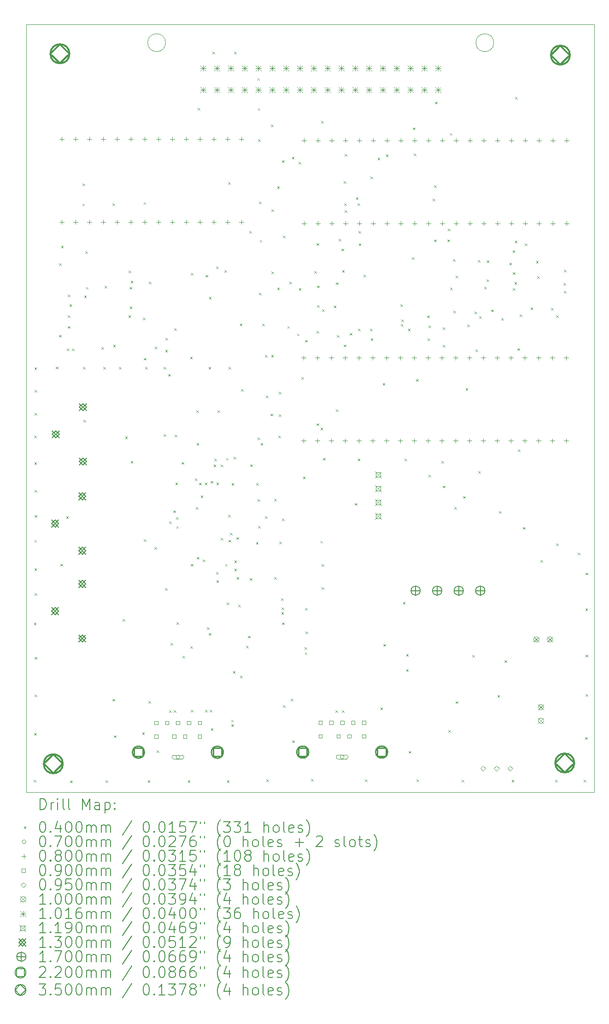
<source format=gbr>
%TF.GenerationSoftware,KiCad,Pcbnew,8.0.4*%
%TF.CreationDate,2024-09-09T17:53:17+02:00*%
%TF.ProjectId,LogicBoard 3GE,4c6f6769-6342-46f6-9172-64203347452e,rev?*%
%TF.SameCoordinates,Original*%
%TF.FileFunction,Drillmap*%
%TF.FilePolarity,Positive*%
%FSLAX45Y45*%
G04 Gerber Fmt 4.5, Leading zero omitted, Abs format (unit mm)*
G04 Created by KiCad (PCBNEW 8.0.4) date 2024-09-09 17:53:17*
%MOMM*%
%LPD*%
G01*
G04 APERTURE LIST*
%ADD10C,0.100000*%
%ADD11C,0.200000*%
%ADD12C,0.101600*%
%ADD13C,0.119000*%
%ADD14C,0.130000*%
%ADD15C,0.170000*%
%ADD16C,0.220000*%
%ADD17C,0.350000*%
G04 APERTURE END LIST*
D10*
X4755000Y-2720000D02*
X15199000Y-2720000D01*
X15199000Y-16827000D01*
X4755000Y-16827000D01*
X4755000Y-2720000D01*
X13348469Y-3055531D02*
G75*
G02*
X13019531Y-3055531I-164469J0D01*
G01*
X13019531Y-3055531D02*
G75*
G02*
X13348469Y-3055531I164469J0D01*
G01*
X7316469Y-3054531D02*
G75*
G02*
X6987531Y-3054531I-164469J0D01*
G01*
X6987531Y-3054531D02*
G75*
G02*
X7316469Y-3054531I164469J0D01*
G01*
D11*
D10*
X4891000Y-16597000D02*
X4931000Y-16637000D01*
X4931000Y-16597000D02*
X4891000Y-16637000D01*
X4897000Y-13710000D02*
X4937000Y-13750000D01*
X4937000Y-13710000D02*
X4897000Y-13750000D01*
X4901000Y-10271000D02*
X4941000Y-10311000D01*
X4941000Y-10271000D02*
X4901000Y-10311000D01*
X4903000Y-15738000D02*
X4943000Y-15778000D01*
X4943000Y-15738000D02*
X4903000Y-15778000D01*
X4905000Y-9018000D02*
X4945000Y-9058000D01*
X4945000Y-9018000D02*
X4905000Y-9058000D01*
X4905000Y-10762000D02*
X4945000Y-10802000D01*
X4945000Y-10762000D02*
X4905000Y-10802000D01*
X4905000Y-12191000D02*
X4945000Y-12231000D01*
X4945000Y-12191000D02*
X4905000Y-12231000D01*
X4905000Y-12710000D02*
X4945000Y-12750000D01*
X4945000Y-12710000D02*
X4905000Y-12750000D01*
X4908000Y-9436000D02*
X4948000Y-9476000D01*
X4948000Y-9436000D02*
X4908000Y-9476000D01*
X4908000Y-9861000D02*
X4948000Y-9901000D01*
X4948000Y-9861000D02*
X4908000Y-9901000D01*
X4908000Y-11272000D02*
X4948000Y-11312000D01*
X4948000Y-11272000D02*
X4908000Y-11312000D01*
X4908000Y-11734000D02*
X4948000Y-11774000D01*
X4948000Y-11734000D02*
X4908000Y-11774000D01*
X4909000Y-13171000D02*
X4949000Y-13211000D01*
X4949000Y-13171000D02*
X4909000Y-13211000D01*
X4909000Y-14342000D02*
X4949000Y-14382000D01*
X4949000Y-14342000D02*
X4909000Y-14382000D01*
X4909000Y-15031000D02*
X4949000Y-15071000D01*
X4949000Y-15031000D02*
X4909000Y-15071000D01*
X5298000Y-9007000D02*
X5338000Y-9047000D01*
X5338000Y-9007000D02*
X5298000Y-9047000D01*
X5357090Y-7104340D02*
X5397090Y-7144340D01*
X5397090Y-7104340D02*
X5357090Y-7144340D01*
X5357090Y-8422020D02*
X5397090Y-8462020D01*
X5397090Y-8422020D02*
X5357090Y-8462020D01*
X5386090Y-12629990D02*
X5426090Y-12669990D01*
X5426090Y-12629990D02*
X5386090Y-12669990D01*
X5395860Y-6782840D02*
X5435860Y-6822840D01*
X5435860Y-6782840D02*
X5395860Y-6822840D01*
X5488740Y-11754730D02*
X5528740Y-11794730D01*
X5528740Y-11754730D02*
X5488740Y-11794730D01*
X5502000Y-8672000D02*
X5542000Y-8712000D01*
X5542000Y-8672000D02*
X5502000Y-8712000D01*
X5520020Y-7679850D02*
X5560020Y-7719850D01*
X5560020Y-7679850D02*
X5520020Y-7719850D01*
X5520020Y-8060850D02*
X5560020Y-8100850D01*
X5560020Y-8060850D02*
X5520020Y-8100850D01*
X5520020Y-8263060D02*
X5560020Y-8303060D01*
X5560020Y-8263060D02*
X5520020Y-8303060D01*
X5549590Y-7861270D02*
X5589590Y-7901270D01*
X5589590Y-7861270D02*
X5549590Y-7901270D01*
X5561000Y-16610000D02*
X5601000Y-16650000D01*
X5601000Y-16610000D02*
X5561000Y-16650000D01*
X5595000Y-8675000D02*
X5635000Y-8715000D01*
X5635000Y-8675000D02*
X5595000Y-8715000D01*
X5786060Y-6010260D02*
X5826060Y-6050260D01*
X5826060Y-6010260D02*
X5786060Y-6050260D01*
X5787330Y-5639040D02*
X5827330Y-5679040D01*
X5827330Y-5639040D02*
X5787330Y-5679040D01*
X5800000Y-9010000D02*
X5840000Y-9050000D01*
X5840000Y-9010000D02*
X5800000Y-9050000D01*
X5803940Y-9982460D02*
X5843940Y-10022460D01*
X5843940Y-9982460D02*
X5803940Y-10022460D01*
X5820440Y-7697410D02*
X5860440Y-7737410D01*
X5860440Y-7697410D02*
X5820440Y-7737410D01*
X5840360Y-6887790D02*
X5880360Y-6927790D01*
X5880360Y-6887790D02*
X5840360Y-6927790D01*
X5854000Y-7542000D02*
X5894000Y-7582000D01*
X5894000Y-7542000D02*
X5854000Y-7582000D01*
X6140000Y-8647000D02*
X6180000Y-8687000D01*
X6180000Y-8647000D02*
X6140000Y-8687000D01*
X6173000Y-9014000D02*
X6213000Y-9054000D01*
X6213000Y-9014000D02*
X6173000Y-9054000D01*
X6196000Y-7521000D02*
X6236000Y-7561000D01*
X6236000Y-7521000D02*
X6196000Y-7561000D01*
X6214000Y-16604000D02*
X6254000Y-16644000D01*
X6254000Y-16604000D02*
X6214000Y-16644000D01*
X6340980Y-6003220D02*
X6380980Y-6043220D01*
X6380980Y-6003220D02*
X6340980Y-6043220D01*
X6343260Y-15111800D02*
X6383260Y-15151800D01*
X6383260Y-15111800D02*
X6343260Y-15151800D01*
X6353000Y-8602816D02*
X6393000Y-8642816D01*
X6393000Y-8602816D02*
X6353000Y-8642816D01*
X6365290Y-15781100D02*
X6405290Y-15821100D01*
X6405290Y-15781100D02*
X6365290Y-15821100D01*
X6456000Y-9014000D02*
X6496000Y-9054000D01*
X6496000Y-9014000D02*
X6456000Y-9054000D01*
X6529620Y-13641160D02*
X6569620Y-13681160D01*
X6569620Y-13641160D02*
X6529620Y-13681160D01*
X6574070Y-10291130D02*
X6614070Y-10331130D01*
X6614070Y-10291130D02*
X6574070Y-10331130D01*
X6633410Y-8061980D02*
X6673410Y-8101980D01*
X6673410Y-8061980D02*
X6633410Y-8101980D01*
X6639200Y-7243450D02*
X6679200Y-7283450D01*
X6679200Y-7243450D02*
X6639200Y-7283450D01*
X6655190Y-7541790D02*
X6695190Y-7581790D01*
X6695190Y-7541790D02*
X6655190Y-7581790D01*
X6658740Y-7905160D02*
X6698740Y-7945160D01*
X6698740Y-7905160D02*
X6658740Y-7945160D01*
X6674120Y-10740420D02*
X6714120Y-10780420D01*
X6714120Y-10740420D02*
X6674120Y-10780420D01*
X6674590Y-7428760D02*
X6714590Y-7468760D01*
X6714590Y-7428760D02*
X6674590Y-7468760D01*
X6887300Y-15726270D02*
X6927300Y-15766270D01*
X6927300Y-15726270D02*
X6887300Y-15766270D01*
X6901170Y-8106840D02*
X6941170Y-8146840D01*
X6941170Y-8106840D02*
X6901170Y-8146840D01*
X6913000Y-5984000D02*
X6953000Y-6024000D01*
X6953000Y-5984000D02*
X6913000Y-6024000D01*
X6915780Y-12175970D02*
X6955780Y-12215970D01*
X6955780Y-12175970D02*
X6915780Y-12215970D01*
X6917420Y-8846050D02*
X6957420Y-8886050D01*
X6957420Y-8846050D02*
X6917420Y-8886050D01*
X6941000Y-9011000D02*
X6981000Y-9051000D01*
X6981000Y-9011000D02*
X6941000Y-9051000D01*
X6988000Y-16604000D02*
X7028000Y-16644000D01*
X7028000Y-16604000D02*
X6988000Y-16644000D01*
X6998000Y-15148000D02*
X7038000Y-15188000D01*
X7038000Y-15148000D02*
X6998000Y-15188000D01*
X7009000Y-7444000D02*
X7049000Y-7484000D01*
X7049000Y-7444000D02*
X7009000Y-7484000D01*
X7110000Y-12321670D02*
X7150000Y-12361670D01*
X7150000Y-12321670D02*
X7110000Y-12361670D01*
X7122170Y-8641090D02*
X7162170Y-8681090D01*
X7162170Y-8641090D02*
X7122170Y-8681090D01*
X7151000Y-16058000D02*
X7191000Y-16098000D01*
X7191000Y-16058000D02*
X7151000Y-16098000D01*
X7278200Y-10250030D02*
X7318200Y-10290030D01*
X7318200Y-10250030D02*
X7278200Y-10290030D01*
X7281000Y-9011000D02*
X7321000Y-9051000D01*
X7321000Y-9011000D02*
X7281000Y-9051000D01*
X7302880Y-13072820D02*
X7342880Y-13112820D01*
X7342880Y-13072820D02*
X7302880Y-13112820D01*
X7310190Y-8697350D02*
X7350190Y-8737350D01*
X7350190Y-8697350D02*
X7310190Y-8737350D01*
X7313090Y-8480540D02*
X7353090Y-8520540D01*
X7353090Y-8480540D02*
X7313090Y-8520540D01*
X7364140Y-9143780D02*
X7404140Y-9183780D01*
X7404140Y-9143780D02*
X7364140Y-9183780D01*
X7382060Y-11850500D02*
X7422060Y-11890500D01*
X7422060Y-11850500D02*
X7382060Y-11890500D01*
X7384000Y-15317000D02*
X7424000Y-15357000D01*
X7424000Y-15317000D02*
X7384000Y-15357000D01*
X7407470Y-14084280D02*
X7447470Y-14124280D01*
X7447470Y-14084280D02*
X7407470Y-14124280D01*
X7455000Y-11648000D02*
X7495000Y-11688000D01*
X7495000Y-11648000D02*
X7455000Y-11688000D01*
X7469000Y-15319000D02*
X7509000Y-15359000D01*
X7509000Y-15319000D02*
X7469000Y-15359000D01*
X7473630Y-8301050D02*
X7513630Y-8341050D01*
X7513630Y-8301050D02*
X7473630Y-8341050D01*
X7481150Y-10256400D02*
X7521150Y-10296400D01*
X7521150Y-10256400D02*
X7481150Y-10296400D01*
X7495150Y-11136500D02*
X7535150Y-11176500D01*
X7535150Y-11136500D02*
X7495150Y-11176500D01*
X7507000Y-11770000D02*
X7547000Y-11810000D01*
X7547000Y-11770000D02*
X7507000Y-11810000D01*
X7513000Y-11937000D02*
X7553000Y-11977000D01*
X7553000Y-11937000D02*
X7513000Y-11977000D01*
X7516150Y-13702810D02*
X7556150Y-13742810D01*
X7556150Y-13702810D02*
X7516150Y-13742810D01*
X7608530Y-10759540D02*
X7648530Y-10799540D01*
X7648530Y-10759540D02*
X7608530Y-10799540D01*
X7630000Y-14323000D02*
X7670000Y-14363000D01*
X7670000Y-14323000D02*
X7630000Y-14363000D01*
X7725000Y-16604000D02*
X7765000Y-16644000D01*
X7765000Y-16604000D02*
X7725000Y-16644000D01*
X7767000Y-8824810D02*
X7807000Y-8864810D01*
X7807000Y-8824810D02*
X7767000Y-8864810D01*
X7774000Y-14143000D02*
X7814000Y-14183000D01*
X7814000Y-14143000D02*
X7774000Y-14183000D01*
X7779300Y-15312200D02*
X7819300Y-15352200D01*
X7819300Y-15312200D02*
X7779300Y-15352200D01*
X7779340Y-12630590D02*
X7819340Y-12670590D01*
X7819340Y-12630590D02*
X7779340Y-12670590D01*
X7779420Y-7283730D02*
X7819420Y-7323730D01*
X7819420Y-7283730D02*
X7779420Y-7323730D01*
X7853950Y-11062820D02*
X7893950Y-11102820D01*
X7893950Y-11062820D02*
X7853950Y-11102820D01*
X7873770Y-11587700D02*
X7913770Y-11627700D01*
X7913770Y-11587700D02*
X7873770Y-11627700D01*
X7878410Y-9807500D02*
X7918410Y-9847500D01*
X7918410Y-9807500D02*
X7878410Y-9847500D01*
X7884510Y-10409320D02*
X7924510Y-10449320D01*
X7924510Y-10409320D02*
X7884510Y-10449320D01*
X7889180Y-12505050D02*
X7929180Y-12545050D01*
X7929180Y-12505050D02*
X7889180Y-12545050D01*
X7907000Y-4255000D02*
X7947000Y-4295000D01*
X7947000Y-4255000D02*
X7907000Y-4295000D01*
X7930990Y-11140500D02*
X7970990Y-11180500D01*
X7970990Y-11140500D02*
X7930990Y-11180500D01*
X7960910Y-11372240D02*
X8000910Y-11412240D01*
X8000910Y-11372240D02*
X7960910Y-11412240D01*
X7999320Y-12552920D02*
X8039320Y-12592920D01*
X8039320Y-12552920D02*
X7999320Y-12592920D01*
X8038830Y-11135990D02*
X8078830Y-11175990D01*
X8078830Y-11135990D02*
X8038830Y-11175990D01*
X8041000Y-15309000D02*
X8081000Y-15349000D01*
X8081000Y-15309000D02*
X8041000Y-15349000D01*
X8049460Y-7321860D02*
X8089460Y-7361860D01*
X8089460Y-7321860D02*
X8049460Y-7361860D01*
X8075730Y-13794410D02*
X8115730Y-13834410D01*
X8115730Y-13794410D02*
X8075730Y-13834410D01*
X8106000Y-9011000D02*
X8146000Y-9051000D01*
X8146000Y-9011000D02*
X8106000Y-9051000D01*
X8109770Y-13901010D02*
X8149770Y-13941010D01*
X8149770Y-13901010D02*
X8109770Y-13941010D01*
X8114480Y-7721520D02*
X8154480Y-7761520D01*
X8154480Y-7721520D02*
X8114480Y-7761520D01*
X8125000Y-15308000D02*
X8165000Y-15348000D01*
X8165000Y-15308000D02*
X8125000Y-15348000D01*
X8141540Y-11108050D02*
X8181540Y-11148050D01*
X8181540Y-11108050D02*
X8141540Y-11148050D01*
X8148000Y-15652000D02*
X8188000Y-15692000D01*
X8188000Y-15652000D02*
X8148000Y-15692000D01*
X8176540Y-3219040D02*
X8216540Y-3259040D01*
X8216540Y-3219040D02*
X8176540Y-3259040D01*
X8198030Y-10807160D02*
X8238030Y-10847160D01*
X8238030Y-10807160D02*
X8198030Y-10847160D01*
X8208700Y-10698800D02*
X8248700Y-10738800D01*
X8248700Y-10698800D02*
X8208700Y-10738800D01*
X8245210Y-12778050D02*
X8285210Y-12818050D01*
X8285210Y-12778050D02*
X8245210Y-12818050D01*
X8247410Y-7167080D02*
X8287410Y-7207080D01*
X8287410Y-7167080D02*
X8247410Y-7207080D01*
X8249780Y-12930420D02*
X8289780Y-12970420D01*
X8289780Y-12930420D02*
X8249780Y-12970420D01*
X8250180Y-11136670D02*
X8290180Y-11176670D01*
X8290180Y-11136670D02*
X8250180Y-11176670D01*
X8268530Y-9807500D02*
X8308530Y-9847500D01*
X8308530Y-9807500D02*
X8268530Y-9847500D01*
X8327000Y-10804000D02*
X8367000Y-10844000D01*
X8367000Y-10804000D02*
X8327000Y-10844000D01*
X8332500Y-12153940D02*
X8372500Y-12193940D01*
X8372500Y-12153940D02*
X8332500Y-12193940D01*
X8397770Y-7233020D02*
X8437770Y-7273020D01*
X8437770Y-7233020D02*
X8397770Y-7273020D01*
X8411360Y-12630440D02*
X8451360Y-12670440D01*
X8451360Y-12630440D02*
X8411360Y-12670440D01*
X8426540Y-10684550D02*
X8466540Y-10724550D01*
X8466540Y-10684550D02*
X8426540Y-10724550D01*
X8440950Y-13339190D02*
X8480950Y-13379190D01*
X8480950Y-13339190D02*
X8440950Y-13379190D01*
X8444000Y-16604000D02*
X8484000Y-16644000D01*
X8484000Y-16604000D02*
X8444000Y-16644000D01*
X8467930Y-11728860D02*
X8507930Y-11768860D01*
X8507930Y-11728860D02*
X8467930Y-11768860D01*
X8468000Y-5618050D02*
X8508000Y-5658050D01*
X8508000Y-5618050D02*
X8468000Y-5658050D01*
X8474000Y-9011000D02*
X8514000Y-9051000D01*
X8514000Y-9011000D02*
X8474000Y-9051000D01*
X8475700Y-12189930D02*
X8515700Y-12229930D01*
X8515700Y-12189930D02*
X8475700Y-12229930D01*
X8497980Y-12061380D02*
X8537980Y-12101380D01*
X8537980Y-12061380D02*
X8497980Y-12101380D01*
X8521000Y-15493000D02*
X8561000Y-15533000D01*
X8561000Y-15493000D02*
X8521000Y-15533000D01*
X8525000Y-15578000D02*
X8565000Y-15618000D01*
X8565000Y-15578000D02*
X8525000Y-15618000D01*
X8529770Y-11148100D02*
X8569770Y-11188100D01*
X8569770Y-11148100D02*
X8529770Y-11188100D01*
X8553300Y-14599400D02*
X8593300Y-14639400D01*
X8593300Y-14599400D02*
X8553300Y-14639400D01*
X8565000Y-10662000D02*
X8605000Y-10702000D01*
X8605000Y-10662000D02*
X8565000Y-10702000D01*
X8573780Y-3219040D02*
X8613780Y-3259040D01*
X8613780Y-3219040D02*
X8573780Y-3259040D01*
X8579050Y-12716950D02*
X8619050Y-12756950D01*
X8619050Y-12716950D02*
X8579050Y-12756950D01*
X8579370Y-12568890D02*
X8619370Y-12608890D01*
X8619370Y-12568890D02*
X8579370Y-12608890D01*
X8617000Y-12141000D02*
X8657000Y-12181000D01*
X8657000Y-12141000D02*
X8617000Y-12181000D01*
X8621000Y-12872000D02*
X8661000Y-12912000D01*
X8661000Y-12872000D02*
X8621000Y-12912000D01*
X8654000Y-13381000D02*
X8694000Y-13421000D01*
X8694000Y-13381000D02*
X8654000Y-13421000D01*
X8681620Y-8216610D02*
X8721620Y-8256610D01*
X8721620Y-8216610D02*
X8681620Y-8256610D01*
X8682930Y-14683600D02*
X8722930Y-14723600D01*
X8722930Y-14683600D02*
X8682930Y-14723600D01*
X8704250Y-9418490D02*
X8744250Y-9458490D01*
X8744250Y-9418490D02*
X8704250Y-9458490D01*
X8797000Y-14134000D02*
X8837000Y-14174000D01*
X8837000Y-14134000D02*
X8797000Y-14174000D01*
X8831000Y-13951000D02*
X8871000Y-13991000D01*
X8871000Y-13951000D02*
X8831000Y-13991000D01*
X8853000Y-6514000D02*
X8893000Y-6554000D01*
X8893000Y-6514000D02*
X8853000Y-6554000D01*
X8866000Y-12893000D02*
X8906000Y-12933000D01*
X8906000Y-12893000D02*
X8866000Y-12933000D01*
X8870270Y-10803180D02*
X8910270Y-10843180D01*
X8910270Y-10803180D02*
X8870270Y-10843180D01*
X8976770Y-12226300D02*
X9016770Y-12266300D01*
X9016770Y-12226300D02*
X8976770Y-12266300D01*
X8980840Y-11145010D02*
X9020840Y-11185010D01*
X9020840Y-11145010D02*
X8980840Y-11185010D01*
X9004000Y-3706000D02*
X9044000Y-3746000D01*
X9044000Y-3706000D02*
X9004000Y-3746000D01*
X9006650Y-11438870D02*
X9046650Y-11478870D01*
X9046650Y-11438870D02*
X9006650Y-11478870D01*
X9008780Y-10307100D02*
X9048780Y-10347100D01*
X9048780Y-10307100D02*
X9008780Y-10347100D01*
X9011000Y-4257000D02*
X9051000Y-4297000D01*
X9051000Y-4257000D02*
X9011000Y-4297000D01*
X9013490Y-11934720D02*
X9053490Y-11974720D01*
X9053490Y-11934720D02*
X9013490Y-11974720D01*
X9018770Y-4829720D02*
X9058770Y-4869720D01*
X9058770Y-4829720D02*
X9018770Y-4869720D01*
X9029940Y-5973280D02*
X9069940Y-6013280D01*
X9069940Y-5973280D02*
X9029940Y-6013280D01*
X9033290Y-7646440D02*
X9073290Y-7686440D01*
X9073290Y-7646440D02*
X9033290Y-7686440D01*
X9045190Y-6677890D02*
X9085190Y-6717890D01*
X9085190Y-6677890D02*
X9045190Y-6717890D01*
X9063110Y-10407230D02*
X9103110Y-10447230D01*
X9103110Y-10407230D02*
X9063110Y-10447230D01*
X9089080Y-8216610D02*
X9129080Y-8256610D01*
X9129080Y-8216610D02*
X9089080Y-8256610D01*
X9140000Y-8791000D02*
X9180000Y-8831000D01*
X9180000Y-8791000D02*
X9140000Y-8831000D01*
X9144950Y-11756560D02*
X9184950Y-11796560D01*
X9184950Y-11756560D02*
X9144950Y-11796560D01*
X9157530Y-9539440D02*
X9197530Y-9579440D01*
X9197530Y-9539440D02*
X9157530Y-9579440D01*
X9169000Y-16589000D02*
X9209000Y-16629000D01*
X9209000Y-16589000D02*
X9169000Y-16629000D01*
X9241770Y-9870190D02*
X9281770Y-9910190D01*
X9281770Y-9870190D02*
X9241770Y-9910190D01*
X9250000Y-4559000D02*
X9290000Y-4599000D01*
X9290000Y-4559000D02*
X9250000Y-4599000D01*
X9258000Y-8792000D02*
X9298000Y-8832000D01*
X9298000Y-8792000D02*
X9258000Y-8832000D01*
X9259000Y-6114000D02*
X9299000Y-6154000D01*
X9299000Y-6114000D02*
X9259000Y-6154000D01*
X9261000Y-7259000D02*
X9301000Y-7299000D01*
X9301000Y-7259000D02*
X9261000Y-7299000D01*
X9311490Y-11435300D02*
X9351490Y-11475300D01*
X9351490Y-11435300D02*
X9311490Y-11475300D01*
X9313000Y-12871000D02*
X9353000Y-12911000D01*
X9353000Y-12871000D02*
X9313000Y-12911000D01*
X9368000Y-5690000D02*
X9408000Y-5730000D01*
X9408000Y-5690000D02*
X9368000Y-5730000D01*
X9368260Y-7552220D02*
X9408260Y-7592220D01*
X9408260Y-7552220D02*
X9368260Y-7592220D01*
X9388000Y-10276000D02*
X9428000Y-10316000D01*
X9428000Y-10276000D02*
X9388000Y-10316000D01*
X9394000Y-9468000D02*
X9434000Y-9508000D01*
X9434000Y-9468000D02*
X9394000Y-9508000D01*
X9394000Y-9881000D02*
X9434000Y-9921000D01*
X9434000Y-9881000D02*
X9394000Y-9921000D01*
X9406910Y-12217660D02*
X9446910Y-12257660D01*
X9446910Y-12217660D02*
X9406910Y-12257660D01*
X9441100Y-13263600D02*
X9481100Y-13303600D01*
X9481100Y-13263600D02*
X9441100Y-13303600D01*
X9444000Y-13514000D02*
X9484000Y-13554000D01*
X9484000Y-13514000D02*
X9444000Y-13554000D01*
X9446000Y-13430000D02*
X9486000Y-13470000D01*
X9486000Y-13430000D02*
X9446000Y-13470000D01*
X9454110Y-11798560D02*
X9494110Y-11838560D01*
X9494110Y-11798560D02*
X9454110Y-11838560D01*
X9455000Y-5213000D02*
X9495000Y-5253000D01*
X9495000Y-5213000D02*
X9455000Y-5253000D01*
X9459000Y-13707000D02*
X9499000Y-13747000D01*
X9499000Y-13707000D02*
X9459000Y-13747000D01*
X9475070Y-6600280D02*
X9515070Y-6640280D01*
X9515070Y-6600280D02*
X9475070Y-6640280D01*
X9475890Y-15228950D02*
X9515890Y-15268950D01*
X9515890Y-15228950D02*
X9475890Y-15268950D01*
X9552540Y-8261700D02*
X9592540Y-8301700D01*
X9592540Y-8261700D02*
X9552540Y-8301700D01*
X9592000Y-7446000D02*
X9632000Y-7486000D01*
X9632000Y-7446000D02*
X9592000Y-7486000D01*
X9618000Y-15109000D02*
X9658000Y-15149000D01*
X9658000Y-15109000D02*
X9618000Y-15149000D01*
X9638360Y-5148170D02*
X9678360Y-5188170D01*
X9678360Y-5148170D02*
X9638360Y-5188170D01*
X9641050Y-15873190D02*
X9681050Y-15913190D01*
X9681050Y-15873190D02*
X9641050Y-15913190D01*
X9730480Y-8396940D02*
X9770480Y-8436940D01*
X9770480Y-8396940D02*
X9730480Y-8436940D01*
X9760580Y-5243800D02*
X9800580Y-5283800D01*
X9800580Y-5243800D02*
X9760580Y-5283800D01*
X9765500Y-7562460D02*
X9805500Y-7602460D01*
X9805500Y-7562460D02*
X9765500Y-7602460D01*
X9810660Y-9195120D02*
X9850660Y-9235120D01*
X9850660Y-9195120D02*
X9810660Y-9235120D01*
X9840420Y-11024370D02*
X9880420Y-11064370D01*
X9880420Y-11024370D02*
X9840420Y-11064370D01*
X9874000Y-14161000D02*
X9914000Y-14201000D01*
X9914000Y-14161000D02*
X9874000Y-14201000D01*
X9876000Y-14256000D02*
X9916000Y-14296000D01*
X9916000Y-14256000D02*
X9876000Y-14296000D01*
X9880460Y-13439990D02*
X9920460Y-13479990D01*
X9920460Y-13439990D02*
X9880460Y-13479990D01*
X9881950Y-8516260D02*
X9921950Y-8556260D01*
X9921950Y-8516260D02*
X9881950Y-8556260D01*
X9888000Y-13872000D02*
X9928000Y-13912000D01*
X9928000Y-13872000D02*
X9888000Y-13912000D01*
X9990000Y-16583000D02*
X10030000Y-16623000D01*
X10030000Y-16583000D02*
X9990000Y-16623000D01*
X10047200Y-7247930D02*
X10087200Y-7287930D01*
X10087200Y-7247930D02*
X10047200Y-7287930D01*
X10088900Y-10048970D02*
X10128900Y-10088970D01*
X10128900Y-10048970D02*
X10088900Y-10088970D01*
X10090640Y-8353090D02*
X10130640Y-8393090D01*
X10130640Y-8353090D02*
X10090640Y-8393090D01*
X10091000Y-6738000D02*
X10131000Y-6778000D01*
X10131000Y-6738000D02*
X10091000Y-6778000D01*
X10099000Y-7877000D02*
X10139000Y-7917000D01*
X10139000Y-7877000D02*
X10099000Y-7917000D01*
X10101000Y-7516000D02*
X10141000Y-7556000D01*
X10141000Y-7516000D02*
X10101000Y-7556000D01*
X10162700Y-10131300D02*
X10202700Y-10171300D01*
X10202700Y-10131300D02*
X10162700Y-10171300D01*
X10162740Y-12207210D02*
X10202740Y-12247210D01*
X10202740Y-12207210D02*
X10162740Y-12247210D01*
X10175060Y-4491290D02*
X10215060Y-4531290D01*
X10215060Y-4491290D02*
X10175060Y-4531290D01*
X10186980Y-12633250D02*
X10226980Y-12673250D01*
X10226980Y-12633250D02*
X10186980Y-12673250D01*
X10186980Y-13056030D02*
X10226980Y-13096030D01*
X10226980Y-13056030D02*
X10186980Y-13096030D01*
X10190569Y-7953455D02*
X10230569Y-7993455D01*
X10230569Y-7953455D02*
X10190569Y-7993455D01*
X10209000Y-10684000D02*
X10249000Y-10724000D01*
X10249000Y-10684000D02*
X10209000Y-10724000D01*
X10409500Y-7885280D02*
X10449500Y-7925280D01*
X10449500Y-7885280D02*
X10409500Y-7925280D01*
X10440000Y-15317000D02*
X10480000Y-15357000D01*
X10480000Y-15317000D02*
X10440000Y-15357000D01*
X10447400Y-7457510D02*
X10487400Y-7497510D01*
X10487400Y-7457510D02*
X10447400Y-7497510D01*
X10448220Y-9793130D02*
X10488220Y-9833130D01*
X10488220Y-9793130D02*
X10448220Y-9833130D01*
X10466700Y-8424910D02*
X10506700Y-8464910D01*
X10506700Y-8424910D02*
X10466700Y-8464910D01*
X10494970Y-6655750D02*
X10534970Y-6695750D01*
X10534970Y-6655750D02*
X10494970Y-6695750D01*
X10547800Y-6840140D02*
X10587800Y-6880140D01*
X10587800Y-6840140D02*
X10547800Y-6880140D01*
X10557000Y-15319000D02*
X10597000Y-15359000D01*
X10597000Y-15319000D02*
X10557000Y-15359000D01*
X10561000Y-7232000D02*
X10601000Y-7272000D01*
X10601000Y-7232000D02*
X10561000Y-7272000D01*
X10591400Y-5600960D02*
X10631400Y-5640960D01*
X10631400Y-5600960D02*
X10591400Y-5640960D01*
X10593700Y-8600560D02*
X10633700Y-8640560D01*
X10633700Y-8600560D02*
X10593700Y-8640560D01*
X10596350Y-6003380D02*
X10636350Y-6043380D01*
X10636350Y-6003380D02*
X10596350Y-6043380D01*
X10606000Y-5099000D02*
X10646000Y-5139000D01*
X10646000Y-5099000D02*
X10606000Y-5139000D01*
X10609720Y-6131190D02*
X10649720Y-6171190D01*
X10649720Y-6131190D02*
X10609720Y-6171190D01*
X10698300Y-8388900D02*
X10738300Y-8428900D01*
X10738300Y-8388900D02*
X10698300Y-8428900D01*
X10794410Y-11512400D02*
X10834410Y-11552400D01*
X10834410Y-11512400D02*
X10794410Y-11552400D01*
X10814800Y-5894190D02*
X10854800Y-5934190D01*
X10854800Y-5894190D02*
X10814800Y-5934190D01*
X10847340Y-6002880D02*
X10887340Y-6042880D01*
X10887340Y-6002880D02*
X10847340Y-6042880D01*
X10849000Y-10697000D02*
X10889000Y-10737000D01*
X10889000Y-10697000D02*
X10849000Y-10737000D01*
X10850400Y-8307350D02*
X10890400Y-8347350D01*
X10890400Y-8307350D02*
X10850400Y-8347350D01*
X10863300Y-6510970D02*
X10903300Y-6550970D01*
X10903300Y-6510970D02*
X10863300Y-6550970D01*
X10864800Y-6744310D02*
X10904800Y-6784310D01*
X10904800Y-6744310D02*
X10864800Y-6784310D01*
X10957200Y-7315240D02*
X10997200Y-7355240D01*
X10997200Y-7315240D02*
X10957200Y-7355240D01*
X10981000Y-16589000D02*
X11021000Y-16629000D01*
X11021000Y-16589000D02*
X10981000Y-16629000D01*
X11072580Y-8306870D02*
X11112580Y-8346870D01*
X11112580Y-8306870D02*
X11072580Y-8346870D01*
X11078900Y-5517240D02*
X11118900Y-5557240D01*
X11118900Y-5517240D02*
X11078900Y-5557240D01*
X11087000Y-8485000D02*
X11127000Y-8525000D01*
X11127000Y-8485000D02*
X11087000Y-8525000D01*
X11213620Y-5165750D02*
X11253620Y-5205750D01*
X11253620Y-5165750D02*
X11213620Y-5205750D01*
X11263240Y-15271160D02*
X11303240Y-15311160D01*
X11303240Y-15271160D02*
X11263240Y-15311160D01*
X11307000Y-9309000D02*
X11347000Y-9349000D01*
X11347000Y-9309000D02*
X11307000Y-9349000D01*
X11320000Y-14105000D02*
X11360000Y-14145000D01*
X11360000Y-14105000D02*
X11320000Y-14145000D01*
X11366000Y-5106000D02*
X11406000Y-5146000D01*
X11406000Y-5106000D02*
X11366000Y-5146000D01*
X11631870Y-7860880D02*
X11671870Y-7900880D01*
X11671870Y-7860880D02*
X11631870Y-7900880D01*
X11642000Y-8225000D02*
X11682000Y-8265000D01*
X11682000Y-8225000D02*
X11642000Y-8265000D01*
X11646000Y-8141000D02*
X11686000Y-8181000D01*
X11686000Y-8141000D02*
X11646000Y-8181000D01*
X11678280Y-13331390D02*
X11718280Y-13371390D01*
X11718280Y-13331390D02*
X11678280Y-13371390D01*
X11708000Y-10697000D02*
X11748000Y-10737000D01*
X11748000Y-10697000D02*
X11708000Y-10737000D01*
X11738600Y-14565950D02*
X11778600Y-14605950D01*
X11778600Y-14565950D02*
X11738600Y-14605950D01*
X11739000Y-14284000D02*
X11779000Y-14324000D01*
X11779000Y-14284000D02*
X11739000Y-14324000D01*
X11772870Y-8310460D02*
X11812870Y-8350460D01*
X11812870Y-8310460D02*
X11772870Y-8350460D01*
X11782360Y-16067500D02*
X11822360Y-16107500D01*
X11822360Y-16067500D02*
X11782360Y-16107500D01*
X11845490Y-6996280D02*
X11885490Y-7036280D01*
X11885490Y-6996280D02*
X11845490Y-7036280D01*
X11858000Y-4614000D02*
X11898000Y-4654000D01*
X11898000Y-4614000D02*
X11858000Y-4654000D01*
X11880000Y-5089720D02*
X11920000Y-5129720D01*
X11920000Y-5089720D02*
X11880000Y-5129720D01*
X11922000Y-9236000D02*
X11962000Y-9276000D01*
X11962000Y-9236000D02*
X11922000Y-9276000D01*
X11929000Y-16589000D02*
X11969000Y-16629000D01*
X11969000Y-16589000D02*
X11929000Y-16629000D01*
X12126100Y-8067830D02*
X12166100Y-8107830D01*
X12166100Y-8067830D02*
X12126100Y-8107830D01*
X12133700Y-8487030D02*
X12173700Y-8527030D01*
X12173700Y-8487030D02*
X12133700Y-8527030D01*
X12145750Y-10993580D02*
X12185750Y-11033580D01*
X12185750Y-10993580D02*
X12145750Y-11033580D01*
X12149000Y-8251000D02*
X12189000Y-8291000D01*
X12189000Y-8251000D02*
X12149000Y-8291000D01*
X12223000Y-5919000D02*
X12263000Y-5959000D01*
X12263000Y-5919000D02*
X12223000Y-5959000D01*
X12252000Y-5678000D02*
X12292000Y-5718000D01*
X12292000Y-5678000D02*
X12252000Y-5718000D01*
X12252000Y-6670000D02*
X12292000Y-6710000D01*
X12292000Y-6670000D02*
X12252000Y-6710000D01*
X12267000Y-4140000D02*
X12307000Y-4180000D01*
X12307000Y-4140000D02*
X12267000Y-4180000D01*
X12385000Y-10740000D02*
X12425000Y-10780000D01*
X12425000Y-10740000D02*
X12385000Y-10780000D01*
X12408640Y-8284110D02*
X12448640Y-8324110D01*
X12448640Y-8284110D02*
X12408640Y-8324110D01*
X12409870Y-8605800D02*
X12449870Y-8645800D01*
X12449870Y-8605800D02*
X12409870Y-8645800D01*
X12410000Y-11192000D02*
X12450000Y-11232000D01*
X12450000Y-11192000D02*
X12410000Y-11232000D01*
X12494000Y-6670000D02*
X12534000Y-6710000D01*
X12534000Y-6670000D02*
X12494000Y-6710000D01*
X12507000Y-6469690D02*
X12547000Y-6509690D01*
X12547000Y-6469690D02*
X12507000Y-6509690D01*
X12514430Y-15685900D02*
X12554430Y-15725900D01*
X12554430Y-15685900D02*
X12514430Y-15725900D01*
X12541370Y-4714980D02*
X12581370Y-4754980D01*
X12581370Y-4714980D02*
X12541370Y-4754980D01*
X12546340Y-7556670D02*
X12586340Y-7596670D01*
X12586340Y-7556670D02*
X12546340Y-7596670D01*
X12598850Y-7029820D02*
X12638850Y-7069820D01*
X12638850Y-7029820D02*
X12598850Y-7069820D01*
X12605590Y-7978150D02*
X12645590Y-8018150D01*
X12645590Y-7978150D02*
X12605590Y-8018150D01*
X12625450Y-11587290D02*
X12665450Y-11627290D01*
X12665450Y-11587290D02*
X12625450Y-11627290D01*
X12647040Y-7333120D02*
X12687040Y-7373120D01*
X12687040Y-7333120D02*
X12647040Y-7373120D01*
X12650000Y-15155000D02*
X12690000Y-15195000D01*
X12690000Y-15155000D02*
X12650000Y-15195000D01*
X12761000Y-16599000D02*
X12801000Y-16639000D01*
X12801000Y-16599000D02*
X12761000Y-16639000D01*
X12782000Y-11386000D02*
X12822000Y-11426000D01*
X12822000Y-11386000D02*
X12782000Y-11426000D01*
X12829490Y-9401300D02*
X12869490Y-9441300D01*
X12869490Y-9401300D02*
X12829490Y-9441300D01*
X12857880Y-8230630D02*
X12897880Y-8270630D01*
X12897880Y-8230630D02*
X12857880Y-8270630D01*
X12951000Y-14305000D02*
X12991000Y-14345000D01*
X12991000Y-14305000D02*
X12951000Y-14345000D01*
X12995230Y-7992480D02*
X13035230Y-8032480D01*
X13035230Y-7992480D02*
X12995230Y-8032480D01*
X13014590Y-8689290D02*
X13054590Y-8729290D01*
X13054590Y-8689290D02*
X13014590Y-8729290D01*
X13056610Y-7048510D02*
X13096610Y-7088510D01*
X13096610Y-7048510D02*
X13056610Y-7088510D01*
X13063000Y-10923000D02*
X13103000Y-10963000D01*
X13103000Y-10923000D02*
X13063000Y-10963000D01*
X13079850Y-8081040D02*
X13119850Y-8121040D01*
X13119850Y-8081040D02*
X13079850Y-8121040D01*
X13175640Y-7537120D02*
X13215640Y-7577120D01*
X13215640Y-7537120D02*
X13175640Y-7577120D01*
X13214990Y-7399900D02*
X13254990Y-7439900D01*
X13254990Y-7399900D02*
X13214990Y-7439900D01*
X13218510Y-7055280D02*
X13258510Y-7095280D01*
X13258510Y-7055280D02*
X13218510Y-7095280D01*
X13297680Y-7957750D02*
X13337680Y-7997750D01*
X13337680Y-7957750D02*
X13297680Y-7997750D01*
X13414000Y-15038000D02*
X13454000Y-15078000D01*
X13454000Y-15038000D02*
X13414000Y-15078000D01*
X13444000Y-11661000D02*
X13484000Y-11701000D01*
X13484000Y-11661000D02*
X13444000Y-11701000D01*
X13485000Y-8112000D02*
X13525000Y-8152000D01*
X13525000Y-8112000D02*
X13485000Y-8152000D01*
X13547000Y-14400000D02*
X13587000Y-14440000D01*
X13587000Y-14400000D02*
X13547000Y-14440000D01*
X13634490Y-7097980D02*
X13674490Y-7137980D01*
X13674490Y-7097980D02*
X13634490Y-7137980D01*
X13676000Y-16599000D02*
X13716000Y-16639000D01*
X13716000Y-16599000D02*
X13676000Y-16639000D01*
X13693550Y-6867780D02*
X13733550Y-6907780D01*
X13733550Y-6867780D02*
X13693550Y-6907780D01*
X13697400Y-7562460D02*
X13737400Y-7602460D01*
X13737400Y-7562460D02*
X13697400Y-7602460D01*
X13698270Y-7271530D02*
X13738270Y-7311530D01*
X13738270Y-7271530D02*
X13698270Y-7311530D01*
X13728600Y-7453800D02*
X13768600Y-7493800D01*
X13768600Y-7453800D02*
X13728600Y-7493800D01*
X13736000Y-6692000D02*
X13776000Y-6732000D01*
X13776000Y-6692000D02*
X13736000Y-6732000D01*
X13742640Y-4048700D02*
X13782640Y-4088700D01*
X13782640Y-4048700D02*
X13742640Y-4088700D01*
X13782210Y-8667580D02*
X13822210Y-8707580D01*
X13822210Y-8667580D02*
X13782210Y-8707580D01*
X13790950Y-10529250D02*
X13830950Y-10569250D01*
X13830950Y-10529250D02*
X13790950Y-10569250D01*
X13827000Y-8047000D02*
X13867000Y-8087000D01*
X13867000Y-8047000D02*
X13827000Y-8087000D01*
X13883000Y-11954000D02*
X13923000Y-11994000D01*
X13923000Y-11954000D02*
X13883000Y-11994000D01*
X13920950Y-6742690D02*
X13960950Y-6782690D01*
X13960950Y-6742690D02*
X13920950Y-6782690D01*
X14022980Y-7922200D02*
X14062980Y-7962200D01*
X14062980Y-7922200D02*
X14022980Y-7962200D01*
X14124440Y-7064720D02*
X14164440Y-7104720D01*
X14164440Y-7064720D02*
X14124440Y-7104720D01*
X14147220Y-7345890D02*
X14187220Y-7385890D01*
X14187220Y-7345890D02*
X14147220Y-7385890D01*
X14202940Y-12559970D02*
X14242940Y-12599970D01*
X14242940Y-12559970D02*
X14202940Y-12599970D01*
X14398740Y-7930340D02*
X14438740Y-7970340D01*
X14438740Y-7930340D02*
X14398740Y-7970340D01*
X14477000Y-16599000D02*
X14517000Y-16639000D01*
X14517000Y-16599000D02*
X14477000Y-16639000D01*
X14492000Y-12253000D02*
X14532000Y-12293000D01*
X14532000Y-12253000D02*
X14492000Y-12293000D01*
X14495260Y-8060680D02*
X14535260Y-8100680D01*
X14535260Y-8060680D02*
X14495260Y-8100680D01*
X14630580Y-7469630D02*
X14670580Y-7509630D01*
X14670580Y-7469630D02*
X14630580Y-7509630D01*
X14638120Y-7226310D02*
X14678120Y-7266310D01*
X14678120Y-7226310D02*
X14638120Y-7266310D01*
X14638120Y-7611870D02*
X14678120Y-7651870D01*
X14678120Y-7611870D02*
X14638120Y-7651870D01*
X14890000Y-12423000D02*
X14930000Y-12463000D01*
X14930000Y-12423000D02*
X14890000Y-12463000D01*
X15000000Y-16599000D02*
X15040000Y-16639000D01*
X15040000Y-16599000D02*
X15000000Y-16639000D01*
X15026000Y-15815000D02*
X15066000Y-15855000D01*
X15066000Y-15815000D02*
X15026000Y-15855000D01*
X15031000Y-13447000D02*
X15071000Y-13487000D01*
X15071000Y-13447000D02*
X15031000Y-13487000D01*
X15035000Y-14299000D02*
X15075000Y-14339000D01*
X15075000Y-14299000D02*
X15035000Y-14339000D01*
X15035000Y-15022000D02*
X15075000Y-15062000D01*
X15075000Y-15022000D02*
X15035000Y-15062000D01*
X15037000Y-12792000D02*
X15077000Y-12832000D01*
X15077000Y-12792000D02*
X15037000Y-12832000D01*
X7578000Y-16181000D02*
G75*
G02*
X7508000Y-16181000I-35000J0D01*
G01*
X7508000Y-16181000D02*
G75*
G02*
X7578000Y-16181000I35000J0D01*
G01*
X7468000Y-16216000D02*
X7618000Y-16216000D01*
X7618000Y-16146000D02*
G75*
G02*
X7618000Y-16216000I0J-35000D01*
G01*
X7618000Y-16146000D02*
X7468000Y-16146000D01*
X7468000Y-16146000D02*
G75*
G03*
X7468000Y-16216000I0J-35000D01*
G01*
X10598000Y-16178000D02*
G75*
G02*
X10528000Y-16178000I-35000J0D01*
G01*
X10528000Y-16178000D02*
G75*
G02*
X10598000Y-16178000I35000J0D01*
G01*
X10488000Y-16213000D02*
X10638000Y-16213000D01*
X10638000Y-16143000D02*
G75*
G02*
X10638000Y-16213000I0J-35000D01*
G01*
X10638000Y-16143000D02*
X10488000Y-16143000D01*
X10488000Y-16143000D02*
G75*
G03*
X10488000Y-16213000I0J-35000D01*
G01*
X5409000Y-4785000D02*
X5409000Y-4865000D01*
X5369000Y-4825000D02*
X5449000Y-4825000D01*
X5409000Y-6309000D02*
X5409000Y-6389000D01*
X5369000Y-6349000D02*
X5449000Y-6349000D01*
X5663000Y-4785000D02*
X5663000Y-4865000D01*
X5623000Y-4825000D02*
X5703000Y-4825000D01*
X5663000Y-6309000D02*
X5663000Y-6389000D01*
X5623000Y-6349000D02*
X5703000Y-6349000D01*
X5917000Y-4785000D02*
X5917000Y-4865000D01*
X5877000Y-4825000D02*
X5957000Y-4825000D01*
X5917000Y-6309000D02*
X5917000Y-6389000D01*
X5877000Y-6349000D02*
X5957000Y-6349000D01*
X6171000Y-4785000D02*
X6171000Y-4865000D01*
X6131000Y-4825000D02*
X6211000Y-4825000D01*
X6171000Y-6309000D02*
X6171000Y-6389000D01*
X6131000Y-6349000D02*
X6211000Y-6349000D01*
X6425000Y-4785000D02*
X6425000Y-4865000D01*
X6385000Y-4825000D02*
X6465000Y-4825000D01*
X6425000Y-6309000D02*
X6425000Y-6389000D01*
X6385000Y-6349000D02*
X6465000Y-6349000D01*
X6679000Y-4785000D02*
X6679000Y-4865000D01*
X6639000Y-4825000D02*
X6719000Y-4825000D01*
X6679000Y-6309000D02*
X6679000Y-6389000D01*
X6639000Y-6349000D02*
X6719000Y-6349000D01*
X6933000Y-4785000D02*
X6933000Y-4865000D01*
X6893000Y-4825000D02*
X6973000Y-4825000D01*
X6933000Y-6309000D02*
X6933000Y-6389000D01*
X6893000Y-6349000D02*
X6973000Y-6349000D01*
X7187000Y-4785000D02*
X7187000Y-4865000D01*
X7147000Y-4825000D02*
X7227000Y-4825000D01*
X7187000Y-6309000D02*
X7187000Y-6389000D01*
X7147000Y-6349000D02*
X7227000Y-6349000D01*
X7441000Y-4785000D02*
X7441000Y-4865000D01*
X7401000Y-4825000D02*
X7481000Y-4825000D01*
X7441000Y-6309000D02*
X7441000Y-6389000D01*
X7401000Y-6349000D02*
X7481000Y-6349000D01*
X7695000Y-4785000D02*
X7695000Y-4865000D01*
X7655000Y-4825000D02*
X7735000Y-4825000D01*
X7695000Y-6309000D02*
X7695000Y-6389000D01*
X7655000Y-6349000D02*
X7735000Y-6349000D01*
X7949000Y-4785000D02*
X7949000Y-4865000D01*
X7909000Y-4825000D02*
X7989000Y-4825000D01*
X7949000Y-6309000D02*
X7949000Y-6389000D01*
X7909000Y-6349000D02*
X7989000Y-6349000D01*
X8203000Y-4785000D02*
X8203000Y-4865000D01*
X8163000Y-4825000D02*
X8243000Y-4825000D01*
X8203000Y-6309000D02*
X8203000Y-6389000D01*
X8163000Y-6349000D02*
X8243000Y-6349000D01*
X8457000Y-4785000D02*
X8457000Y-4865000D01*
X8417000Y-4825000D02*
X8497000Y-4825000D01*
X8457000Y-6309000D02*
X8457000Y-6389000D01*
X8417000Y-6349000D02*
X8497000Y-6349000D01*
X8711000Y-4785000D02*
X8711000Y-4865000D01*
X8671000Y-4825000D02*
X8751000Y-4825000D01*
X8711000Y-6309000D02*
X8711000Y-6389000D01*
X8671000Y-6349000D02*
X8751000Y-6349000D01*
X9852000Y-8803000D02*
X9852000Y-8883000D01*
X9812000Y-8843000D02*
X9892000Y-8843000D01*
X9852000Y-10327000D02*
X9852000Y-10407000D01*
X9812000Y-10367000D02*
X9892000Y-10367000D01*
X9860000Y-4810000D02*
X9860000Y-4890000D01*
X9820000Y-4850000D02*
X9900000Y-4850000D01*
X9860000Y-6334000D02*
X9860000Y-6414000D01*
X9820000Y-6374000D02*
X9900000Y-6374000D01*
X10106000Y-8803000D02*
X10106000Y-8883000D01*
X10066000Y-8843000D02*
X10146000Y-8843000D01*
X10106000Y-10327000D02*
X10106000Y-10407000D01*
X10066000Y-10367000D02*
X10146000Y-10367000D01*
X10114000Y-4810000D02*
X10114000Y-4890000D01*
X10074000Y-4850000D02*
X10154000Y-4850000D01*
X10114000Y-6334000D02*
X10114000Y-6414000D01*
X10074000Y-6374000D02*
X10154000Y-6374000D01*
X10360000Y-8803000D02*
X10360000Y-8883000D01*
X10320000Y-8843000D02*
X10400000Y-8843000D01*
X10360000Y-10327000D02*
X10360000Y-10407000D01*
X10320000Y-10367000D02*
X10400000Y-10367000D01*
X10368000Y-4810000D02*
X10368000Y-4890000D01*
X10328000Y-4850000D02*
X10408000Y-4850000D01*
X10368000Y-6334000D02*
X10368000Y-6414000D01*
X10328000Y-6374000D02*
X10408000Y-6374000D01*
X10614000Y-8803000D02*
X10614000Y-8883000D01*
X10574000Y-8843000D02*
X10654000Y-8843000D01*
X10614000Y-10327000D02*
X10614000Y-10407000D01*
X10574000Y-10367000D02*
X10654000Y-10367000D01*
X10622000Y-4810000D02*
X10622000Y-4890000D01*
X10582000Y-4850000D02*
X10662000Y-4850000D01*
X10622000Y-6334000D02*
X10622000Y-6414000D01*
X10582000Y-6374000D02*
X10662000Y-6374000D01*
X10868000Y-8803000D02*
X10868000Y-8883000D01*
X10828000Y-8843000D02*
X10908000Y-8843000D01*
X10868000Y-10327000D02*
X10868000Y-10407000D01*
X10828000Y-10367000D02*
X10908000Y-10367000D01*
X10876000Y-4810000D02*
X10876000Y-4890000D01*
X10836000Y-4850000D02*
X10916000Y-4850000D01*
X10876000Y-6334000D02*
X10876000Y-6414000D01*
X10836000Y-6374000D02*
X10916000Y-6374000D01*
X11122000Y-8803000D02*
X11122000Y-8883000D01*
X11082000Y-8843000D02*
X11162000Y-8843000D01*
X11122000Y-10327000D02*
X11122000Y-10407000D01*
X11082000Y-10367000D02*
X11162000Y-10367000D01*
X11130000Y-4810000D02*
X11130000Y-4890000D01*
X11090000Y-4850000D02*
X11170000Y-4850000D01*
X11130000Y-6334000D02*
X11130000Y-6414000D01*
X11090000Y-6374000D02*
X11170000Y-6374000D01*
X11376000Y-8803000D02*
X11376000Y-8883000D01*
X11336000Y-8843000D02*
X11416000Y-8843000D01*
X11376000Y-10327000D02*
X11376000Y-10407000D01*
X11336000Y-10367000D02*
X11416000Y-10367000D01*
X11384000Y-4810000D02*
X11384000Y-4890000D01*
X11344000Y-4850000D02*
X11424000Y-4850000D01*
X11384000Y-6334000D02*
X11384000Y-6414000D01*
X11344000Y-6374000D02*
X11424000Y-6374000D01*
X11630000Y-8803000D02*
X11630000Y-8883000D01*
X11590000Y-8843000D02*
X11670000Y-8843000D01*
X11630000Y-10327000D02*
X11630000Y-10407000D01*
X11590000Y-10367000D02*
X11670000Y-10367000D01*
X11638000Y-4810000D02*
X11638000Y-4890000D01*
X11598000Y-4850000D02*
X11678000Y-4850000D01*
X11638000Y-6334000D02*
X11638000Y-6414000D01*
X11598000Y-6374000D02*
X11678000Y-6374000D01*
X11884000Y-8803000D02*
X11884000Y-8883000D01*
X11844000Y-8843000D02*
X11924000Y-8843000D01*
X11884000Y-10327000D02*
X11884000Y-10407000D01*
X11844000Y-10367000D02*
X11924000Y-10367000D01*
X11892000Y-4810000D02*
X11892000Y-4890000D01*
X11852000Y-4850000D02*
X11932000Y-4850000D01*
X11892000Y-6334000D02*
X11892000Y-6414000D01*
X11852000Y-6374000D02*
X11932000Y-6374000D01*
X12138000Y-8803000D02*
X12138000Y-8883000D01*
X12098000Y-8843000D02*
X12178000Y-8843000D01*
X12138000Y-10327000D02*
X12138000Y-10407000D01*
X12098000Y-10367000D02*
X12178000Y-10367000D01*
X12146000Y-4810000D02*
X12146000Y-4890000D01*
X12106000Y-4850000D02*
X12186000Y-4850000D01*
X12146000Y-6334000D02*
X12146000Y-6414000D01*
X12106000Y-6374000D02*
X12186000Y-6374000D01*
X12392000Y-8803000D02*
X12392000Y-8883000D01*
X12352000Y-8843000D02*
X12432000Y-8843000D01*
X12392000Y-10327000D02*
X12392000Y-10407000D01*
X12352000Y-10367000D02*
X12432000Y-10367000D01*
X12400000Y-4810000D02*
X12400000Y-4890000D01*
X12360000Y-4850000D02*
X12440000Y-4850000D01*
X12400000Y-6334000D02*
X12400000Y-6414000D01*
X12360000Y-6374000D02*
X12440000Y-6374000D01*
X12646000Y-8803000D02*
X12646000Y-8883000D01*
X12606000Y-8843000D02*
X12686000Y-8843000D01*
X12646000Y-10327000D02*
X12646000Y-10407000D01*
X12606000Y-10367000D02*
X12686000Y-10367000D01*
X12654000Y-4810000D02*
X12654000Y-4890000D01*
X12614000Y-4850000D02*
X12694000Y-4850000D01*
X12654000Y-6334000D02*
X12654000Y-6414000D01*
X12614000Y-6374000D02*
X12694000Y-6374000D01*
X12900000Y-8803000D02*
X12900000Y-8883000D01*
X12860000Y-8843000D02*
X12940000Y-8843000D01*
X12900000Y-10327000D02*
X12900000Y-10407000D01*
X12860000Y-10367000D02*
X12940000Y-10367000D01*
X12908000Y-4810000D02*
X12908000Y-4890000D01*
X12868000Y-4850000D02*
X12948000Y-4850000D01*
X12908000Y-6334000D02*
X12908000Y-6414000D01*
X12868000Y-6374000D02*
X12948000Y-6374000D01*
X13154000Y-8803000D02*
X13154000Y-8883000D01*
X13114000Y-8843000D02*
X13194000Y-8843000D01*
X13154000Y-10327000D02*
X13154000Y-10407000D01*
X13114000Y-10367000D02*
X13194000Y-10367000D01*
X13162000Y-4810000D02*
X13162000Y-4890000D01*
X13122000Y-4850000D02*
X13202000Y-4850000D01*
X13162000Y-6334000D02*
X13162000Y-6414000D01*
X13122000Y-6374000D02*
X13202000Y-6374000D01*
X13408000Y-8803000D02*
X13408000Y-8883000D01*
X13368000Y-8843000D02*
X13448000Y-8843000D01*
X13408000Y-10327000D02*
X13408000Y-10407000D01*
X13368000Y-10367000D02*
X13448000Y-10367000D01*
X13416000Y-4810000D02*
X13416000Y-4890000D01*
X13376000Y-4850000D02*
X13456000Y-4850000D01*
X13416000Y-6334000D02*
X13416000Y-6414000D01*
X13376000Y-6374000D02*
X13456000Y-6374000D01*
X13662000Y-8803000D02*
X13662000Y-8883000D01*
X13622000Y-8843000D02*
X13702000Y-8843000D01*
X13662000Y-10327000D02*
X13662000Y-10407000D01*
X13622000Y-10367000D02*
X13702000Y-10367000D01*
X13670000Y-4810000D02*
X13670000Y-4890000D01*
X13630000Y-4850000D02*
X13710000Y-4850000D01*
X13670000Y-6334000D02*
X13670000Y-6414000D01*
X13630000Y-6374000D02*
X13710000Y-6374000D01*
X13916000Y-8803000D02*
X13916000Y-8883000D01*
X13876000Y-8843000D02*
X13956000Y-8843000D01*
X13916000Y-10327000D02*
X13916000Y-10407000D01*
X13876000Y-10367000D02*
X13956000Y-10367000D01*
X13924000Y-4810000D02*
X13924000Y-4890000D01*
X13884000Y-4850000D02*
X13964000Y-4850000D01*
X13924000Y-6334000D02*
X13924000Y-6414000D01*
X13884000Y-6374000D02*
X13964000Y-6374000D01*
X14170000Y-8803000D02*
X14170000Y-8883000D01*
X14130000Y-8843000D02*
X14210000Y-8843000D01*
X14170000Y-10327000D02*
X14170000Y-10407000D01*
X14130000Y-10367000D02*
X14210000Y-10367000D01*
X14178000Y-4810000D02*
X14178000Y-4890000D01*
X14138000Y-4850000D02*
X14218000Y-4850000D01*
X14178000Y-6334000D02*
X14178000Y-6414000D01*
X14138000Y-6374000D02*
X14218000Y-6374000D01*
X14424000Y-8803000D02*
X14424000Y-8883000D01*
X14384000Y-8843000D02*
X14464000Y-8843000D01*
X14424000Y-10327000D02*
X14424000Y-10407000D01*
X14384000Y-10367000D02*
X14464000Y-10367000D01*
X14432000Y-4810000D02*
X14432000Y-4890000D01*
X14392000Y-4850000D02*
X14472000Y-4850000D01*
X14432000Y-6334000D02*
X14432000Y-6414000D01*
X14392000Y-6374000D02*
X14472000Y-6374000D01*
X14678000Y-8803000D02*
X14678000Y-8883000D01*
X14638000Y-8843000D02*
X14718000Y-8843000D01*
X14678000Y-10327000D02*
X14678000Y-10407000D01*
X14638000Y-10367000D02*
X14718000Y-10367000D01*
X14686000Y-4810000D02*
X14686000Y-4890000D01*
X14646000Y-4850000D02*
X14726000Y-4850000D01*
X14686000Y-6334000D02*
X14686000Y-6414000D01*
X14646000Y-6374000D02*
X14726000Y-6374000D01*
X7174820Y-15582820D02*
X7174820Y-15519180D01*
X7111180Y-15519180D01*
X7111180Y-15582820D01*
X7174820Y-15582820D01*
X7174820Y-15832820D02*
X7174820Y-15769180D01*
X7111180Y-15769180D01*
X7111180Y-15832820D01*
X7174820Y-15832820D01*
X7374820Y-15582820D02*
X7374820Y-15519180D01*
X7311180Y-15519180D01*
X7311180Y-15582820D01*
X7374820Y-15582820D01*
X7504820Y-15832820D02*
X7504820Y-15769180D01*
X7441180Y-15769180D01*
X7441180Y-15832820D01*
X7504820Y-15832820D01*
X7574820Y-15582820D02*
X7574820Y-15519180D01*
X7511180Y-15519180D01*
X7511180Y-15582820D01*
X7574820Y-15582820D01*
X7704820Y-15832820D02*
X7704820Y-15769180D01*
X7641180Y-15769180D01*
X7641180Y-15832820D01*
X7704820Y-15832820D01*
X7774820Y-15582820D02*
X7774820Y-15519180D01*
X7711180Y-15519180D01*
X7711180Y-15582820D01*
X7774820Y-15582820D01*
X7974820Y-15582820D02*
X7974820Y-15519180D01*
X7911180Y-15519180D01*
X7911180Y-15582820D01*
X7974820Y-15582820D01*
X7974820Y-15832820D02*
X7974820Y-15769180D01*
X7911180Y-15769180D01*
X7911180Y-15832820D01*
X7974820Y-15832820D01*
X10194820Y-15579820D02*
X10194820Y-15516180D01*
X10131180Y-15516180D01*
X10131180Y-15579820D01*
X10194820Y-15579820D01*
X10194820Y-15829820D02*
X10194820Y-15766180D01*
X10131180Y-15766180D01*
X10131180Y-15829820D01*
X10194820Y-15829820D01*
X10394820Y-15579820D02*
X10394820Y-15516180D01*
X10331180Y-15516180D01*
X10331180Y-15579820D01*
X10394820Y-15579820D01*
X10524820Y-15829820D02*
X10524820Y-15766180D01*
X10461180Y-15766180D01*
X10461180Y-15829820D01*
X10524820Y-15829820D01*
X10594820Y-15579820D02*
X10594820Y-15516180D01*
X10531180Y-15516180D01*
X10531180Y-15579820D01*
X10594820Y-15579820D01*
X10724820Y-15829820D02*
X10724820Y-15766180D01*
X10661180Y-15766180D01*
X10661180Y-15829820D01*
X10724820Y-15829820D01*
X10794820Y-15579820D02*
X10794820Y-15516180D01*
X10731180Y-15516180D01*
X10731180Y-15579820D01*
X10794820Y-15579820D01*
X10994820Y-15579820D02*
X10994820Y-15516180D01*
X10931180Y-15516180D01*
X10931180Y-15579820D01*
X10994820Y-15579820D01*
X10994820Y-15829820D02*
X10994820Y-15766180D01*
X10931180Y-15766180D01*
X10931180Y-15829820D01*
X10994820Y-15829820D01*
X13150000Y-16434500D02*
X13197500Y-16387000D01*
X13150000Y-16339500D01*
X13102500Y-16387000D01*
X13150000Y-16434500D01*
X13400000Y-16434500D02*
X13447500Y-16387000D01*
X13400000Y-16339500D01*
X13352500Y-16387000D01*
X13400000Y-16434500D01*
X13650000Y-16434500D02*
X13697500Y-16387000D01*
X13650000Y-16339500D01*
X13602500Y-16387000D01*
X13650000Y-16434500D01*
X14080000Y-13968000D02*
X14180000Y-14068000D01*
X14180000Y-13968000D02*
X14080000Y-14068000D01*
X14180000Y-14018000D02*
G75*
G02*
X14080000Y-14018000I-50000J0D01*
G01*
X14080000Y-14018000D02*
G75*
G02*
X14180000Y-14018000I50000J0D01*
G01*
X14166000Y-15213000D02*
X14266000Y-15313000D01*
X14266000Y-15213000D02*
X14166000Y-15313000D01*
X14266000Y-15263000D02*
G75*
G02*
X14166000Y-15263000I-50000J0D01*
G01*
X14166000Y-15263000D02*
G75*
G02*
X14266000Y-15263000I50000J0D01*
G01*
X14166000Y-15463000D02*
X14266000Y-15563000D01*
X14266000Y-15463000D02*
X14166000Y-15563000D01*
X14266000Y-15513000D02*
G75*
G02*
X14166000Y-15513000I-50000J0D01*
G01*
X14166000Y-15513000D02*
G75*
G02*
X14266000Y-15513000I50000J0D01*
G01*
X14330000Y-13968000D02*
X14430000Y-14068000D01*
X14430000Y-13968000D02*
X14330000Y-14068000D01*
X14430000Y-14018000D02*
G75*
G02*
X14330000Y-14018000I-50000J0D01*
G01*
X14330000Y-14018000D02*
G75*
G02*
X14430000Y-14018000I50000J0D01*
G01*
D12*
X7958200Y-3474200D02*
X8059800Y-3575800D01*
X8059800Y-3474200D02*
X7958200Y-3575800D01*
X8009000Y-3474200D02*
X8009000Y-3575800D01*
X7958200Y-3525000D02*
X8059800Y-3525000D01*
X7958200Y-3870200D02*
X8059800Y-3971800D01*
X8059800Y-3870200D02*
X7958200Y-3971800D01*
X8009000Y-3870200D02*
X8009000Y-3971800D01*
X7958200Y-3921000D02*
X8059800Y-3921000D01*
X8212200Y-3474200D02*
X8313800Y-3575800D01*
X8313800Y-3474200D02*
X8212200Y-3575800D01*
X8263000Y-3474200D02*
X8263000Y-3575800D01*
X8212200Y-3525000D02*
X8313800Y-3525000D01*
X8212200Y-3870200D02*
X8313800Y-3971800D01*
X8313800Y-3870200D02*
X8212200Y-3971800D01*
X8263000Y-3870200D02*
X8263000Y-3971800D01*
X8212200Y-3921000D02*
X8313800Y-3921000D01*
X8466200Y-3474200D02*
X8567800Y-3575800D01*
X8567800Y-3474200D02*
X8466200Y-3575800D01*
X8517000Y-3474200D02*
X8517000Y-3575800D01*
X8466200Y-3525000D02*
X8567800Y-3525000D01*
X8466200Y-3870200D02*
X8567800Y-3971800D01*
X8567800Y-3870200D02*
X8466200Y-3971800D01*
X8517000Y-3870200D02*
X8517000Y-3971800D01*
X8466200Y-3921000D02*
X8567800Y-3921000D01*
X8720200Y-3474200D02*
X8821800Y-3575800D01*
X8821800Y-3474200D02*
X8720200Y-3575800D01*
X8771000Y-3474200D02*
X8771000Y-3575800D01*
X8720200Y-3525000D02*
X8821800Y-3525000D01*
X8720200Y-3870200D02*
X8821800Y-3971800D01*
X8821800Y-3870200D02*
X8720200Y-3971800D01*
X8771000Y-3870200D02*
X8771000Y-3971800D01*
X8720200Y-3921000D02*
X8821800Y-3921000D01*
X8974200Y-3474200D02*
X9075800Y-3575800D01*
X9075800Y-3474200D02*
X8974200Y-3575800D01*
X9025000Y-3474200D02*
X9025000Y-3575800D01*
X8974200Y-3525000D02*
X9075800Y-3525000D01*
X8974200Y-3870200D02*
X9075800Y-3971800D01*
X9075800Y-3870200D02*
X8974200Y-3971800D01*
X9025000Y-3870200D02*
X9025000Y-3971800D01*
X8974200Y-3921000D02*
X9075800Y-3921000D01*
X9228200Y-3474200D02*
X9329800Y-3575800D01*
X9329800Y-3474200D02*
X9228200Y-3575800D01*
X9279000Y-3474200D02*
X9279000Y-3575800D01*
X9228200Y-3525000D02*
X9329800Y-3525000D01*
X9228200Y-3870200D02*
X9329800Y-3971800D01*
X9329800Y-3870200D02*
X9228200Y-3971800D01*
X9279000Y-3870200D02*
X9279000Y-3971800D01*
X9228200Y-3921000D02*
X9329800Y-3921000D01*
X9482200Y-3474200D02*
X9583800Y-3575800D01*
X9583800Y-3474200D02*
X9482200Y-3575800D01*
X9533000Y-3474200D02*
X9533000Y-3575800D01*
X9482200Y-3525000D02*
X9583800Y-3525000D01*
X9482200Y-3870200D02*
X9583800Y-3971800D01*
X9583800Y-3870200D02*
X9482200Y-3971800D01*
X9533000Y-3870200D02*
X9533000Y-3971800D01*
X9482200Y-3921000D02*
X9583800Y-3921000D01*
X9736200Y-3474200D02*
X9837800Y-3575800D01*
X9837800Y-3474200D02*
X9736200Y-3575800D01*
X9787000Y-3474200D02*
X9787000Y-3575800D01*
X9736200Y-3525000D02*
X9837800Y-3525000D01*
X9736200Y-3870200D02*
X9837800Y-3971800D01*
X9837800Y-3870200D02*
X9736200Y-3971800D01*
X9787000Y-3870200D02*
X9787000Y-3971800D01*
X9736200Y-3921000D02*
X9837800Y-3921000D01*
X9990200Y-3474200D02*
X10091800Y-3575800D01*
X10091800Y-3474200D02*
X9990200Y-3575800D01*
X10041000Y-3474200D02*
X10041000Y-3575800D01*
X9990200Y-3525000D02*
X10091800Y-3525000D01*
X9990200Y-3870200D02*
X10091800Y-3971800D01*
X10091800Y-3870200D02*
X9990200Y-3971800D01*
X10041000Y-3870200D02*
X10041000Y-3971800D01*
X9990200Y-3921000D02*
X10091800Y-3921000D01*
X10244200Y-3474200D02*
X10345800Y-3575800D01*
X10345800Y-3474200D02*
X10244200Y-3575800D01*
X10295000Y-3474200D02*
X10295000Y-3575800D01*
X10244200Y-3525000D02*
X10345800Y-3525000D01*
X10244200Y-3870200D02*
X10345800Y-3971800D01*
X10345800Y-3870200D02*
X10244200Y-3971800D01*
X10295000Y-3870200D02*
X10295000Y-3971800D01*
X10244200Y-3921000D02*
X10345800Y-3921000D01*
X10498200Y-3474200D02*
X10599800Y-3575800D01*
X10599800Y-3474200D02*
X10498200Y-3575800D01*
X10549000Y-3474200D02*
X10549000Y-3575800D01*
X10498200Y-3525000D02*
X10599800Y-3525000D01*
X10498200Y-3870200D02*
X10599800Y-3971800D01*
X10599800Y-3870200D02*
X10498200Y-3971800D01*
X10549000Y-3870200D02*
X10549000Y-3971800D01*
X10498200Y-3921000D02*
X10599800Y-3921000D01*
X10752200Y-3474200D02*
X10853800Y-3575800D01*
X10853800Y-3474200D02*
X10752200Y-3575800D01*
X10803000Y-3474200D02*
X10803000Y-3575800D01*
X10752200Y-3525000D02*
X10853800Y-3525000D01*
X10752200Y-3870200D02*
X10853800Y-3971800D01*
X10853800Y-3870200D02*
X10752200Y-3971800D01*
X10803000Y-3870200D02*
X10803000Y-3971800D01*
X10752200Y-3921000D02*
X10853800Y-3921000D01*
X11006200Y-3474200D02*
X11107800Y-3575800D01*
X11107800Y-3474200D02*
X11006200Y-3575800D01*
X11057000Y-3474200D02*
X11057000Y-3575800D01*
X11006200Y-3525000D02*
X11107800Y-3525000D01*
X11006200Y-3870200D02*
X11107800Y-3971800D01*
X11107800Y-3870200D02*
X11006200Y-3971800D01*
X11057000Y-3870200D02*
X11057000Y-3971800D01*
X11006200Y-3921000D02*
X11107800Y-3921000D01*
X11260200Y-3474200D02*
X11361800Y-3575800D01*
X11361800Y-3474200D02*
X11260200Y-3575800D01*
X11311000Y-3474200D02*
X11311000Y-3575800D01*
X11260200Y-3525000D02*
X11361800Y-3525000D01*
X11260200Y-3870200D02*
X11361800Y-3971800D01*
X11361800Y-3870200D02*
X11260200Y-3971800D01*
X11311000Y-3870200D02*
X11311000Y-3971800D01*
X11260200Y-3921000D02*
X11361800Y-3921000D01*
X11514200Y-3474200D02*
X11615800Y-3575800D01*
X11615800Y-3474200D02*
X11514200Y-3575800D01*
X11565000Y-3474200D02*
X11565000Y-3575800D01*
X11514200Y-3525000D02*
X11615800Y-3525000D01*
X11514200Y-3870200D02*
X11615800Y-3971800D01*
X11615800Y-3870200D02*
X11514200Y-3971800D01*
X11565000Y-3870200D02*
X11565000Y-3971800D01*
X11514200Y-3921000D02*
X11615800Y-3921000D01*
X11768200Y-3474200D02*
X11869800Y-3575800D01*
X11869800Y-3474200D02*
X11768200Y-3575800D01*
X11819000Y-3474200D02*
X11819000Y-3575800D01*
X11768200Y-3525000D02*
X11869800Y-3525000D01*
X11768200Y-3870200D02*
X11869800Y-3971800D01*
X11869800Y-3870200D02*
X11768200Y-3971800D01*
X11819000Y-3870200D02*
X11819000Y-3971800D01*
X11768200Y-3921000D02*
X11869800Y-3921000D01*
X12022200Y-3474200D02*
X12123800Y-3575800D01*
X12123800Y-3474200D02*
X12022200Y-3575800D01*
X12073000Y-3474200D02*
X12073000Y-3575800D01*
X12022200Y-3525000D02*
X12123800Y-3525000D01*
X12022200Y-3870200D02*
X12123800Y-3971800D01*
X12123800Y-3870200D02*
X12022200Y-3971800D01*
X12073000Y-3870200D02*
X12073000Y-3971800D01*
X12022200Y-3921000D02*
X12123800Y-3921000D01*
X12276200Y-3474200D02*
X12377800Y-3575800D01*
X12377800Y-3474200D02*
X12276200Y-3575800D01*
X12327000Y-3474200D02*
X12327000Y-3575800D01*
X12276200Y-3525000D02*
X12377800Y-3525000D01*
X12276200Y-3870200D02*
X12377800Y-3971800D01*
X12377800Y-3870200D02*
X12276200Y-3971800D01*
X12327000Y-3870200D02*
X12327000Y-3971800D01*
X12276200Y-3921000D02*
X12377800Y-3921000D01*
D13*
X11165500Y-10931500D02*
X11284500Y-11050500D01*
X11284500Y-10931500D02*
X11165500Y-11050500D01*
X11267073Y-11033073D02*
X11267073Y-10948927D01*
X11182927Y-10948927D01*
X11182927Y-11033073D01*
X11267073Y-11033073D01*
X11165500Y-11185500D02*
X11284500Y-11304500D01*
X11284500Y-11185500D02*
X11165500Y-11304500D01*
X11267073Y-11287073D02*
X11267073Y-11202927D01*
X11182927Y-11202927D01*
X11182927Y-11287073D01*
X11267073Y-11287073D01*
X11165500Y-11439500D02*
X11284500Y-11558500D01*
X11284500Y-11439500D02*
X11165500Y-11558500D01*
X11267073Y-11541073D02*
X11267073Y-11456927D01*
X11182927Y-11456927D01*
X11182927Y-11541073D01*
X11267073Y-11541073D01*
X11165500Y-11693500D02*
X11284500Y-11812500D01*
X11284500Y-11693500D02*
X11165500Y-11812500D01*
X11267073Y-11795073D02*
X11267073Y-11710927D01*
X11182927Y-11710927D01*
X11182927Y-11795073D01*
X11267073Y-11795073D01*
D14*
X5221000Y-11824000D02*
X5351000Y-11954000D01*
X5351000Y-11824000D02*
X5221000Y-11954000D01*
X5286000Y-11954000D02*
X5351000Y-11889000D01*
X5286000Y-11824000D01*
X5221000Y-11889000D01*
X5286000Y-11954000D01*
X5221000Y-13434000D02*
X5351000Y-13564000D01*
X5351000Y-13434000D02*
X5221000Y-13564000D01*
X5286000Y-13564000D02*
X5351000Y-13499000D01*
X5286000Y-13434000D01*
X5221000Y-13499000D01*
X5286000Y-13564000D01*
X5232000Y-10185000D02*
X5362000Y-10315000D01*
X5362000Y-10185000D02*
X5232000Y-10315000D01*
X5297000Y-10315000D02*
X5362000Y-10250000D01*
X5297000Y-10185000D01*
X5232000Y-10250000D01*
X5297000Y-10315000D01*
X5721000Y-11324000D02*
X5851000Y-11454000D01*
X5851000Y-11324000D02*
X5721000Y-11454000D01*
X5786000Y-11454000D02*
X5851000Y-11389000D01*
X5786000Y-11324000D01*
X5721000Y-11389000D01*
X5786000Y-11454000D01*
X5721000Y-12324000D02*
X5851000Y-12454000D01*
X5851000Y-12324000D02*
X5721000Y-12454000D01*
X5786000Y-12454000D02*
X5851000Y-12389000D01*
X5786000Y-12324000D01*
X5721000Y-12389000D01*
X5786000Y-12454000D01*
X5721000Y-12934000D02*
X5851000Y-13064000D01*
X5851000Y-12934000D02*
X5721000Y-13064000D01*
X5786000Y-13064000D02*
X5851000Y-12999000D01*
X5786000Y-12934000D01*
X5721000Y-12999000D01*
X5786000Y-13064000D01*
X5721000Y-13934000D02*
X5851000Y-14064000D01*
X5851000Y-13934000D02*
X5721000Y-14064000D01*
X5786000Y-14064000D02*
X5851000Y-13999000D01*
X5786000Y-13934000D01*
X5721000Y-13999000D01*
X5786000Y-14064000D01*
X5732000Y-9685000D02*
X5862000Y-9815000D01*
X5862000Y-9685000D02*
X5732000Y-9815000D01*
X5797000Y-9815000D02*
X5862000Y-9750000D01*
X5797000Y-9685000D01*
X5732000Y-9750000D01*
X5797000Y-9815000D01*
X5732000Y-10685000D02*
X5862000Y-10815000D01*
X5862000Y-10685000D02*
X5732000Y-10815000D01*
X5797000Y-10815000D02*
X5862000Y-10750000D01*
X5797000Y-10685000D01*
X5732000Y-10750000D01*
X5797000Y-10815000D01*
D15*
X11912000Y-13037000D02*
X11912000Y-13207000D01*
X11827000Y-13122000D02*
X11997000Y-13122000D01*
X11997000Y-13122000D02*
G75*
G02*
X11827000Y-13122000I-85000J0D01*
G01*
X11827000Y-13122000D02*
G75*
G02*
X11997000Y-13122000I85000J0D01*
G01*
X12308000Y-13037000D02*
X12308000Y-13207000D01*
X12223000Y-13122000D02*
X12393000Y-13122000D01*
X12393000Y-13122000D02*
G75*
G02*
X12223000Y-13122000I-85000J0D01*
G01*
X12223000Y-13122000D02*
G75*
G02*
X12393000Y-13122000I85000J0D01*
G01*
X12704000Y-13037000D02*
X12704000Y-13207000D01*
X12619000Y-13122000D02*
X12789000Y-13122000D01*
X12789000Y-13122000D02*
G75*
G02*
X12619000Y-13122000I-85000J0D01*
G01*
X12619000Y-13122000D02*
G75*
G02*
X12789000Y-13122000I85000J0D01*
G01*
X13100000Y-13037000D02*
X13100000Y-13207000D01*
X13015000Y-13122000D02*
X13185000Y-13122000D01*
X13185000Y-13122000D02*
G75*
G02*
X13015000Y-13122000I-85000J0D01*
G01*
X13015000Y-13122000D02*
G75*
G02*
X13185000Y-13122000I85000J0D01*
G01*
D16*
X6895782Y-16168782D02*
X6895782Y-16013217D01*
X6740217Y-16013217D01*
X6740217Y-16168782D01*
X6895782Y-16168782D01*
X6928000Y-16091000D02*
G75*
G02*
X6708000Y-16091000I-110000J0D01*
G01*
X6708000Y-16091000D02*
G75*
G02*
X6928000Y-16091000I110000J0D01*
G01*
X8345782Y-16168782D02*
X8345782Y-16013217D01*
X8190217Y-16013217D01*
X8190217Y-16168782D01*
X8345782Y-16168782D01*
X8378000Y-16091000D02*
G75*
G02*
X8158000Y-16091000I-110000J0D01*
G01*
X8158000Y-16091000D02*
G75*
G02*
X8378000Y-16091000I110000J0D01*
G01*
X9915783Y-16165782D02*
X9915783Y-16010217D01*
X9760218Y-16010217D01*
X9760218Y-16165782D01*
X9915783Y-16165782D01*
X9948000Y-16088000D02*
G75*
G02*
X9728000Y-16088000I-110000J0D01*
G01*
X9728000Y-16088000D02*
G75*
G02*
X9948000Y-16088000I110000J0D01*
G01*
X11365782Y-16165782D02*
X11365782Y-16010217D01*
X11210217Y-16010217D01*
X11210217Y-16165782D01*
X11365782Y-16165782D01*
X11398000Y-16088000D02*
G75*
G02*
X11178000Y-16088000I-110000J0D01*
G01*
X11178000Y-16088000D02*
G75*
G02*
X11398000Y-16088000I110000J0D01*
G01*
D17*
X5253000Y-16478000D02*
X5428000Y-16303000D01*
X5253000Y-16128000D01*
X5078000Y-16303000D01*
X5253000Y-16478000D01*
X5428000Y-16303000D02*
G75*
G02*
X5078000Y-16303000I-175000J0D01*
G01*
X5078000Y-16303000D02*
G75*
G02*
X5428000Y-16303000I175000J0D01*
G01*
X5375000Y-3434000D02*
X5550000Y-3259000D01*
X5375000Y-3084000D01*
X5200000Y-3259000D01*
X5375000Y-3434000D01*
X5550000Y-3259000D02*
G75*
G02*
X5200000Y-3259000I-175000J0D01*
G01*
X5200000Y-3259000D02*
G75*
G02*
X5550000Y-3259000I175000J0D01*
G01*
X14573000Y-3458000D02*
X14748000Y-3283000D01*
X14573000Y-3108000D01*
X14398000Y-3283000D01*
X14573000Y-3458000D01*
X14748000Y-3283000D02*
G75*
G02*
X14398000Y-3283000I-175000J0D01*
G01*
X14398000Y-3283000D02*
G75*
G02*
X14748000Y-3283000I175000J0D01*
G01*
X14653000Y-16463000D02*
X14828000Y-16288000D01*
X14653000Y-16113000D01*
X14478000Y-16288000D01*
X14653000Y-16463000D01*
X14828000Y-16288000D02*
G75*
G02*
X14478000Y-16288000I-175000J0D01*
G01*
X14478000Y-16288000D02*
G75*
G02*
X14828000Y-16288000I175000J0D01*
G01*
D11*
X5010777Y-17143484D02*
X5010777Y-16943484D01*
X5010777Y-16943484D02*
X5058396Y-16943484D01*
X5058396Y-16943484D02*
X5086967Y-16953008D01*
X5086967Y-16953008D02*
X5106015Y-16972055D01*
X5106015Y-16972055D02*
X5115539Y-16991103D01*
X5115539Y-16991103D02*
X5125063Y-17029198D01*
X5125063Y-17029198D02*
X5125063Y-17057770D01*
X5125063Y-17057770D02*
X5115539Y-17095865D01*
X5115539Y-17095865D02*
X5106015Y-17114912D01*
X5106015Y-17114912D02*
X5086967Y-17133960D01*
X5086967Y-17133960D02*
X5058396Y-17143484D01*
X5058396Y-17143484D02*
X5010777Y-17143484D01*
X5210777Y-17143484D02*
X5210777Y-17010150D01*
X5210777Y-17048246D02*
X5220301Y-17029198D01*
X5220301Y-17029198D02*
X5229824Y-17019674D01*
X5229824Y-17019674D02*
X5248872Y-17010150D01*
X5248872Y-17010150D02*
X5267920Y-17010150D01*
X5334586Y-17143484D02*
X5334586Y-17010150D01*
X5334586Y-16943484D02*
X5325063Y-16953008D01*
X5325063Y-16953008D02*
X5334586Y-16962531D01*
X5334586Y-16962531D02*
X5344110Y-16953008D01*
X5344110Y-16953008D02*
X5334586Y-16943484D01*
X5334586Y-16943484D02*
X5334586Y-16962531D01*
X5458396Y-17143484D02*
X5439348Y-17133960D01*
X5439348Y-17133960D02*
X5429824Y-17114912D01*
X5429824Y-17114912D02*
X5429824Y-16943484D01*
X5563158Y-17143484D02*
X5544110Y-17133960D01*
X5544110Y-17133960D02*
X5534586Y-17114912D01*
X5534586Y-17114912D02*
X5534586Y-16943484D01*
X5791729Y-17143484D02*
X5791729Y-16943484D01*
X5791729Y-16943484D02*
X5858396Y-17086341D01*
X5858396Y-17086341D02*
X5925062Y-16943484D01*
X5925062Y-16943484D02*
X5925062Y-17143484D01*
X6106015Y-17143484D02*
X6106015Y-17038722D01*
X6106015Y-17038722D02*
X6096491Y-17019674D01*
X6096491Y-17019674D02*
X6077443Y-17010150D01*
X6077443Y-17010150D02*
X6039348Y-17010150D01*
X6039348Y-17010150D02*
X6020301Y-17019674D01*
X6106015Y-17133960D02*
X6086967Y-17143484D01*
X6086967Y-17143484D02*
X6039348Y-17143484D01*
X6039348Y-17143484D02*
X6020301Y-17133960D01*
X6020301Y-17133960D02*
X6010777Y-17114912D01*
X6010777Y-17114912D02*
X6010777Y-17095865D01*
X6010777Y-17095865D02*
X6020301Y-17076817D01*
X6020301Y-17076817D02*
X6039348Y-17067293D01*
X6039348Y-17067293D02*
X6086967Y-17067293D01*
X6086967Y-17067293D02*
X6106015Y-17057770D01*
X6201253Y-17010150D02*
X6201253Y-17210150D01*
X6201253Y-17019674D02*
X6220301Y-17010150D01*
X6220301Y-17010150D02*
X6258396Y-17010150D01*
X6258396Y-17010150D02*
X6277443Y-17019674D01*
X6277443Y-17019674D02*
X6286967Y-17029198D01*
X6286967Y-17029198D02*
X6296491Y-17048246D01*
X6296491Y-17048246D02*
X6296491Y-17105389D01*
X6296491Y-17105389D02*
X6286967Y-17124436D01*
X6286967Y-17124436D02*
X6277443Y-17133960D01*
X6277443Y-17133960D02*
X6258396Y-17143484D01*
X6258396Y-17143484D02*
X6220301Y-17143484D01*
X6220301Y-17143484D02*
X6201253Y-17133960D01*
X6382205Y-17124436D02*
X6391729Y-17133960D01*
X6391729Y-17133960D02*
X6382205Y-17143484D01*
X6382205Y-17143484D02*
X6372682Y-17133960D01*
X6372682Y-17133960D02*
X6382205Y-17124436D01*
X6382205Y-17124436D02*
X6382205Y-17143484D01*
X6382205Y-17019674D02*
X6391729Y-17029198D01*
X6391729Y-17029198D02*
X6382205Y-17038722D01*
X6382205Y-17038722D02*
X6372682Y-17029198D01*
X6372682Y-17029198D02*
X6382205Y-17019674D01*
X6382205Y-17019674D02*
X6382205Y-17038722D01*
D10*
X4710000Y-17452000D02*
X4750000Y-17492000D01*
X4750000Y-17452000D02*
X4710000Y-17492000D01*
D11*
X5048872Y-17363484D02*
X5067920Y-17363484D01*
X5067920Y-17363484D02*
X5086967Y-17373008D01*
X5086967Y-17373008D02*
X5096491Y-17382531D01*
X5096491Y-17382531D02*
X5106015Y-17401579D01*
X5106015Y-17401579D02*
X5115539Y-17439674D01*
X5115539Y-17439674D02*
X5115539Y-17487293D01*
X5115539Y-17487293D02*
X5106015Y-17525389D01*
X5106015Y-17525389D02*
X5096491Y-17544436D01*
X5096491Y-17544436D02*
X5086967Y-17553960D01*
X5086967Y-17553960D02*
X5067920Y-17563484D01*
X5067920Y-17563484D02*
X5048872Y-17563484D01*
X5048872Y-17563484D02*
X5029824Y-17553960D01*
X5029824Y-17553960D02*
X5020301Y-17544436D01*
X5020301Y-17544436D02*
X5010777Y-17525389D01*
X5010777Y-17525389D02*
X5001253Y-17487293D01*
X5001253Y-17487293D02*
X5001253Y-17439674D01*
X5001253Y-17439674D02*
X5010777Y-17401579D01*
X5010777Y-17401579D02*
X5020301Y-17382531D01*
X5020301Y-17382531D02*
X5029824Y-17373008D01*
X5029824Y-17373008D02*
X5048872Y-17363484D01*
X5201253Y-17544436D02*
X5210777Y-17553960D01*
X5210777Y-17553960D02*
X5201253Y-17563484D01*
X5201253Y-17563484D02*
X5191729Y-17553960D01*
X5191729Y-17553960D02*
X5201253Y-17544436D01*
X5201253Y-17544436D02*
X5201253Y-17563484D01*
X5382205Y-17430150D02*
X5382205Y-17563484D01*
X5334586Y-17353960D02*
X5286967Y-17496817D01*
X5286967Y-17496817D02*
X5410777Y-17496817D01*
X5525063Y-17363484D02*
X5544110Y-17363484D01*
X5544110Y-17363484D02*
X5563158Y-17373008D01*
X5563158Y-17373008D02*
X5572682Y-17382531D01*
X5572682Y-17382531D02*
X5582205Y-17401579D01*
X5582205Y-17401579D02*
X5591729Y-17439674D01*
X5591729Y-17439674D02*
X5591729Y-17487293D01*
X5591729Y-17487293D02*
X5582205Y-17525389D01*
X5582205Y-17525389D02*
X5572682Y-17544436D01*
X5572682Y-17544436D02*
X5563158Y-17553960D01*
X5563158Y-17553960D02*
X5544110Y-17563484D01*
X5544110Y-17563484D02*
X5525063Y-17563484D01*
X5525063Y-17563484D02*
X5506015Y-17553960D01*
X5506015Y-17553960D02*
X5496491Y-17544436D01*
X5496491Y-17544436D02*
X5486967Y-17525389D01*
X5486967Y-17525389D02*
X5477444Y-17487293D01*
X5477444Y-17487293D02*
X5477444Y-17439674D01*
X5477444Y-17439674D02*
X5486967Y-17401579D01*
X5486967Y-17401579D02*
X5496491Y-17382531D01*
X5496491Y-17382531D02*
X5506015Y-17373008D01*
X5506015Y-17373008D02*
X5525063Y-17363484D01*
X5715539Y-17363484D02*
X5734586Y-17363484D01*
X5734586Y-17363484D02*
X5753634Y-17373008D01*
X5753634Y-17373008D02*
X5763158Y-17382531D01*
X5763158Y-17382531D02*
X5772682Y-17401579D01*
X5772682Y-17401579D02*
X5782205Y-17439674D01*
X5782205Y-17439674D02*
X5782205Y-17487293D01*
X5782205Y-17487293D02*
X5772682Y-17525389D01*
X5772682Y-17525389D02*
X5763158Y-17544436D01*
X5763158Y-17544436D02*
X5753634Y-17553960D01*
X5753634Y-17553960D02*
X5734586Y-17563484D01*
X5734586Y-17563484D02*
X5715539Y-17563484D01*
X5715539Y-17563484D02*
X5696491Y-17553960D01*
X5696491Y-17553960D02*
X5686967Y-17544436D01*
X5686967Y-17544436D02*
X5677443Y-17525389D01*
X5677443Y-17525389D02*
X5667920Y-17487293D01*
X5667920Y-17487293D02*
X5667920Y-17439674D01*
X5667920Y-17439674D02*
X5677443Y-17401579D01*
X5677443Y-17401579D02*
X5686967Y-17382531D01*
X5686967Y-17382531D02*
X5696491Y-17373008D01*
X5696491Y-17373008D02*
X5715539Y-17363484D01*
X5867920Y-17563484D02*
X5867920Y-17430150D01*
X5867920Y-17449198D02*
X5877443Y-17439674D01*
X5877443Y-17439674D02*
X5896491Y-17430150D01*
X5896491Y-17430150D02*
X5925063Y-17430150D01*
X5925063Y-17430150D02*
X5944110Y-17439674D01*
X5944110Y-17439674D02*
X5953634Y-17458722D01*
X5953634Y-17458722D02*
X5953634Y-17563484D01*
X5953634Y-17458722D02*
X5963158Y-17439674D01*
X5963158Y-17439674D02*
X5982205Y-17430150D01*
X5982205Y-17430150D02*
X6010777Y-17430150D01*
X6010777Y-17430150D02*
X6029824Y-17439674D01*
X6029824Y-17439674D02*
X6039348Y-17458722D01*
X6039348Y-17458722D02*
X6039348Y-17563484D01*
X6134586Y-17563484D02*
X6134586Y-17430150D01*
X6134586Y-17449198D02*
X6144110Y-17439674D01*
X6144110Y-17439674D02*
X6163158Y-17430150D01*
X6163158Y-17430150D02*
X6191729Y-17430150D01*
X6191729Y-17430150D02*
X6210777Y-17439674D01*
X6210777Y-17439674D02*
X6220301Y-17458722D01*
X6220301Y-17458722D02*
X6220301Y-17563484D01*
X6220301Y-17458722D02*
X6229824Y-17439674D01*
X6229824Y-17439674D02*
X6248872Y-17430150D01*
X6248872Y-17430150D02*
X6277443Y-17430150D01*
X6277443Y-17430150D02*
X6296491Y-17439674D01*
X6296491Y-17439674D02*
X6306015Y-17458722D01*
X6306015Y-17458722D02*
X6306015Y-17563484D01*
X6696491Y-17353960D02*
X6525063Y-17611103D01*
X6953634Y-17363484D02*
X6972682Y-17363484D01*
X6972682Y-17363484D02*
X6991729Y-17373008D01*
X6991729Y-17373008D02*
X7001253Y-17382531D01*
X7001253Y-17382531D02*
X7010777Y-17401579D01*
X7010777Y-17401579D02*
X7020301Y-17439674D01*
X7020301Y-17439674D02*
X7020301Y-17487293D01*
X7020301Y-17487293D02*
X7010777Y-17525389D01*
X7010777Y-17525389D02*
X7001253Y-17544436D01*
X7001253Y-17544436D02*
X6991729Y-17553960D01*
X6991729Y-17553960D02*
X6972682Y-17563484D01*
X6972682Y-17563484D02*
X6953634Y-17563484D01*
X6953634Y-17563484D02*
X6934586Y-17553960D01*
X6934586Y-17553960D02*
X6925063Y-17544436D01*
X6925063Y-17544436D02*
X6915539Y-17525389D01*
X6915539Y-17525389D02*
X6906015Y-17487293D01*
X6906015Y-17487293D02*
X6906015Y-17439674D01*
X6906015Y-17439674D02*
X6915539Y-17401579D01*
X6915539Y-17401579D02*
X6925063Y-17382531D01*
X6925063Y-17382531D02*
X6934586Y-17373008D01*
X6934586Y-17373008D02*
X6953634Y-17363484D01*
X7106015Y-17544436D02*
X7115539Y-17553960D01*
X7115539Y-17553960D02*
X7106015Y-17563484D01*
X7106015Y-17563484D02*
X7096491Y-17553960D01*
X7096491Y-17553960D02*
X7106015Y-17544436D01*
X7106015Y-17544436D02*
X7106015Y-17563484D01*
X7239348Y-17363484D02*
X7258396Y-17363484D01*
X7258396Y-17363484D02*
X7277444Y-17373008D01*
X7277444Y-17373008D02*
X7286967Y-17382531D01*
X7286967Y-17382531D02*
X7296491Y-17401579D01*
X7296491Y-17401579D02*
X7306015Y-17439674D01*
X7306015Y-17439674D02*
X7306015Y-17487293D01*
X7306015Y-17487293D02*
X7296491Y-17525389D01*
X7296491Y-17525389D02*
X7286967Y-17544436D01*
X7286967Y-17544436D02*
X7277444Y-17553960D01*
X7277444Y-17553960D02*
X7258396Y-17563484D01*
X7258396Y-17563484D02*
X7239348Y-17563484D01*
X7239348Y-17563484D02*
X7220301Y-17553960D01*
X7220301Y-17553960D02*
X7210777Y-17544436D01*
X7210777Y-17544436D02*
X7201253Y-17525389D01*
X7201253Y-17525389D02*
X7191729Y-17487293D01*
X7191729Y-17487293D02*
X7191729Y-17439674D01*
X7191729Y-17439674D02*
X7201253Y-17401579D01*
X7201253Y-17401579D02*
X7210777Y-17382531D01*
X7210777Y-17382531D02*
X7220301Y-17373008D01*
X7220301Y-17373008D02*
X7239348Y-17363484D01*
X7496491Y-17563484D02*
X7382206Y-17563484D01*
X7439348Y-17563484D02*
X7439348Y-17363484D01*
X7439348Y-17363484D02*
X7420301Y-17392055D01*
X7420301Y-17392055D02*
X7401253Y-17411103D01*
X7401253Y-17411103D02*
X7382206Y-17420627D01*
X7677444Y-17363484D02*
X7582206Y-17363484D01*
X7582206Y-17363484D02*
X7572682Y-17458722D01*
X7572682Y-17458722D02*
X7582206Y-17449198D01*
X7582206Y-17449198D02*
X7601253Y-17439674D01*
X7601253Y-17439674D02*
X7648872Y-17439674D01*
X7648872Y-17439674D02*
X7667920Y-17449198D01*
X7667920Y-17449198D02*
X7677444Y-17458722D01*
X7677444Y-17458722D02*
X7686967Y-17477770D01*
X7686967Y-17477770D02*
X7686967Y-17525389D01*
X7686967Y-17525389D02*
X7677444Y-17544436D01*
X7677444Y-17544436D02*
X7667920Y-17553960D01*
X7667920Y-17553960D02*
X7648872Y-17563484D01*
X7648872Y-17563484D02*
X7601253Y-17563484D01*
X7601253Y-17563484D02*
X7582206Y-17553960D01*
X7582206Y-17553960D02*
X7572682Y-17544436D01*
X7753634Y-17363484D02*
X7886967Y-17363484D01*
X7886967Y-17363484D02*
X7801253Y-17563484D01*
X7953634Y-17363484D02*
X7953634Y-17401579D01*
X8029825Y-17363484D02*
X8029825Y-17401579D01*
X8325063Y-17639674D02*
X8315539Y-17630150D01*
X8315539Y-17630150D02*
X8296491Y-17601579D01*
X8296491Y-17601579D02*
X8286968Y-17582531D01*
X8286968Y-17582531D02*
X8277444Y-17553960D01*
X8277444Y-17553960D02*
X8267920Y-17506341D01*
X8267920Y-17506341D02*
X8267920Y-17468246D01*
X8267920Y-17468246D02*
X8277444Y-17420627D01*
X8277444Y-17420627D02*
X8286968Y-17392055D01*
X8286968Y-17392055D02*
X8296491Y-17373008D01*
X8296491Y-17373008D02*
X8315539Y-17344436D01*
X8315539Y-17344436D02*
X8325063Y-17334912D01*
X8382206Y-17363484D02*
X8506015Y-17363484D01*
X8506015Y-17363484D02*
X8439349Y-17439674D01*
X8439349Y-17439674D02*
X8467920Y-17439674D01*
X8467920Y-17439674D02*
X8486968Y-17449198D01*
X8486968Y-17449198D02*
X8496491Y-17458722D01*
X8496491Y-17458722D02*
X8506015Y-17477770D01*
X8506015Y-17477770D02*
X8506015Y-17525389D01*
X8506015Y-17525389D02*
X8496491Y-17544436D01*
X8496491Y-17544436D02*
X8486968Y-17553960D01*
X8486968Y-17553960D02*
X8467920Y-17563484D01*
X8467920Y-17563484D02*
X8410777Y-17563484D01*
X8410777Y-17563484D02*
X8391730Y-17553960D01*
X8391730Y-17553960D02*
X8382206Y-17544436D01*
X8572682Y-17363484D02*
X8696491Y-17363484D01*
X8696491Y-17363484D02*
X8629825Y-17439674D01*
X8629825Y-17439674D02*
X8658396Y-17439674D01*
X8658396Y-17439674D02*
X8677444Y-17449198D01*
X8677444Y-17449198D02*
X8686968Y-17458722D01*
X8686968Y-17458722D02*
X8696491Y-17477770D01*
X8696491Y-17477770D02*
X8696491Y-17525389D01*
X8696491Y-17525389D02*
X8686968Y-17544436D01*
X8686968Y-17544436D02*
X8677444Y-17553960D01*
X8677444Y-17553960D02*
X8658396Y-17563484D01*
X8658396Y-17563484D02*
X8601253Y-17563484D01*
X8601253Y-17563484D02*
X8582206Y-17553960D01*
X8582206Y-17553960D02*
X8572682Y-17544436D01*
X8886968Y-17563484D02*
X8772682Y-17563484D01*
X8829825Y-17563484D02*
X8829825Y-17363484D01*
X8829825Y-17363484D02*
X8810777Y-17392055D01*
X8810777Y-17392055D02*
X8791730Y-17411103D01*
X8791730Y-17411103D02*
X8772682Y-17420627D01*
X9125063Y-17563484D02*
X9125063Y-17363484D01*
X9210777Y-17563484D02*
X9210777Y-17458722D01*
X9210777Y-17458722D02*
X9201253Y-17439674D01*
X9201253Y-17439674D02*
X9182206Y-17430150D01*
X9182206Y-17430150D02*
X9153634Y-17430150D01*
X9153634Y-17430150D02*
X9134587Y-17439674D01*
X9134587Y-17439674D02*
X9125063Y-17449198D01*
X9334587Y-17563484D02*
X9315539Y-17553960D01*
X9315539Y-17553960D02*
X9306015Y-17544436D01*
X9306015Y-17544436D02*
X9296492Y-17525389D01*
X9296492Y-17525389D02*
X9296492Y-17468246D01*
X9296492Y-17468246D02*
X9306015Y-17449198D01*
X9306015Y-17449198D02*
X9315539Y-17439674D01*
X9315539Y-17439674D02*
X9334587Y-17430150D01*
X9334587Y-17430150D02*
X9363158Y-17430150D01*
X9363158Y-17430150D02*
X9382206Y-17439674D01*
X9382206Y-17439674D02*
X9391730Y-17449198D01*
X9391730Y-17449198D02*
X9401253Y-17468246D01*
X9401253Y-17468246D02*
X9401253Y-17525389D01*
X9401253Y-17525389D02*
X9391730Y-17544436D01*
X9391730Y-17544436D02*
X9382206Y-17553960D01*
X9382206Y-17553960D02*
X9363158Y-17563484D01*
X9363158Y-17563484D02*
X9334587Y-17563484D01*
X9515539Y-17563484D02*
X9496492Y-17553960D01*
X9496492Y-17553960D02*
X9486968Y-17534912D01*
X9486968Y-17534912D02*
X9486968Y-17363484D01*
X9667920Y-17553960D02*
X9648873Y-17563484D01*
X9648873Y-17563484D02*
X9610777Y-17563484D01*
X9610777Y-17563484D02*
X9591730Y-17553960D01*
X9591730Y-17553960D02*
X9582206Y-17534912D01*
X9582206Y-17534912D02*
X9582206Y-17458722D01*
X9582206Y-17458722D02*
X9591730Y-17439674D01*
X9591730Y-17439674D02*
X9610777Y-17430150D01*
X9610777Y-17430150D02*
X9648873Y-17430150D01*
X9648873Y-17430150D02*
X9667920Y-17439674D01*
X9667920Y-17439674D02*
X9677444Y-17458722D01*
X9677444Y-17458722D02*
X9677444Y-17477770D01*
X9677444Y-17477770D02*
X9582206Y-17496817D01*
X9753634Y-17553960D02*
X9772682Y-17563484D01*
X9772682Y-17563484D02*
X9810777Y-17563484D01*
X9810777Y-17563484D02*
X9829825Y-17553960D01*
X9829825Y-17553960D02*
X9839349Y-17534912D01*
X9839349Y-17534912D02*
X9839349Y-17525389D01*
X9839349Y-17525389D02*
X9829825Y-17506341D01*
X9829825Y-17506341D02*
X9810777Y-17496817D01*
X9810777Y-17496817D02*
X9782206Y-17496817D01*
X9782206Y-17496817D02*
X9763158Y-17487293D01*
X9763158Y-17487293D02*
X9753634Y-17468246D01*
X9753634Y-17468246D02*
X9753634Y-17458722D01*
X9753634Y-17458722D02*
X9763158Y-17439674D01*
X9763158Y-17439674D02*
X9782206Y-17430150D01*
X9782206Y-17430150D02*
X9810777Y-17430150D01*
X9810777Y-17430150D02*
X9829825Y-17439674D01*
X9906015Y-17639674D02*
X9915539Y-17630150D01*
X9915539Y-17630150D02*
X9934587Y-17601579D01*
X9934587Y-17601579D02*
X9944111Y-17582531D01*
X9944111Y-17582531D02*
X9953634Y-17553960D01*
X9953634Y-17553960D02*
X9963158Y-17506341D01*
X9963158Y-17506341D02*
X9963158Y-17468246D01*
X9963158Y-17468246D02*
X9953634Y-17420627D01*
X9953634Y-17420627D02*
X9944111Y-17392055D01*
X9944111Y-17392055D02*
X9934587Y-17373008D01*
X9934587Y-17373008D02*
X9915539Y-17344436D01*
X9915539Y-17344436D02*
X9906015Y-17334912D01*
D10*
X4750000Y-17736000D02*
G75*
G02*
X4680000Y-17736000I-35000J0D01*
G01*
X4680000Y-17736000D02*
G75*
G02*
X4750000Y-17736000I35000J0D01*
G01*
D11*
X5048872Y-17627484D02*
X5067920Y-17627484D01*
X5067920Y-17627484D02*
X5086967Y-17637008D01*
X5086967Y-17637008D02*
X5096491Y-17646531D01*
X5096491Y-17646531D02*
X5106015Y-17665579D01*
X5106015Y-17665579D02*
X5115539Y-17703674D01*
X5115539Y-17703674D02*
X5115539Y-17751293D01*
X5115539Y-17751293D02*
X5106015Y-17789389D01*
X5106015Y-17789389D02*
X5096491Y-17808436D01*
X5096491Y-17808436D02*
X5086967Y-17817960D01*
X5086967Y-17817960D02*
X5067920Y-17827484D01*
X5067920Y-17827484D02*
X5048872Y-17827484D01*
X5048872Y-17827484D02*
X5029824Y-17817960D01*
X5029824Y-17817960D02*
X5020301Y-17808436D01*
X5020301Y-17808436D02*
X5010777Y-17789389D01*
X5010777Y-17789389D02*
X5001253Y-17751293D01*
X5001253Y-17751293D02*
X5001253Y-17703674D01*
X5001253Y-17703674D02*
X5010777Y-17665579D01*
X5010777Y-17665579D02*
X5020301Y-17646531D01*
X5020301Y-17646531D02*
X5029824Y-17637008D01*
X5029824Y-17637008D02*
X5048872Y-17627484D01*
X5201253Y-17808436D02*
X5210777Y-17817960D01*
X5210777Y-17817960D02*
X5201253Y-17827484D01*
X5201253Y-17827484D02*
X5191729Y-17817960D01*
X5191729Y-17817960D02*
X5201253Y-17808436D01*
X5201253Y-17808436D02*
X5201253Y-17827484D01*
X5277444Y-17627484D02*
X5410777Y-17627484D01*
X5410777Y-17627484D02*
X5325063Y-17827484D01*
X5525063Y-17627484D02*
X5544110Y-17627484D01*
X5544110Y-17627484D02*
X5563158Y-17637008D01*
X5563158Y-17637008D02*
X5572682Y-17646531D01*
X5572682Y-17646531D02*
X5582205Y-17665579D01*
X5582205Y-17665579D02*
X5591729Y-17703674D01*
X5591729Y-17703674D02*
X5591729Y-17751293D01*
X5591729Y-17751293D02*
X5582205Y-17789389D01*
X5582205Y-17789389D02*
X5572682Y-17808436D01*
X5572682Y-17808436D02*
X5563158Y-17817960D01*
X5563158Y-17817960D02*
X5544110Y-17827484D01*
X5544110Y-17827484D02*
X5525063Y-17827484D01*
X5525063Y-17827484D02*
X5506015Y-17817960D01*
X5506015Y-17817960D02*
X5496491Y-17808436D01*
X5496491Y-17808436D02*
X5486967Y-17789389D01*
X5486967Y-17789389D02*
X5477444Y-17751293D01*
X5477444Y-17751293D02*
X5477444Y-17703674D01*
X5477444Y-17703674D02*
X5486967Y-17665579D01*
X5486967Y-17665579D02*
X5496491Y-17646531D01*
X5496491Y-17646531D02*
X5506015Y-17637008D01*
X5506015Y-17637008D02*
X5525063Y-17627484D01*
X5715539Y-17627484D02*
X5734586Y-17627484D01*
X5734586Y-17627484D02*
X5753634Y-17637008D01*
X5753634Y-17637008D02*
X5763158Y-17646531D01*
X5763158Y-17646531D02*
X5772682Y-17665579D01*
X5772682Y-17665579D02*
X5782205Y-17703674D01*
X5782205Y-17703674D02*
X5782205Y-17751293D01*
X5782205Y-17751293D02*
X5772682Y-17789389D01*
X5772682Y-17789389D02*
X5763158Y-17808436D01*
X5763158Y-17808436D02*
X5753634Y-17817960D01*
X5753634Y-17817960D02*
X5734586Y-17827484D01*
X5734586Y-17827484D02*
X5715539Y-17827484D01*
X5715539Y-17827484D02*
X5696491Y-17817960D01*
X5696491Y-17817960D02*
X5686967Y-17808436D01*
X5686967Y-17808436D02*
X5677443Y-17789389D01*
X5677443Y-17789389D02*
X5667920Y-17751293D01*
X5667920Y-17751293D02*
X5667920Y-17703674D01*
X5667920Y-17703674D02*
X5677443Y-17665579D01*
X5677443Y-17665579D02*
X5686967Y-17646531D01*
X5686967Y-17646531D02*
X5696491Y-17637008D01*
X5696491Y-17637008D02*
X5715539Y-17627484D01*
X5867920Y-17827484D02*
X5867920Y-17694150D01*
X5867920Y-17713198D02*
X5877443Y-17703674D01*
X5877443Y-17703674D02*
X5896491Y-17694150D01*
X5896491Y-17694150D02*
X5925063Y-17694150D01*
X5925063Y-17694150D02*
X5944110Y-17703674D01*
X5944110Y-17703674D02*
X5953634Y-17722722D01*
X5953634Y-17722722D02*
X5953634Y-17827484D01*
X5953634Y-17722722D02*
X5963158Y-17703674D01*
X5963158Y-17703674D02*
X5982205Y-17694150D01*
X5982205Y-17694150D02*
X6010777Y-17694150D01*
X6010777Y-17694150D02*
X6029824Y-17703674D01*
X6029824Y-17703674D02*
X6039348Y-17722722D01*
X6039348Y-17722722D02*
X6039348Y-17827484D01*
X6134586Y-17827484D02*
X6134586Y-17694150D01*
X6134586Y-17713198D02*
X6144110Y-17703674D01*
X6144110Y-17703674D02*
X6163158Y-17694150D01*
X6163158Y-17694150D02*
X6191729Y-17694150D01*
X6191729Y-17694150D02*
X6210777Y-17703674D01*
X6210777Y-17703674D02*
X6220301Y-17722722D01*
X6220301Y-17722722D02*
X6220301Y-17827484D01*
X6220301Y-17722722D02*
X6229824Y-17703674D01*
X6229824Y-17703674D02*
X6248872Y-17694150D01*
X6248872Y-17694150D02*
X6277443Y-17694150D01*
X6277443Y-17694150D02*
X6296491Y-17703674D01*
X6296491Y-17703674D02*
X6306015Y-17722722D01*
X6306015Y-17722722D02*
X6306015Y-17827484D01*
X6696491Y-17617960D02*
X6525063Y-17875103D01*
X6953634Y-17627484D02*
X6972682Y-17627484D01*
X6972682Y-17627484D02*
X6991729Y-17637008D01*
X6991729Y-17637008D02*
X7001253Y-17646531D01*
X7001253Y-17646531D02*
X7010777Y-17665579D01*
X7010777Y-17665579D02*
X7020301Y-17703674D01*
X7020301Y-17703674D02*
X7020301Y-17751293D01*
X7020301Y-17751293D02*
X7010777Y-17789389D01*
X7010777Y-17789389D02*
X7001253Y-17808436D01*
X7001253Y-17808436D02*
X6991729Y-17817960D01*
X6991729Y-17817960D02*
X6972682Y-17827484D01*
X6972682Y-17827484D02*
X6953634Y-17827484D01*
X6953634Y-17827484D02*
X6934586Y-17817960D01*
X6934586Y-17817960D02*
X6925063Y-17808436D01*
X6925063Y-17808436D02*
X6915539Y-17789389D01*
X6915539Y-17789389D02*
X6906015Y-17751293D01*
X6906015Y-17751293D02*
X6906015Y-17703674D01*
X6906015Y-17703674D02*
X6915539Y-17665579D01*
X6915539Y-17665579D02*
X6925063Y-17646531D01*
X6925063Y-17646531D02*
X6934586Y-17637008D01*
X6934586Y-17637008D02*
X6953634Y-17627484D01*
X7106015Y-17808436D02*
X7115539Y-17817960D01*
X7115539Y-17817960D02*
X7106015Y-17827484D01*
X7106015Y-17827484D02*
X7096491Y-17817960D01*
X7096491Y-17817960D02*
X7106015Y-17808436D01*
X7106015Y-17808436D02*
X7106015Y-17827484D01*
X7239348Y-17627484D02*
X7258396Y-17627484D01*
X7258396Y-17627484D02*
X7277444Y-17637008D01*
X7277444Y-17637008D02*
X7286967Y-17646531D01*
X7286967Y-17646531D02*
X7296491Y-17665579D01*
X7296491Y-17665579D02*
X7306015Y-17703674D01*
X7306015Y-17703674D02*
X7306015Y-17751293D01*
X7306015Y-17751293D02*
X7296491Y-17789389D01*
X7296491Y-17789389D02*
X7286967Y-17808436D01*
X7286967Y-17808436D02*
X7277444Y-17817960D01*
X7277444Y-17817960D02*
X7258396Y-17827484D01*
X7258396Y-17827484D02*
X7239348Y-17827484D01*
X7239348Y-17827484D02*
X7220301Y-17817960D01*
X7220301Y-17817960D02*
X7210777Y-17808436D01*
X7210777Y-17808436D02*
X7201253Y-17789389D01*
X7201253Y-17789389D02*
X7191729Y-17751293D01*
X7191729Y-17751293D02*
X7191729Y-17703674D01*
X7191729Y-17703674D02*
X7201253Y-17665579D01*
X7201253Y-17665579D02*
X7210777Y-17646531D01*
X7210777Y-17646531D02*
X7220301Y-17637008D01*
X7220301Y-17637008D02*
X7239348Y-17627484D01*
X7382206Y-17646531D02*
X7391729Y-17637008D01*
X7391729Y-17637008D02*
X7410777Y-17627484D01*
X7410777Y-17627484D02*
X7458396Y-17627484D01*
X7458396Y-17627484D02*
X7477444Y-17637008D01*
X7477444Y-17637008D02*
X7486967Y-17646531D01*
X7486967Y-17646531D02*
X7496491Y-17665579D01*
X7496491Y-17665579D02*
X7496491Y-17684627D01*
X7496491Y-17684627D02*
X7486967Y-17713198D01*
X7486967Y-17713198D02*
X7372682Y-17827484D01*
X7372682Y-17827484D02*
X7496491Y-17827484D01*
X7563158Y-17627484D02*
X7696491Y-17627484D01*
X7696491Y-17627484D02*
X7610777Y-17827484D01*
X7858396Y-17627484D02*
X7820301Y-17627484D01*
X7820301Y-17627484D02*
X7801253Y-17637008D01*
X7801253Y-17637008D02*
X7791729Y-17646531D01*
X7791729Y-17646531D02*
X7772682Y-17675103D01*
X7772682Y-17675103D02*
X7763158Y-17713198D01*
X7763158Y-17713198D02*
X7763158Y-17789389D01*
X7763158Y-17789389D02*
X7772682Y-17808436D01*
X7772682Y-17808436D02*
X7782206Y-17817960D01*
X7782206Y-17817960D02*
X7801253Y-17827484D01*
X7801253Y-17827484D02*
X7839348Y-17827484D01*
X7839348Y-17827484D02*
X7858396Y-17817960D01*
X7858396Y-17817960D02*
X7867920Y-17808436D01*
X7867920Y-17808436D02*
X7877444Y-17789389D01*
X7877444Y-17789389D02*
X7877444Y-17741770D01*
X7877444Y-17741770D02*
X7867920Y-17722722D01*
X7867920Y-17722722D02*
X7858396Y-17713198D01*
X7858396Y-17713198D02*
X7839348Y-17703674D01*
X7839348Y-17703674D02*
X7801253Y-17703674D01*
X7801253Y-17703674D02*
X7782206Y-17713198D01*
X7782206Y-17713198D02*
X7772682Y-17722722D01*
X7772682Y-17722722D02*
X7763158Y-17741770D01*
X7953634Y-17627484D02*
X7953634Y-17665579D01*
X8029825Y-17627484D02*
X8029825Y-17665579D01*
X8325063Y-17903674D02*
X8315539Y-17894150D01*
X8315539Y-17894150D02*
X8296491Y-17865579D01*
X8296491Y-17865579D02*
X8286968Y-17846531D01*
X8286968Y-17846531D02*
X8277444Y-17817960D01*
X8277444Y-17817960D02*
X8267920Y-17770341D01*
X8267920Y-17770341D02*
X8267920Y-17732246D01*
X8267920Y-17732246D02*
X8277444Y-17684627D01*
X8277444Y-17684627D02*
X8286968Y-17656055D01*
X8286968Y-17656055D02*
X8296491Y-17637008D01*
X8296491Y-17637008D02*
X8315539Y-17608436D01*
X8315539Y-17608436D02*
X8325063Y-17598912D01*
X8439349Y-17627484D02*
X8458396Y-17627484D01*
X8458396Y-17627484D02*
X8477444Y-17637008D01*
X8477444Y-17637008D02*
X8486968Y-17646531D01*
X8486968Y-17646531D02*
X8496491Y-17665579D01*
X8496491Y-17665579D02*
X8506015Y-17703674D01*
X8506015Y-17703674D02*
X8506015Y-17751293D01*
X8506015Y-17751293D02*
X8496491Y-17789389D01*
X8496491Y-17789389D02*
X8486968Y-17808436D01*
X8486968Y-17808436D02*
X8477444Y-17817960D01*
X8477444Y-17817960D02*
X8458396Y-17827484D01*
X8458396Y-17827484D02*
X8439349Y-17827484D01*
X8439349Y-17827484D02*
X8420301Y-17817960D01*
X8420301Y-17817960D02*
X8410777Y-17808436D01*
X8410777Y-17808436D02*
X8401253Y-17789389D01*
X8401253Y-17789389D02*
X8391730Y-17751293D01*
X8391730Y-17751293D02*
X8391730Y-17703674D01*
X8391730Y-17703674D02*
X8401253Y-17665579D01*
X8401253Y-17665579D02*
X8410777Y-17646531D01*
X8410777Y-17646531D02*
X8420301Y-17637008D01*
X8420301Y-17637008D02*
X8439349Y-17627484D01*
X8744111Y-17827484D02*
X8744111Y-17627484D01*
X8829825Y-17827484D02*
X8829825Y-17722722D01*
X8829825Y-17722722D02*
X8820301Y-17703674D01*
X8820301Y-17703674D02*
X8801253Y-17694150D01*
X8801253Y-17694150D02*
X8772682Y-17694150D01*
X8772682Y-17694150D02*
X8753634Y-17703674D01*
X8753634Y-17703674D02*
X8744111Y-17713198D01*
X8953634Y-17827484D02*
X8934587Y-17817960D01*
X8934587Y-17817960D02*
X8925063Y-17808436D01*
X8925063Y-17808436D02*
X8915539Y-17789389D01*
X8915539Y-17789389D02*
X8915539Y-17732246D01*
X8915539Y-17732246D02*
X8925063Y-17713198D01*
X8925063Y-17713198D02*
X8934587Y-17703674D01*
X8934587Y-17703674D02*
X8953634Y-17694150D01*
X8953634Y-17694150D02*
X8982206Y-17694150D01*
X8982206Y-17694150D02*
X9001253Y-17703674D01*
X9001253Y-17703674D02*
X9010777Y-17713198D01*
X9010777Y-17713198D02*
X9020301Y-17732246D01*
X9020301Y-17732246D02*
X9020301Y-17789389D01*
X9020301Y-17789389D02*
X9010777Y-17808436D01*
X9010777Y-17808436D02*
X9001253Y-17817960D01*
X9001253Y-17817960D02*
X8982206Y-17827484D01*
X8982206Y-17827484D02*
X8953634Y-17827484D01*
X9134587Y-17827484D02*
X9115539Y-17817960D01*
X9115539Y-17817960D02*
X9106015Y-17798912D01*
X9106015Y-17798912D02*
X9106015Y-17627484D01*
X9286968Y-17817960D02*
X9267920Y-17827484D01*
X9267920Y-17827484D02*
X9229825Y-17827484D01*
X9229825Y-17827484D02*
X9210777Y-17817960D01*
X9210777Y-17817960D02*
X9201253Y-17798912D01*
X9201253Y-17798912D02*
X9201253Y-17722722D01*
X9201253Y-17722722D02*
X9210777Y-17703674D01*
X9210777Y-17703674D02*
X9229825Y-17694150D01*
X9229825Y-17694150D02*
X9267920Y-17694150D01*
X9267920Y-17694150D02*
X9286968Y-17703674D01*
X9286968Y-17703674D02*
X9296492Y-17722722D01*
X9296492Y-17722722D02*
X9296492Y-17741770D01*
X9296492Y-17741770D02*
X9201253Y-17760817D01*
X9372682Y-17817960D02*
X9391730Y-17827484D01*
X9391730Y-17827484D02*
X9429825Y-17827484D01*
X9429825Y-17827484D02*
X9448873Y-17817960D01*
X9448873Y-17817960D02*
X9458396Y-17798912D01*
X9458396Y-17798912D02*
X9458396Y-17789389D01*
X9458396Y-17789389D02*
X9448873Y-17770341D01*
X9448873Y-17770341D02*
X9429825Y-17760817D01*
X9429825Y-17760817D02*
X9401253Y-17760817D01*
X9401253Y-17760817D02*
X9382206Y-17751293D01*
X9382206Y-17751293D02*
X9372682Y-17732246D01*
X9372682Y-17732246D02*
X9372682Y-17722722D01*
X9372682Y-17722722D02*
X9382206Y-17703674D01*
X9382206Y-17703674D02*
X9401253Y-17694150D01*
X9401253Y-17694150D02*
X9429825Y-17694150D01*
X9429825Y-17694150D02*
X9448873Y-17703674D01*
X9696492Y-17751293D02*
X9848873Y-17751293D01*
X9772682Y-17827484D02*
X9772682Y-17675103D01*
X10086968Y-17646531D02*
X10096492Y-17637008D01*
X10096492Y-17637008D02*
X10115539Y-17627484D01*
X10115539Y-17627484D02*
X10163158Y-17627484D01*
X10163158Y-17627484D02*
X10182206Y-17637008D01*
X10182206Y-17637008D02*
X10191730Y-17646531D01*
X10191730Y-17646531D02*
X10201254Y-17665579D01*
X10201254Y-17665579D02*
X10201254Y-17684627D01*
X10201254Y-17684627D02*
X10191730Y-17713198D01*
X10191730Y-17713198D02*
X10077444Y-17827484D01*
X10077444Y-17827484D02*
X10201254Y-17827484D01*
X10429825Y-17817960D02*
X10448873Y-17827484D01*
X10448873Y-17827484D02*
X10486968Y-17827484D01*
X10486968Y-17827484D02*
X10506016Y-17817960D01*
X10506016Y-17817960D02*
X10515539Y-17798912D01*
X10515539Y-17798912D02*
X10515539Y-17789389D01*
X10515539Y-17789389D02*
X10506016Y-17770341D01*
X10506016Y-17770341D02*
X10486968Y-17760817D01*
X10486968Y-17760817D02*
X10458396Y-17760817D01*
X10458396Y-17760817D02*
X10439349Y-17751293D01*
X10439349Y-17751293D02*
X10429825Y-17732246D01*
X10429825Y-17732246D02*
X10429825Y-17722722D01*
X10429825Y-17722722D02*
X10439349Y-17703674D01*
X10439349Y-17703674D02*
X10458396Y-17694150D01*
X10458396Y-17694150D02*
X10486968Y-17694150D01*
X10486968Y-17694150D02*
X10506016Y-17703674D01*
X10629825Y-17827484D02*
X10610777Y-17817960D01*
X10610777Y-17817960D02*
X10601254Y-17798912D01*
X10601254Y-17798912D02*
X10601254Y-17627484D01*
X10734587Y-17827484D02*
X10715539Y-17817960D01*
X10715539Y-17817960D02*
X10706016Y-17808436D01*
X10706016Y-17808436D02*
X10696492Y-17789389D01*
X10696492Y-17789389D02*
X10696492Y-17732246D01*
X10696492Y-17732246D02*
X10706016Y-17713198D01*
X10706016Y-17713198D02*
X10715539Y-17703674D01*
X10715539Y-17703674D02*
X10734587Y-17694150D01*
X10734587Y-17694150D02*
X10763158Y-17694150D01*
X10763158Y-17694150D02*
X10782206Y-17703674D01*
X10782206Y-17703674D02*
X10791730Y-17713198D01*
X10791730Y-17713198D02*
X10801254Y-17732246D01*
X10801254Y-17732246D02*
X10801254Y-17789389D01*
X10801254Y-17789389D02*
X10791730Y-17808436D01*
X10791730Y-17808436D02*
X10782206Y-17817960D01*
X10782206Y-17817960D02*
X10763158Y-17827484D01*
X10763158Y-17827484D02*
X10734587Y-17827484D01*
X10858397Y-17694150D02*
X10934587Y-17694150D01*
X10886968Y-17627484D02*
X10886968Y-17798912D01*
X10886968Y-17798912D02*
X10896492Y-17817960D01*
X10896492Y-17817960D02*
X10915539Y-17827484D01*
X10915539Y-17827484D02*
X10934587Y-17827484D01*
X10991730Y-17817960D02*
X11010777Y-17827484D01*
X11010777Y-17827484D02*
X11048873Y-17827484D01*
X11048873Y-17827484D02*
X11067920Y-17817960D01*
X11067920Y-17817960D02*
X11077444Y-17798912D01*
X11077444Y-17798912D02*
X11077444Y-17789389D01*
X11077444Y-17789389D02*
X11067920Y-17770341D01*
X11067920Y-17770341D02*
X11048873Y-17760817D01*
X11048873Y-17760817D02*
X11020301Y-17760817D01*
X11020301Y-17760817D02*
X11001254Y-17751293D01*
X11001254Y-17751293D02*
X10991730Y-17732246D01*
X10991730Y-17732246D02*
X10991730Y-17722722D01*
X10991730Y-17722722D02*
X11001254Y-17703674D01*
X11001254Y-17703674D02*
X11020301Y-17694150D01*
X11020301Y-17694150D02*
X11048873Y-17694150D01*
X11048873Y-17694150D02*
X11067920Y-17703674D01*
X11144111Y-17903674D02*
X11153635Y-17894150D01*
X11153635Y-17894150D02*
X11172682Y-17865579D01*
X11172682Y-17865579D02*
X11182206Y-17846531D01*
X11182206Y-17846531D02*
X11191730Y-17817960D01*
X11191730Y-17817960D02*
X11201254Y-17770341D01*
X11201254Y-17770341D02*
X11201254Y-17732246D01*
X11201254Y-17732246D02*
X11191730Y-17684627D01*
X11191730Y-17684627D02*
X11182206Y-17656055D01*
X11182206Y-17656055D02*
X11172682Y-17637008D01*
X11172682Y-17637008D02*
X11153635Y-17608436D01*
X11153635Y-17608436D02*
X11144111Y-17598912D01*
D10*
X4710000Y-17960000D02*
X4710000Y-18040000D01*
X4670000Y-18000000D02*
X4750000Y-18000000D01*
D11*
X5048872Y-17891484D02*
X5067920Y-17891484D01*
X5067920Y-17891484D02*
X5086967Y-17901008D01*
X5086967Y-17901008D02*
X5096491Y-17910531D01*
X5096491Y-17910531D02*
X5106015Y-17929579D01*
X5106015Y-17929579D02*
X5115539Y-17967674D01*
X5115539Y-17967674D02*
X5115539Y-18015293D01*
X5115539Y-18015293D02*
X5106015Y-18053389D01*
X5106015Y-18053389D02*
X5096491Y-18072436D01*
X5096491Y-18072436D02*
X5086967Y-18081960D01*
X5086967Y-18081960D02*
X5067920Y-18091484D01*
X5067920Y-18091484D02*
X5048872Y-18091484D01*
X5048872Y-18091484D02*
X5029824Y-18081960D01*
X5029824Y-18081960D02*
X5020301Y-18072436D01*
X5020301Y-18072436D02*
X5010777Y-18053389D01*
X5010777Y-18053389D02*
X5001253Y-18015293D01*
X5001253Y-18015293D02*
X5001253Y-17967674D01*
X5001253Y-17967674D02*
X5010777Y-17929579D01*
X5010777Y-17929579D02*
X5020301Y-17910531D01*
X5020301Y-17910531D02*
X5029824Y-17901008D01*
X5029824Y-17901008D02*
X5048872Y-17891484D01*
X5201253Y-18072436D02*
X5210777Y-18081960D01*
X5210777Y-18081960D02*
X5201253Y-18091484D01*
X5201253Y-18091484D02*
X5191729Y-18081960D01*
X5191729Y-18081960D02*
X5201253Y-18072436D01*
X5201253Y-18072436D02*
X5201253Y-18091484D01*
X5325063Y-17977198D02*
X5306015Y-17967674D01*
X5306015Y-17967674D02*
X5296491Y-17958150D01*
X5296491Y-17958150D02*
X5286967Y-17939103D01*
X5286967Y-17939103D02*
X5286967Y-17929579D01*
X5286967Y-17929579D02*
X5296491Y-17910531D01*
X5296491Y-17910531D02*
X5306015Y-17901008D01*
X5306015Y-17901008D02*
X5325063Y-17891484D01*
X5325063Y-17891484D02*
X5363158Y-17891484D01*
X5363158Y-17891484D02*
X5382205Y-17901008D01*
X5382205Y-17901008D02*
X5391729Y-17910531D01*
X5391729Y-17910531D02*
X5401253Y-17929579D01*
X5401253Y-17929579D02*
X5401253Y-17939103D01*
X5401253Y-17939103D02*
X5391729Y-17958150D01*
X5391729Y-17958150D02*
X5382205Y-17967674D01*
X5382205Y-17967674D02*
X5363158Y-17977198D01*
X5363158Y-17977198D02*
X5325063Y-17977198D01*
X5325063Y-17977198D02*
X5306015Y-17986722D01*
X5306015Y-17986722D02*
X5296491Y-17996246D01*
X5296491Y-17996246D02*
X5286967Y-18015293D01*
X5286967Y-18015293D02*
X5286967Y-18053389D01*
X5286967Y-18053389D02*
X5296491Y-18072436D01*
X5296491Y-18072436D02*
X5306015Y-18081960D01*
X5306015Y-18081960D02*
X5325063Y-18091484D01*
X5325063Y-18091484D02*
X5363158Y-18091484D01*
X5363158Y-18091484D02*
X5382205Y-18081960D01*
X5382205Y-18081960D02*
X5391729Y-18072436D01*
X5391729Y-18072436D02*
X5401253Y-18053389D01*
X5401253Y-18053389D02*
X5401253Y-18015293D01*
X5401253Y-18015293D02*
X5391729Y-17996246D01*
X5391729Y-17996246D02*
X5382205Y-17986722D01*
X5382205Y-17986722D02*
X5363158Y-17977198D01*
X5525063Y-17891484D02*
X5544110Y-17891484D01*
X5544110Y-17891484D02*
X5563158Y-17901008D01*
X5563158Y-17901008D02*
X5572682Y-17910531D01*
X5572682Y-17910531D02*
X5582205Y-17929579D01*
X5582205Y-17929579D02*
X5591729Y-17967674D01*
X5591729Y-17967674D02*
X5591729Y-18015293D01*
X5591729Y-18015293D02*
X5582205Y-18053389D01*
X5582205Y-18053389D02*
X5572682Y-18072436D01*
X5572682Y-18072436D02*
X5563158Y-18081960D01*
X5563158Y-18081960D02*
X5544110Y-18091484D01*
X5544110Y-18091484D02*
X5525063Y-18091484D01*
X5525063Y-18091484D02*
X5506015Y-18081960D01*
X5506015Y-18081960D02*
X5496491Y-18072436D01*
X5496491Y-18072436D02*
X5486967Y-18053389D01*
X5486967Y-18053389D02*
X5477444Y-18015293D01*
X5477444Y-18015293D02*
X5477444Y-17967674D01*
X5477444Y-17967674D02*
X5486967Y-17929579D01*
X5486967Y-17929579D02*
X5496491Y-17910531D01*
X5496491Y-17910531D02*
X5506015Y-17901008D01*
X5506015Y-17901008D02*
X5525063Y-17891484D01*
X5715539Y-17891484D02*
X5734586Y-17891484D01*
X5734586Y-17891484D02*
X5753634Y-17901008D01*
X5753634Y-17901008D02*
X5763158Y-17910531D01*
X5763158Y-17910531D02*
X5772682Y-17929579D01*
X5772682Y-17929579D02*
X5782205Y-17967674D01*
X5782205Y-17967674D02*
X5782205Y-18015293D01*
X5782205Y-18015293D02*
X5772682Y-18053389D01*
X5772682Y-18053389D02*
X5763158Y-18072436D01*
X5763158Y-18072436D02*
X5753634Y-18081960D01*
X5753634Y-18081960D02*
X5734586Y-18091484D01*
X5734586Y-18091484D02*
X5715539Y-18091484D01*
X5715539Y-18091484D02*
X5696491Y-18081960D01*
X5696491Y-18081960D02*
X5686967Y-18072436D01*
X5686967Y-18072436D02*
X5677443Y-18053389D01*
X5677443Y-18053389D02*
X5667920Y-18015293D01*
X5667920Y-18015293D02*
X5667920Y-17967674D01*
X5667920Y-17967674D02*
X5677443Y-17929579D01*
X5677443Y-17929579D02*
X5686967Y-17910531D01*
X5686967Y-17910531D02*
X5696491Y-17901008D01*
X5696491Y-17901008D02*
X5715539Y-17891484D01*
X5867920Y-18091484D02*
X5867920Y-17958150D01*
X5867920Y-17977198D02*
X5877443Y-17967674D01*
X5877443Y-17967674D02*
X5896491Y-17958150D01*
X5896491Y-17958150D02*
X5925063Y-17958150D01*
X5925063Y-17958150D02*
X5944110Y-17967674D01*
X5944110Y-17967674D02*
X5953634Y-17986722D01*
X5953634Y-17986722D02*
X5953634Y-18091484D01*
X5953634Y-17986722D02*
X5963158Y-17967674D01*
X5963158Y-17967674D02*
X5982205Y-17958150D01*
X5982205Y-17958150D02*
X6010777Y-17958150D01*
X6010777Y-17958150D02*
X6029824Y-17967674D01*
X6029824Y-17967674D02*
X6039348Y-17986722D01*
X6039348Y-17986722D02*
X6039348Y-18091484D01*
X6134586Y-18091484D02*
X6134586Y-17958150D01*
X6134586Y-17977198D02*
X6144110Y-17967674D01*
X6144110Y-17967674D02*
X6163158Y-17958150D01*
X6163158Y-17958150D02*
X6191729Y-17958150D01*
X6191729Y-17958150D02*
X6210777Y-17967674D01*
X6210777Y-17967674D02*
X6220301Y-17986722D01*
X6220301Y-17986722D02*
X6220301Y-18091484D01*
X6220301Y-17986722D02*
X6229824Y-17967674D01*
X6229824Y-17967674D02*
X6248872Y-17958150D01*
X6248872Y-17958150D02*
X6277443Y-17958150D01*
X6277443Y-17958150D02*
X6296491Y-17967674D01*
X6296491Y-17967674D02*
X6306015Y-17986722D01*
X6306015Y-17986722D02*
X6306015Y-18091484D01*
X6696491Y-17881960D02*
X6525063Y-18139103D01*
X6953634Y-17891484D02*
X6972682Y-17891484D01*
X6972682Y-17891484D02*
X6991729Y-17901008D01*
X6991729Y-17901008D02*
X7001253Y-17910531D01*
X7001253Y-17910531D02*
X7010777Y-17929579D01*
X7010777Y-17929579D02*
X7020301Y-17967674D01*
X7020301Y-17967674D02*
X7020301Y-18015293D01*
X7020301Y-18015293D02*
X7010777Y-18053389D01*
X7010777Y-18053389D02*
X7001253Y-18072436D01*
X7001253Y-18072436D02*
X6991729Y-18081960D01*
X6991729Y-18081960D02*
X6972682Y-18091484D01*
X6972682Y-18091484D02*
X6953634Y-18091484D01*
X6953634Y-18091484D02*
X6934586Y-18081960D01*
X6934586Y-18081960D02*
X6925063Y-18072436D01*
X6925063Y-18072436D02*
X6915539Y-18053389D01*
X6915539Y-18053389D02*
X6906015Y-18015293D01*
X6906015Y-18015293D02*
X6906015Y-17967674D01*
X6906015Y-17967674D02*
X6915539Y-17929579D01*
X6915539Y-17929579D02*
X6925063Y-17910531D01*
X6925063Y-17910531D02*
X6934586Y-17901008D01*
X6934586Y-17901008D02*
X6953634Y-17891484D01*
X7106015Y-18072436D02*
X7115539Y-18081960D01*
X7115539Y-18081960D02*
X7106015Y-18091484D01*
X7106015Y-18091484D02*
X7096491Y-18081960D01*
X7096491Y-18081960D02*
X7106015Y-18072436D01*
X7106015Y-18072436D02*
X7106015Y-18091484D01*
X7239348Y-17891484D02*
X7258396Y-17891484D01*
X7258396Y-17891484D02*
X7277444Y-17901008D01*
X7277444Y-17901008D02*
X7286967Y-17910531D01*
X7286967Y-17910531D02*
X7296491Y-17929579D01*
X7296491Y-17929579D02*
X7306015Y-17967674D01*
X7306015Y-17967674D02*
X7306015Y-18015293D01*
X7306015Y-18015293D02*
X7296491Y-18053389D01*
X7296491Y-18053389D02*
X7286967Y-18072436D01*
X7286967Y-18072436D02*
X7277444Y-18081960D01*
X7277444Y-18081960D02*
X7258396Y-18091484D01*
X7258396Y-18091484D02*
X7239348Y-18091484D01*
X7239348Y-18091484D02*
X7220301Y-18081960D01*
X7220301Y-18081960D02*
X7210777Y-18072436D01*
X7210777Y-18072436D02*
X7201253Y-18053389D01*
X7201253Y-18053389D02*
X7191729Y-18015293D01*
X7191729Y-18015293D02*
X7191729Y-17967674D01*
X7191729Y-17967674D02*
X7201253Y-17929579D01*
X7201253Y-17929579D02*
X7210777Y-17910531D01*
X7210777Y-17910531D02*
X7220301Y-17901008D01*
X7220301Y-17901008D02*
X7239348Y-17891484D01*
X7372682Y-17891484D02*
X7496491Y-17891484D01*
X7496491Y-17891484D02*
X7429825Y-17967674D01*
X7429825Y-17967674D02*
X7458396Y-17967674D01*
X7458396Y-17967674D02*
X7477444Y-17977198D01*
X7477444Y-17977198D02*
X7486967Y-17986722D01*
X7486967Y-17986722D02*
X7496491Y-18005770D01*
X7496491Y-18005770D02*
X7496491Y-18053389D01*
X7496491Y-18053389D02*
X7486967Y-18072436D01*
X7486967Y-18072436D02*
X7477444Y-18081960D01*
X7477444Y-18081960D02*
X7458396Y-18091484D01*
X7458396Y-18091484D02*
X7401253Y-18091484D01*
X7401253Y-18091484D02*
X7382206Y-18081960D01*
X7382206Y-18081960D02*
X7372682Y-18072436D01*
X7686967Y-18091484D02*
X7572682Y-18091484D01*
X7629825Y-18091484D02*
X7629825Y-17891484D01*
X7629825Y-17891484D02*
X7610777Y-17920055D01*
X7610777Y-17920055D02*
X7591729Y-17939103D01*
X7591729Y-17939103D02*
X7572682Y-17948627D01*
X7867920Y-17891484D02*
X7772682Y-17891484D01*
X7772682Y-17891484D02*
X7763158Y-17986722D01*
X7763158Y-17986722D02*
X7772682Y-17977198D01*
X7772682Y-17977198D02*
X7791729Y-17967674D01*
X7791729Y-17967674D02*
X7839348Y-17967674D01*
X7839348Y-17967674D02*
X7858396Y-17977198D01*
X7858396Y-17977198D02*
X7867920Y-17986722D01*
X7867920Y-17986722D02*
X7877444Y-18005770D01*
X7877444Y-18005770D02*
X7877444Y-18053389D01*
X7877444Y-18053389D02*
X7867920Y-18072436D01*
X7867920Y-18072436D02*
X7858396Y-18081960D01*
X7858396Y-18081960D02*
X7839348Y-18091484D01*
X7839348Y-18091484D02*
X7791729Y-18091484D01*
X7791729Y-18091484D02*
X7772682Y-18081960D01*
X7772682Y-18081960D02*
X7763158Y-18072436D01*
X7953634Y-17891484D02*
X7953634Y-17929579D01*
X8029825Y-17891484D02*
X8029825Y-17929579D01*
X8325063Y-18167674D02*
X8315539Y-18158150D01*
X8315539Y-18158150D02*
X8296491Y-18129579D01*
X8296491Y-18129579D02*
X8286968Y-18110531D01*
X8286968Y-18110531D02*
X8277444Y-18081960D01*
X8277444Y-18081960D02*
X8267920Y-18034341D01*
X8267920Y-18034341D02*
X8267920Y-17996246D01*
X8267920Y-17996246D02*
X8277444Y-17948627D01*
X8277444Y-17948627D02*
X8286968Y-17920055D01*
X8286968Y-17920055D02*
X8296491Y-17901008D01*
X8296491Y-17901008D02*
X8315539Y-17872436D01*
X8315539Y-17872436D02*
X8325063Y-17862912D01*
X8506015Y-18091484D02*
X8391730Y-18091484D01*
X8448872Y-18091484D02*
X8448872Y-17891484D01*
X8448872Y-17891484D02*
X8429825Y-17920055D01*
X8429825Y-17920055D02*
X8410777Y-17939103D01*
X8410777Y-17939103D02*
X8391730Y-17948627D01*
X8629825Y-17891484D02*
X8648872Y-17891484D01*
X8648872Y-17891484D02*
X8667920Y-17901008D01*
X8667920Y-17901008D02*
X8677444Y-17910531D01*
X8677444Y-17910531D02*
X8686968Y-17929579D01*
X8686968Y-17929579D02*
X8696491Y-17967674D01*
X8696491Y-17967674D02*
X8696491Y-18015293D01*
X8696491Y-18015293D02*
X8686968Y-18053389D01*
X8686968Y-18053389D02*
X8677444Y-18072436D01*
X8677444Y-18072436D02*
X8667920Y-18081960D01*
X8667920Y-18081960D02*
X8648872Y-18091484D01*
X8648872Y-18091484D02*
X8629825Y-18091484D01*
X8629825Y-18091484D02*
X8610777Y-18081960D01*
X8610777Y-18081960D02*
X8601253Y-18072436D01*
X8601253Y-18072436D02*
X8591730Y-18053389D01*
X8591730Y-18053389D02*
X8582206Y-18015293D01*
X8582206Y-18015293D02*
X8582206Y-17967674D01*
X8582206Y-17967674D02*
X8591730Y-17929579D01*
X8591730Y-17929579D02*
X8601253Y-17910531D01*
X8601253Y-17910531D02*
X8610777Y-17901008D01*
X8610777Y-17901008D02*
X8629825Y-17891484D01*
X8810777Y-17977198D02*
X8791730Y-17967674D01*
X8791730Y-17967674D02*
X8782206Y-17958150D01*
X8782206Y-17958150D02*
X8772682Y-17939103D01*
X8772682Y-17939103D02*
X8772682Y-17929579D01*
X8772682Y-17929579D02*
X8782206Y-17910531D01*
X8782206Y-17910531D02*
X8791730Y-17901008D01*
X8791730Y-17901008D02*
X8810777Y-17891484D01*
X8810777Y-17891484D02*
X8848872Y-17891484D01*
X8848872Y-17891484D02*
X8867920Y-17901008D01*
X8867920Y-17901008D02*
X8877444Y-17910531D01*
X8877444Y-17910531D02*
X8886968Y-17929579D01*
X8886968Y-17929579D02*
X8886968Y-17939103D01*
X8886968Y-17939103D02*
X8877444Y-17958150D01*
X8877444Y-17958150D02*
X8867920Y-17967674D01*
X8867920Y-17967674D02*
X8848872Y-17977198D01*
X8848872Y-17977198D02*
X8810777Y-17977198D01*
X8810777Y-17977198D02*
X8791730Y-17986722D01*
X8791730Y-17986722D02*
X8782206Y-17996246D01*
X8782206Y-17996246D02*
X8772682Y-18015293D01*
X8772682Y-18015293D02*
X8772682Y-18053389D01*
X8772682Y-18053389D02*
X8782206Y-18072436D01*
X8782206Y-18072436D02*
X8791730Y-18081960D01*
X8791730Y-18081960D02*
X8810777Y-18091484D01*
X8810777Y-18091484D02*
X8848872Y-18091484D01*
X8848872Y-18091484D02*
X8867920Y-18081960D01*
X8867920Y-18081960D02*
X8877444Y-18072436D01*
X8877444Y-18072436D02*
X8886968Y-18053389D01*
X8886968Y-18053389D02*
X8886968Y-18015293D01*
X8886968Y-18015293D02*
X8877444Y-17996246D01*
X8877444Y-17996246D02*
X8867920Y-17986722D01*
X8867920Y-17986722D02*
X8848872Y-17977198D01*
X9125063Y-18091484D02*
X9125063Y-17891484D01*
X9210777Y-18091484D02*
X9210777Y-17986722D01*
X9210777Y-17986722D02*
X9201253Y-17967674D01*
X9201253Y-17967674D02*
X9182206Y-17958150D01*
X9182206Y-17958150D02*
X9153634Y-17958150D01*
X9153634Y-17958150D02*
X9134587Y-17967674D01*
X9134587Y-17967674D02*
X9125063Y-17977198D01*
X9334587Y-18091484D02*
X9315539Y-18081960D01*
X9315539Y-18081960D02*
X9306015Y-18072436D01*
X9306015Y-18072436D02*
X9296492Y-18053389D01*
X9296492Y-18053389D02*
X9296492Y-17996246D01*
X9296492Y-17996246D02*
X9306015Y-17977198D01*
X9306015Y-17977198D02*
X9315539Y-17967674D01*
X9315539Y-17967674D02*
X9334587Y-17958150D01*
X9334587Y-17958150D02*
X9363158Y-17958150D01*
X9363158Y-17958150D02*
X9382206Y-17967674D01*
X9382206Y-17967674D02*
X9391730Y-17977198D01*
X9391730Y-17977198D02*
X9401253Y-17996246D01*
X9401253Y-17996246D02*
X9401253Y-18053389D01*
X9401253Y-18053389D02*
X9391730Y-18072436D01*
X9391730Y-18072436D02*
X9382206Y-18081960D01*
X9382206Y-18081960D02*
X9363158Y-18091484D01*
X9363158Y-18091484D02*
X9334587Y-18091484D01*
X9515539Y-18091484D02*
X9496492Y-18081960D01*
X9496492Y-18081960D02*
X9486968Y-18062912D01*
X9486968Y-18062912D02*
X9486968Y-17891484D01*
X9667920Y-18081960D02*
X9648873Y-18091484D01*
X9648873Y-18091484D02*
X9610777Y-18091484D01*
X9610777Y-18091484D02*
X9591730Y-18081960D01*
X9591730Y-18081960D02*
X9582206Y-18062912D01*
X9582206Y-18062912D02*
X9582206Y-17986722D01*
X9582206Y-17986722D02*
X9591730Y-17967674D01*
X9591730Y-17967674D02*
X9610777Y-17958150D01*
X9610777Y-17958150D02*
X9648873Y-17958150D01*
X9648873Y-17958150D02*
X9667920Y-17967674D01*
X9667920Y-17967674D02*
X9677444Y-17986722D01*
X9677444Y-17986722D02*
X9677444Y-18005770D01*
X9677444Y-18005770D02*
X9582206Y-18024817D01*
X9753634Y-18081960D02*
X9772682Y-18091484D01*
X9772682Y-18091484D02*
X9810777Y-18091484D01*
X9810777Y-18091484D02*
X9829825Y-18081960D01*
X9829825Y-18081960D02*
X9839349Y-18062912D01*
X9839349Y-18062912D02*
X9839349Y-18053389D01*
X9839349Y-18053389D02*
X9829825Y-18034341D01*
X9829825Y-18034341D02*
X9810777Y-18024817D01*
X9810777Y-18024817D02*
X9782206Y-18024817D01*
X9782206Y-18024817D02*
X9763158Y-18015293D01*
X9763158Y-18015293D02*
X9753634Y-17996246D01*
X9753634Y-17996246D02*
X9753634Y-17986722D01*
X9753634Y-17986722D02*
X9763158Y-17967674D01*
X9763158Y-17967674D02*
X9782206Y-17958150D01*
X9782206Y-17958150D02*
X9810777Y-17958150D01*
X9810777Y-17958150D02*
X9829825Y-17967674D01*
X9906015Y-18167674D02*
X9915539Y-18158150D01*
X9915539Y-18158150D02*
X9934587Y-18129579D01*
X9934587Y-18129579D02*
X9944111Y-18110531D01*
X9944111Y-18110531D02*
X9953634Y-18081960D01*
X9953634Y-18081960D02*
X9963158Y-18034341D01*
X9963158Y-18034341D02*
X9963158Y-17996246D01*
X9963158Y-17996246D02*
X9953634Y-17948627D01*
X9953634Y-17948627D02*
X9944111Y-17920055D01*
X9944111Y-17920055D02*
X9934587Y-17901008D01*
X9934587Y-17901008D02*
X9915539Y-17872436D01*
X9915539Y-17872436D02*
X9906015Y-17862912D01*
D10*
X4736820Y-18295820D02*
X4736820Y-18232180D01*
X4673180Y-18232180D01*
X4673180Y-18295820D01*
X4736820Y-18295820D01*
D11*
X5048872Y-18155484D02*
X5067920Y-18155484D01*
X5067920Y-18155484D02*
X5086967Y-18165008D01*
X5086967Y-18165008D02*
X5096491Y-18174531D01*
X5096491Y-18174531D02*
X5106015Y-18193579D01*
X5106015Y-18193579D02*
X5115539Y-18231674D01*
X5115539Y-18231674D02*
X5115539Y-18279293D01*
X5115539Y-18279293D02*
X5106015Y-18317389D01*
X5106015Y-18317389D02*
X5096491Y-18336436D01*
X5096491Y-18336436D02*
X5086967Y-18345960D01*
X5086967Y-18345960D02*
X5067920Y-18355484D01*
X5067920Y-18355484D02*
X5048872Y-18355484D01*
X5048872Y-18355484D02*
X5029824Y-18345960D01*
X5029824Y-18345960D02*
X5020301Y-18336436D01*
X5020301Y-18336436D02*
X5010777Y-18317389D01*
X5010777Y-18317389D02*
X5001253Y-18279293D01*
X5001253Y-18279293D02*
X5001253Y-18231674D01*
X5001253Y-18231674D02*
X5010777Y-18193579D01*
X5010777Y-18193579D02*
X5020301Y-18174531D01*
X5020301Y-18174531D02*
X5029824Y-18165008D01*
X5029824Y-18165008D02*
X5048872Y-18155484D01*
X5201253Y-18336436D02*
X5210777Y-18345960D01*
X5210777Y-18345960D02*
X5201253Y-18355484D01*
X5201253Y-18355484D02*
X5191729Y-18345960D01*
X5191729Y-18345960D02*
X5201253Y-18336436D01*
X5201253Y-18336436D02*
X5201253Y-18355484D01*
X5306015Y-18355484D02*
X5344110Y-18355484D01*
X5344110Y-18355484D02*
X5363158Y-18345960D01*
X5363158Y-18345960D02*
X5372682Y-18336436D01*
X5372682Y-18336436D02*
X5391729Y-18307865D01*
X5391729Y-18307865D02*
X5401253Y-18269770D01*
X5401253Y-18269770D02*
X5401253Y-18193579D01*
X5401253Y-18193579D02*
X5391729Y-18174531D01*
X5391729Y-18174531D02*
X5382205Y-18165008D01*
X5382205Y-18165008D02*
X5363158Y-18155484D01*
X5363158Y-18155484D02*
X5325063Y-18155484D01*
X5325063Y-18155484D02*
X5306015Y-18165008D01*
X5306015Y-18165008D02*
X5296491Y-18174531D01*
X5296491Y-18174531D02*
X5286967Y-18193579D01*
X5286967Y-18193579D02*
X5286967Y-18241198D01*
X5286967Y-18241198D02*
X5296491Y-18260246D01*
X5296491Y-18260246D02*
X5306015Y-18269770D01*
X5306015Y-18269770D02*
X5325063Y-18279293D01*
X5325063Y-18279293D02*
X5363158Y-18279293D01*
X5363158Y-18279293D02*
X5382205Y-18269770D01*
X5382205Y-18269770D02*
X5391729Y-18260246D01*
X5391729Y-18260246D02*
X5401253Y-18241198D01*
X5525063Y-18155484D02*
X5544110Y-18155484D01*
X5544110Y-18155484D02*
X5563158Y-18165008D01*
X5563158Y-18165008D02*
X5572682Y-18174531D01*
X5572682Y-18174531D02*
X5582205Y-18193579D01*
X5582205Y-18193579D02*
X5591729Y-18231674D01*
X5591729Y-18231674D02*
X5591729Y-18279293D01*
X5591729Y-18279293D02*
X5582205Y-18317389D01*
X5582205Y-18317389D02*
X5572682Y-18336436D01*
X5572682Y-18336436D02*
X5563158Y-18345960D01*
X5563158Y-18345960D02*
X5544110Y-18355484D01*
X5544110Y-18355484D02*
X5525063Y-18355484D01*
X5525063Y-18355484D02*
X5506015Y-18345960D01*
X5506015Y-18345960D02*
X5496491Y-18336436D01*
X5496491Y-18336436D02*
X5486967Y-18317389D01*
X5486967Y-18317389D02*
X5477444Y-18279293D01*
X5477444Y-18279293D02*
X5477444Y-18231674D01*
X5477444Y-18231674D02*
X5486967Y-18193579D01*
X5486967Y-18193579D02*
X5496491Y-18174531D01*
X5496491Y-18174531D02*
X5506015Y-18165008D01*
X5506015Y-18165008D02*
X5525063Y-18155484D01*
X5715539Y-18155484D02*
X5734586Y-18155484D01*
X5734586Y-18155484D02*
X5753634Y-18165008D01*
X5753634Y-18165008D02*
X5763158Y-18174531D01*
X5763158Y-18174531D02*
X5772682Y-18193579D01*
X5772682Y-18193579D02*
X5782205Y-18231674D01*
X5782205Y-18231674D02*
X5782205Y-18279293D01*
X5782205Y-18279293D02*
X5772682Y-18317389D01*
X5772682Y-18317389D02*
X5763158Y-18336436D01*
X5763158Y-18336436D02*
X5753634Y-18345960D01*
X5753634Y-18345960D02*
X5734586Y-18355484D01*
X5734586Y-18355484D02*
X5715539Y-18355484D01*
X5715539Y-18355484D02*
X5696491Y-18345960D01*
X5696491Y-18345960D02*
X5686967Y-18336436D01*
X5686967Y-18336436D02*
X5677443Y-18317389D01*
X5677443Y-18317389D02*
X5667920Y-18279293D01*
X5667920Y-18279293D02*
X5667920Y-18231674D01*
X5667920Y-18231674D02*
X5677443Y-18193579D01*
X5677443Y-18193579D02*
X5686967Y-18174531D01*
X5686967Y-18174531D02*
X5696491Y-18165008D01*
X5696491Y-18165008D02*
X5715539Y-18155484D01*
X5867920Y-18355484D02*
X5867920Y-18222150D01*
X5867920Y-18241198D02*
X5877443Y-18231674D01*
X5877443Y-18231674D02*
X5896491Y-18222150D01*
X5896491Y-18222150D02*
X5925063Y-18222150D01*
X5925063Y-18222150D02*
X5944110Y-18231674D01*
X5944110Y-18231674D02*
X5953634Y-18250722D01*
X5953634Y-18250722D02*
X5953634Y-18355484D01*
X5953634Y-18250722D02*
X5963158Y-18231674D01*
X5963158Y-18231674D02*
X5982205Y-18222150D01*
X5982205Y-18222150D02*
X6010777Y-18222150D01*
X6010777Y-18222150D02*
X6029824Y-18231674D01*
X6029824Y-18231674D02*
X6039348Y-18250722D01*
X6039348Y-18250722D02*
X6039348Y-18355484D01*
X6134586Y-18355484D02*
X6134586Y-18222150D01*
X6134586Y-18241198D02*
X6144110Y-18231674D01*
X6144110Y-18231674D02*
X6163158Y-18222150D01*
X6163158Y-18222150D02*
X6191729Y-18222150D01*
X6191729Y-18222150D02*
X6210777Y-18231674D01*
X6210777Y-18231674D02*
X6220301Y-18250722D01*
X6220301Y-18250722D02*
X6220301Y-18355484D01*
X6220301Y-18250722D02*
X6229824Y-18231674D01*
X6229824Y-18231674D02*
X6248872Y-18222150D01*
X6248872Y-18222150D02*
X6277443Y-18222150D01*
X6277443Y-18222150D02*
X6296491Y-18231674D01*
X6296491Y-18231674D02*
X6306015Y-18250722D01*
X6306015Y-18250722D02*
X6306015Y-18355484D01*
X6696491Y-18145960D02*
X6525063Y-18403103D01*
X6953634Y-18155484D02*
X6972682Y-18155484D01*
X6972682Y-18155484D02*
X6991729Y-18165008D01*
X6991729Y-18165008D02*
X7001253Y-18174531D01*
X7001253Y-18174531D02*
X7010777Y-18193579D01*
X7010777Y-18193579D02*
X7020301Y-18231674D01*
X7020301Y-18231674D02*
X7020301Y-18279293D01*
X7020301Y-18279293D02*
X7010777Y-18317389D01*
X7010777Y-18317389D02*
X7001253Y-18336436D01*
X7001253Y-18336436D02*
X6991729Y-18345960D01*
X6991729Y-18345960D02*
X6972682Y-18355484D01*
X6972682Y-18355484D02*
X6953634Y-18355484D01*
X6953634Y-18355484D02*
X6934586Y-18345960D01*
X6934586Y-18345960D02*
X6925063Y-18336436D01*
X6925063Y-18336436D02*
X6915539Y-18317389D01*
X6915539Y-18317389D02*
X6906015Y-18279293D01*
X6906015Y-18279293D02*
X6906015Y-18231674D01*
X6906015Y-18231674D02*
X6915539Y-18193579D01*
X6915539Y-18193579D02*
X6925063Y-18174531D01*
X6925063Y-18174531D02*
X6934586Y-18165008D01*
X6934586Y-18165008D02*
X6953634Y-18155484D01*
X7106015Y-18336436D02*
X7115539Y-18345960D01*
X7115539Y-18345960D02*
X7106015Y-18355484D01*
X7106015Y-18355484D02*
X7096491Y-18345960D01*
X7096491Y-18345960D02*
X7106015Y-18336436D01*
X7106015Y-18336436D02*
X7106015Y-18355484D01*
X7239348Y-18155484D02*
X7258396Y-18155484D01*
X7258396Y-18155484D02*
X7277444Y-18165008D01*
X7277444Y-18165008D02*
X7286967Y-18174531D01*
X7286967Y-18174531D02*
X7296491Y-18193579D01*
X7296491Y-18193579D02*
X7306015Y-18231674D01*
X7306015Y-18231674D02*
X7306015Y-18279293D01*
X7306015Y-18279293D02*
X7296491Y-18317389D01*
X7296491Y-18317389D02*
X7286967Y-18336436D01*
X7286967Y-18336436D02*
X7277444Y-18345960D01*
X7277444Y-18345960D02*
X7258396Y-18355484D01*
X7258396Y-18355484D02*
X7239348Y-18355484D01*
X7239348Y-18355484D02*
X7220301Y-18345960D01*
X7220301Y-18345960D02*
X7210777Y-18336436D01*
X7210777Y-18336436D02*
X7201253Y-18317389D01*
X7201253Y-18317389D02*
X7191729Y-18279293D01*
X7191729Y-18279293D02*
X7191729Y-18231674D01*
X7191729Y-18231674D02*
X7201253Y-18193579D01*
X7201253Y-18193579D02*
X7210777Y-18174531D01*
X7210777Y-18174531D02*
X7220301Y-18165008D01*
X7220301Y-18165008D02*
X7239348Y-18155484D01*
X7372682Y-18155484D02*
X7496491Y-18155484D01*
X7496491Y-18155484D02*
X7429825Y-18231674D01*
X7429825Y-18231674D02*
X7458396Y-18231674D01*
X7458396Y-18231674D02*
X7477444Y-18241198D01*
X7477444Y-18241198D02*
X7486967Y-18250722D01*
X7486967Y-18250722D02*
X7496491Y-18269770D01*
X7496491Y-18269770D02*
X7496491Y-18317389D01*
X7496491Y-18317389D02*
X7486967Y-18336436D01*
X7486967Y-18336436D02*
X7477444Y-18345960D01*
X7477444Y-18345960D02*
X7458396Y-18355484D01*
X7458396Y-18355484D02*
X7401253Y-18355484D01*
X7401253Y-18355484D02*
X7382206Y-18345960D01*
X7382206Y-18345960D02*
X7372682Y-18336436D01*
X7677444Y-18155484D02*
X7582206Y-18155484D01*
X7582206Y-18155484D02*
X7572682Y-18250722D01*
X7572682Y-18250722D02*
X7582206Y-18241198D01*
X7582206Y-18241198D02*
X7601253Y-18231674D01*
X7601253Y-18231674D02*
X7648872Y-18231674D01*
X7648872Y-18231674D02*
X7667920Y-18241198D01*
X7667920Y-18241198D02*
X7677444Y-18250722D01*
X7677444Y-18250722D02*
X7686967Y-18269770D01*
X7686967Y-18269770D02*
X7686967Y-18317389D01*
X7686967Y-18317389D02*
X7677444Y-18336436D01*
X7677444Y-18336436D02*
X7667920Y-18345960D01*
X7667920Y-18345960D02*
X7648872Y-18355484D01*
X7648872Y-18355484D02*
X7601253Y-18355484D01*
X7601253Y-18355484D02*
X7582206Y-18345960D01*
X7582206Y-18345960D02*
X7572682Y-18336436D01*
X7858396Y-18222150D02*
X7858396Y-18355484D01*
X7810777Y-18145960D02*
X7763158Y-18288817D01*
X7763158Y-18288817D02*
X7886967Y-18288817D01*
X7953634Y-18155484D02*
X7953634Y-18193579D01*
X8029825Y-18155484D02*
X8029825Y-18193579D01*
X8325063Y-18431674D02*
X8315539Y-18422150D01*
X8315539Y-18422150D02*
X8296491Y-18393579D01*
X8296491Y-18393579D02*
X8286968Y-18374531D01*
X8286968Y-18374531D02*
X8277444Y-18345960D01*
X8277444Y-18345960D02*
X8267920Y-18298341D01*
X8267920Y-18298341D02*
X8267920Y-18260246D01*
X8267920Y-18260246D02*
X8277444Y-18212627D01*
X8277444Y-18212627D02*
X8286968Y-18184055D01*
X8286968Y-18184055D02*
X8296491Y-18165008D01*
X8296491Y-18165008D02*
X8315539Y-18136436D01*
X8315539Y-18136436D02*
X8325063Y-18126912D01*
X8506015Y-18355484D02*
X8391730Y-18355484D01*
X8448872Y-18355484D02*
X8448872Y-18155484D01*
X8448872Y-18155484D02*
X8429825Y-18184055D01*
X8429825Y-18184055D02*
X8410777Y-18203103D01*
X8410777Y-18203103D02*
X8391730Y-18212627D01*
X8620301Y-18241198D02*
X8601253Y-18231674D01*
X8601253Y-18231674D02*
X8591730Y-18222150D01*
X8591730Y-18222150D02*
X8582206Y-18203103D01*
X8582206Y-18203103D02*
X8582206Y-18193579D01*
X8582206Y-18193579D02*
X8591730Y-18174531D01*
X8591730Y-18174531D02*
X8601253Y-18165008D01*
X8601253Y-18165008D02*
X8620301Y-18155484D01*
X8620301Y-18155484D02*
X8658396Y-18155484D01*
X8658396Y-18155484D02*
X8677444Y-18165008D01*
X8677444Y-18165008D02*
X8686968Y-18174531D01*
X8686968Y-18174531D02*
X8696491Y-18193579D01*
X8696491Y-18193579D02*
X8696491Y-18203103D01*
X8696491Y-18203103D02*
X8686968Y-18222150D01*
X8686968Y-18222150D02*
X8677444Y-18231674D01*
X8677444Y-18231674D02*
X8658396Y-18241198D01*
X8658396Y-18241198D02*
X8620301Y-18241198D01*
X8620301Y-18241198D02*
X8601253Y-18250722D01*
X8601253Y-18250722D02*
X8591730Y-18260246D01*
X8591730Y-18260246D02*
X8582206Y-18279293D01*
X8582206Y-18279293D02*
X8582206Y-18317389D01*
X8582206Y-18317389D02*
X8591730Y-18336436D01*
X8591730Y-18336436D02*
X8601253Y-18345960D01*
X8601253Y-18345960D02*
X8620301Y-18355484D01*
X8620301Y-18355484D02*
X8658396Y-18355484D01*
X8658396Y-18355484D02*
X8677444Y-18345960D01*
X8677444Y-18345960D02*
X8686968Y-18336436D01*
X8686968Y-18336436D02*
X8696491Y-18317389D01*
X8696491Y-18317389D02*
X8696491Y-18279293D01*
X8696491Y-18279293D02*
X8686968Y-18260246D01*
X8686968Y-18260246D02*
X8677444Y-18250722D01*
X8677444Y-18250722D02*
X8658396Y-18241198D01*
X8934587Y-18355484D02*
X8934587Y-18155484D01*
X9020301Y-18355484D02*
X9020301Y-18250722D01*
X9020301Y-18250722D02*
X9010777Y-18231674D01*
X9010777Y-18231674D02*
X8991730Y-18222150D01*
X8991730Y-18222150D02*
X8963158Y-18222150D01*
X8963158Y-18222150D02*
X8944111Y-18231674D01*
X8944111Y-18231674D02*
X8934587Y-18241198D01*
X9144111Y-18355484D02*
X9125063Y-18345960D01*
X9125063Y-18345960D02*
X9115539Y-18336436D01*
X9115539Y-18336436D02*
X9106015Y-18317389D01*
X9106015Y-18317389D02*
X9106015Y-18260246D01*
X9106015Y-18260246D02*
X9115539Y-18241198D01*
X9115539Y-18241198D02*
X9125063Y-18231674D01*
X9125063Y-18231674D02*
X9144111Y-18222150D01*
X9144111Y-18222150D02*
X9172682Y-18222150D01*
X9172682Y-18222150D02*
X9191730Y-18231674D01*
X9191730Y-18231674D02*
X9201253Y-18241198D01*
X9201253Y-18241198D02*
X9210777Y-18260246D01*
X9210777Y-18260246D02*
X9210777Y-18317389D01*
X9210777Y-18317389D02*
X9201253Y-18336436D01*
X9201253Y-18336436D02*
X9191730Y-18345960D01*
X9191730Y-18345960D02*
X9172682Y-18355484D01*
X9172682Y-18355484D02*
X9144111Y-18355484D01*
X9325063Y-18355484D02*
X9306015Y-18345960D01*
X9306015Y-18345960D02*
X9296492Y-18326912D01*
X9296492Y-18326912D02*
X9296492Y-18155484D01*
X9477444Y-18345960D02*
X9458396Y-18355484D01*
X9458396Y-18355484D02*
X9420301Y-18355484D01*
X9420301Y-18355484D02*
X9401253Y-18345960D01*
X9401253Y-18345960D02*
X9391730Y-18326912D01*
X9391730Y-18326912D02*
X9391730Y-18250722D01*
X9391730Y-18250722D02*
X9401253Y-18231674D01*
X9401253Y-18231674D02*
X9420301Y-18222150D01*
X9420301Y-18222150D02*
X9458396Y-18222150D01*
X9458396Y-18222150D02*
X9477444Y-18231674D01*
X9477444Y-18231674D02*
X9486968Y-18250722D01*
X9486968Y-18250722D02*
X9486968Y-18269770D01*
X9486968Y-18269770D02*
X9391730Y-18288817D01*
X9563158Y-18345960D02*
X9582206Y-18355484D01*
X9582206Y-18355484D02*
X9620301Y-18355484D01*
X9620301Y-18355484D02*
X9639349Y-18345960D01*
X9639349Y-18345960D02*
X9648873Y-18326912D01*
X9648873Y-18326912D02*
X9648873Y-18317389D01*
X9648873Y-18317389D02*
X9639349Y-18298341D01*
X9639349Y-18298341D02*
X9620301Y-18288817D01*
X9620301Y-18288817D02*
X9591730Y-18288817D01*
X9591730Y-18288817D02*
X9572682Y-18279293D01*
X9572682Y-18279293D02*
X9563158Y-18260246D01*
X9563158Y-18260246D02*
X9563158Y-18250722D01*
X9563158Y-18250722D02*
X9572682Y-18231674D01*
X9572682Y-18231674D02*
X9591730Y-18222150D01*
X9591730Y-18222150D02*
X9620301Y-18222150D01*
X9620301Y-18222150D02*
X9639349Y-18231674D01*
X9715539Y-18431674D02*
X9725063Y-18422150D01*
X9725063Y-18422150D02*
X9744111Y-18393579D01*
X9744111Y-18393579D02*
X9753634Y-18374531D01*
X9753634Y-18374531D02*
X9763158Y-18345960D01*
X9763158Y-18345960D02*
X9772682Y-18298341D01*
X9772682Y-18298341D02*
X9772682Y-18260246D01*
X9772682Y-18260246D02*
X9763158Y-18212627D01*
X9763158Y-18212627D02*
X9753634Y-18184055D01*
X9753634Y-18184055D02*
X9744111Y-18165008D01*
X9744111Y-18165008D02*
X9725063Y-18136436D01*
X9725063Y-18136436D02*
X9715539Y-18126912D01*
D10*
X4702500Y-18575500D02*
X4750000Y-18528000D01*
X4702500Y-18480500D01*
X4655000Y-18528000D01*
X4702500Y-18575500D01*
D11*
X5048872Y-18419484D02*
X5067920Y-18419484D01*
X5067920Y-18419484D02*
X5086967Y-18429008D01*
X5086967Y-18429008D02*
X5096491Y-18438531D01*
X5096491Y-18438531D02*
X5106015Y-18457579D01*
X5106015Y-18457579D02*
X5115539Y-18495674D01*
X5115539Y-18495674D02*
X5115539Y-18543293D01*
X5115539Y-18543293D02*
X5106015Y-18581389D01*
X5106015Y-18581389D02*
X5096491Y-18600436D01*
X5096491Y-18600436D02*
X5086967Y-18609960D01*
X5086967Y-18609960D02*
X5067920Y-18619484D01*
X5067920Y-18619484D02*
X5048872Y-18619484D01*
X5048872Y-18619484D02*
X5029824Y-18609960D01*
X5029824Y-18609960D02*
X5020301Y-18600436D01*
X5020301Y-18600436D02*
X5010777Y-18581389D01*
X5010777Y-18581389D02*
X5001253Y-18543293D01*
X5001253Y-18543293D02*
X5001253Y-18495674D01*
X5001253Y-18495674D02*
X5010777Y-18457579D01*
X5010777Y-18457579D02*
X5020301Y-18438531D01*
X5020301Y-18438531D02*
X5029824Y-18429008D01*
X5029824Y-18429008D02*
X5048872Y-18419484D01*
X5201253Y-18600436D02*
X5210777Y-18609960D01*
X5210777Y-18609960D02*
X5201253Y-18619484D01*
X5201253Y-18619484D02*
X5191729Y-18609960D01*
X5191729Y-18609960D02*
X5201253Y-18600436D01*
X5201253Y-18600436D02*
X5201253Y-18619484D01*
X5306015Y-18619484D02*
X5344110Y-18619484D01*
X5344110Y-18619484D02*
X5363158Y-18609960D01*
X5363158Y-18609960D02*
X5372682Y-18600436D01*
X5372682Y-18600436D02*
X5391729Y-18571865D01*
X5391729Y-18571865D02*
X5401253Y-18533770D01*
X5401253Y-18533770D02*
X5401253Y-18457579D01*
X5401253Y-18457579D02*
X5391729Y-18438531D01*
X5391729Y-18438531D02*
X5382205Y-18429008D01*
X5382205Y-18429008D02*
X5363158Y-18419484D01*
X5363158Y-18419484D02*
X5325063Y-18419484D01*
X5325063Y-18419484D02*
X5306015Y-18429008D01*
X5306015Y-18429008D02*
X5296491Y-18438531D01*
X5296491Y-18438531D02*
X5286967Y-18457579D01*
X5286967Y-18457579D02*
X5286967Y-18505198D01*
X5286967Y-18505198D02*
X5296491Y-18524246D01*
X5296491Y-18524246D02*
X5306015Y-18533770D01*
X5306015Y-18533770D02*
X5325063Y-18543293D01*
X5325063Y-18543293D02*
X5363158Y-18543293D01*
X5363158Y-18543293D02*
X5382205Y-18533770D01*
X5382205Y-18533770D02*
X5391729Y-18524246D01*
X5391729Y-18524246D02*
X5401253Y-18505198D01*
X5582205Y-18419484D02*
X5486967Y-18419484D01*
X5486967Y-18419484D02*
X5477444Y-18514722D01*
X5477444Y-18514722D02*
X5486967Y-18505198D01*
X5486967Y-18505198D02*
X5506015Y-18495674D01*
X5506015Y-18495674D02*
X5553634Y-18495674D01*
X5553634Y-18495674D02*
X5572682Y-18505198D01*
X5572682Y-18505198D02*
X5582205Y-18514722D01*
X5582205Y-18514722D02*
X5591729Y-18533770D01*
X5591729Y-18533770D02*
X5591729Y-18581389D01*
X5591729Y-18581389D02*
X5582205Y-18600436D01*
X5582205Y-18600436D02*
X5572682Y-18609960D01*
X5572682Y-18609960D02*
X5553634Y-18619484D01*
X5553634Y-18619484D02*
X5506015Y-18619484D01*
X5506015Y-18619484D02*
X5486967Y-18609960D01*
X5486967Y-18609960D02*
X5477444Y-18600436D01*
X5715539Y-18419484D02*
X5734586Y-18419484D01*
X5734586Y-18419484D02*
X5753634Y-18429008D01*
X5753634Y-18429008D02*
X5763158Y-18438531D01*
X5763158Y-18438531D02*
X5772682Y-18457579D01*
X5772682Y-18457579D02*
X5782205Y-18495674D01*
X5782205Y-18495674D02*
X5782205Y-18543293D01*
X5782205Y-18543293D02*
X5772682Y-18581389D01*
X5772682Y-18581389D02*
X5763158Y-18600436D01*
X5763158Y-18600436D02*
X5753634Y-18609960D01*
X5753634Y-18609960D02*
X5734586Y-18619484D01*
X5734586Y-18619484D02*
X5715539Y-18619484D01*
X5715539Y-18619484D02*
X5696491Y-18609960D01*
X5696491Y-18609960D02*
X5686967Y-18600436D01*
X5686967Y-18600436D02*
X5677443Y-18581389D01*
X5677443Y-18581389D02*
X5667920Y-18543293D01*
X5667920Y-18543293D02*
X5667920Y-18495674D01*
X5667920Y-18495674D02*
X5677443Y-18457579D01*
X5677443Y-18457579D02*
X5686967Y-18438531D01*
X5686967Y-18438531D02*
X5696491Y-18429008D01*
X5696491Y-18429008D02*
X5715539Y-18419484D01*
X5867920Y-18619484D02*
X5867920Y-18486150D01*
X5867920Y-18505198D02*
X5877443Y-18495674D01*
X5877443Y-18495674D02*
X5896491Y-18486150D01*
X5896491Y-18486150D02*
X5925063Y-18486150D01*
X5925063Y-18486150D02*
X5944110Y-18495674D01*
X5944110Y-18495674D02*
X5953634Y-18514722D01*
X5953634Y-18514722D02*
X5953634Y-18619484D01*
X5953634Y-18514722D02*
X5963158Y-18495674D01*
X5963158Y-18495674D02*
X5982205Y-18486150D01*
X5982205Y-18486150D02*
X6010777Y-18486150D01*
X6010777Y-18486150D02*
X6029824Y-18495674D01*
X6029824Y-18495674D02*
X6039348Y-18514722D01*
X6039348Y-18514722D02*
X6039348Y-18619484D01*
X6134586Y-18619484D02*
X6134586Y-18486150D01*
X6134586Y-18505198D02*
X6144110Y-18495674D01*
X6144110Y-18495674D02*
X6163158Y-18486150D01*
X6163158Y-18486150D02*
X6191729Y-18486150D01*
X6191729Y-18486150D02*
X6210777Y-18495674D01*
X6210777Y-18495674D02*
X6220301Y-18514722D01*
X6220301Y-18514722D02*
X6220301Y-18619484D01*
X6220301Y-18514722D02*
X6229824Y-18495674D01*
X6229824Y-18495674D02*
X6248872Y-18486150D01*
X6248872Y-18486150D02*
X6277443Y-18486150D01*
X6277443Y-18486150D02*
X6296491Y-18495674D01*
X6296491Y-18495674D02*
X6306015Y-18514722D01*
X6306015Y-18514722D02*
X6306015Y-18619484D01*
X6696491Y-18409960D02*
X6525063Y-18667103D01*
X6953634Y-18419484D02*
X6972682Y-18419484D01*
X6972682Y-18419484D02*
X6991729Y-18429008D01*
X6991729Y-18429008D02*
X7001253Y-18438531D01*
X7001253Y-18438531D02*
X7010777Y-18457579D01*
X7010777Y-18457579D02*
X7020301Y-18495674D01*
X7020301Y-18495674D02*
X7020301Y-18543293D01*
X7020301Y-18543293D02*
X7010777Y-18581389D01*
X7010777Y-18581389D02*
X7001253Y-18600436D01*
X7001253Y-18600436D02*
X6991729Y-18609960D01*
X6991729Y-18609960D02*
X6972682Y-18619484D01*
X6972682Y-18619484D02*
X6953634Y-18619484D01*
X6953634Y-18619484D02*
X6934586Y-18609960D01*
X6934586Y-18609960D02*
X6925063Y-18600436D01*
X6925063Y-18600436D02*
X6915539Y-18581389D01*
X6915539Y-18581389D02*
X6906015Y-18543293D01*
X6906015Y-18543293D02*
X6906015Y-18495674D01*
X6906015Y-18495674D02*
X6915539Y-18457579D01*
X6915539Y-18457579D02*
X6925063Y-18438531D01*
X6925063Y-18438531D02*
X6934586Y-18429008D01*
X6934586Y-18429008D02*
X6953634Y-18419484D01*
X7106015Y-18600436D02*
X7115539Y-18609960D01*
X7115539Y-18609960D02*
X7106015Y-18619484D01*
X7106015Y-18619484D02*
X7096491Y-18609960D01*
X7096491Y-18609960D02*
X7106015Y-18600436D01*
X7106015Y-18600436D02*
X7106015Y-18619484D01*
X7239348Y-18419484D02*
X7258396Y-18419484D01*
X7258396Y-18419484D02*
X7277444Y-18429008D01*
X7277444Y-18429008D02*
X7286967Y-18438531D01*
X7286967Y-18438531D02*
X7296491Y-18457579D01*
X7296491Y-18457579D02*
X7306015Y-18495674D01*
X7306015Y-18495674D02*
X7306015Y-18543293D01*
X7306015Y-18543293D02*
X7296491Y-18581389D01*
X7296491Y-18581389D02*
X7286967Y-18600436D01*
X7286967Y-18600436D02*
X7277444Y-18609960D01*
X7277444Y-18609960D02*
X7258396Y-18619484D01*
X7258396Y-18619484D02*
X7239348Y-18619484D01*
X7239348Y-18619484D02*
X7220301Y-18609960D01*
X7220301Y-18609960D02*
X7210777Y-18600436D01*
X7210777Y-18600436D02*
X7201253Y-18581389D01*
X7201253Y-18581389D02*
X7191729Y-18543293D01*
X7191729Y-18543293D02*
X7191729Y-18495674D01*
X7191729Y-18495674D02*
X7201253Y-18457579D01*
X7201253Y-18457579D02*
X7210777Y-18438531D01*
X7210777Y-18438531D02*
X7220301Y-18429008D01*
X7220301Y-18429008D02*
X7239348Y-18419484D01*
X7372682Y-18419484D02*
X7496491Y-18419484D01*
X7496491Y-18419484D02*
X7429825Y-18495674D01*
X7429825Y-18495674D02*
X7458396Y-18495674D01*
X7458396Y-18495674D02*
X7477444Y-18505198D01*
X7477444Y-18505198D02*
X7486967Y-18514722D01*
X7486967Y-18514722D02*
X7496491Y-18533770D01*
X7496491Y-18533770D02*
X7496491Y-18581389D01*
X7496491Y-18581389D02*
X7486967Y-18600436D01*
X7486967Y-18600436D02*
X7477444Y-18609960D01*
X7477444Y-18609960D02*
X7458396Y-18619484D01*
X7458396Y-18619484D02*
X7401253Y-18619484D01*
X7401253Y-18619484D02*
X7382206Y-18609960D01*
X7382206Y-18609960D02*
X7372682Y-18600436D01*
X7563158Y-18419484D02*
X7696491Y-18419484D01*
X7696491Y-18419484D02*
X7610777Y-18619484D01*
X7858396Y-18486150D02*
X7858396Y-18619484D01*
X7810777Y-18409960D02*
X7763158Y-18552817D01*
X7763158Y-18552817D02*
X7886967Y-18552817D01*
X7953634Y-18419484D02*
X7953634Y-18457579D01*
X8029825Y-18419484D02*
X8029825Y-18457579D01*
X8325063Y-18695674D02*
X8315539Y-18686150D01*
X8315539Y-18686150D02*
X8296491Y-18657579D01*
X8296491Y-18657579D02*
X8286968Y-18638531D01*
X8286968Y-18638531D02*
X8277444Y-18609960D01*
X8277444Y-18609960D02*
X8267920Y-18562341D01*
X8267920Y-18562341D02*
X8267920Y-18524246D01*
X8267920Y-18524246D02*
X8277444Y-18476627D01*
X8277444Y-18476627D02*
X8286968Y-18448055D01*
X8286968Y-18448055D02*
X8296491Y-18429008D01*
X8296491Y-18429008D02*
X8315539Y-18400436D01*
X8315539Y-18400436D02*
X8325063Y-18390912D01*
X8382206Y-18419484D02*
X8506015Y-18419484D01*
X8506015Y-18419484D02*
X8439349Y-18495674D01*
X8439349Y-18495674D02*
X8467920Y-18495674D01*
X8467920Y-18495674D02*
X8486968Y-18505198D01*
X8486968Y-18505198D02*
X8496491Y-18514722D01*
X8496491Y-18514722D02*
X8506015Y-18533770D01*
X8506015Y-18533770D02*
X8506015Y-18581389D01*
X8506015Y-18581389D02*
X8496491Y-18600436D01*
X8496491Y-18600436D02*
X8486968Y-18609960D01*
X8486968Y-18609960D02*
X8467920Y-18619484D01*
X8467920Y-18619484D02*
X8410777Y-18619484D01*
X8410777Y-18619484D02*
X8391730Y-18609960D01*
X8391730Y-18609960D02*
X8382206Y-18600436D01*
X8744111Y-18619484D02*
X8744111Y-18419484D01*
X8829825Y-18619484D02*
X8829825Y-18514722D01*
X8829825Y-18514722D02*
X8820301Y-18495674D01*
X8820301Y-18495674D02*
X8801253Y-18486150D01*
X8801253Y-18486150D02*
X8772682Y-18486150D01*
X8772682Y-18486150D02*
X8753634Y-18495674D01*
X8753634Y-18495674D02*
X8744111Y-18505198D01*
X8953634Y-18619484D02*
X8934587Y-18609960D01*
X8934587Y-18609960D02*
X8925063Y-18600436D01*
X8925063Y-18600436D02*
X8915539Y-18581389D01*
X8915539Y-18581389D02*
X8915539Y-18524246D01*
X8915539Y-18524246D02*
X8925063Y-18505198D01*
X8925063Y-18505198D02*
X8934587Y-18495674D01*
X8934587Y-18495674D02*
X8953634Y-18486150D01*
X8953634Y-18486150D02*
X8982206Y-18486150D01*
X8982206Y-18486150D02*
X9001253Y-18495674D01*
X9001253Y-18495674D02*
X9010777Y-18505198D01*
X9010777Y-18505198D02*
X9020301Y-18524246D01*
X9020301Y-18524246D02*
X9020301Y-18581389D01*
X9020301Y-18581389D02*
X9010777Y-18600436D01*
X9010777Y-18600436D02*
X9001253Y-18609960D01*
X9001253Y-18609960D02*
X8982206Y-18619484D01*
X8982206Y-18619484D02*
X8953634Y-18619484D01*
X9134587Y-18619484D02*
X9115539Y-18609960D01*
X9115539Y-18609960D02*
X9106015Y-18590912D01*
X9106015Y-18590912D02*
X9106015Y-18419484D01*
X9286968Y-18609960D02*
X9267920Y-18619484D01*
X9267920Y-18619484D02*
X9229825Y-18619484D01*
X9229825Y-18619484D02*
X9210777Y-18609960D01*
X9210777Y-18609960D02*
X9201253Y-18590912D01*
X9201253Y-18590912D02*
X9201253Y-18514722D01*
X9201253Y-18514722D02*
X9210777Y-18495674D01*
X9210777Y-18495674D02*
X9229825Y-18486150D01*
X9229825Y-18486150D02*
X9267920Y-18486150D01*
X9267920Y-18486150D02*
X9286968Y-18495674D01*
X9286968Y-18495674D02*
X9296492Y-18514722D01*
X9296492Y-18514722D02*
X9296492Y-18533770D01*
X9296492Y-18533770D02*
X9201253Y-18552817D01*
X9372682Y-18609960D02*
X9391730Y-18619484D01*
X9391730Y-18619484D02*
X9429825Y-18619484D01*
X9429825Y-18619484D02*
X9448873Y-18609960D01*
X9448873Y-18609960D02*
X9458396Y-18590912D01*
X9458396Y-18590912D02*
X9458396Y-18581389D01*
X9458396Y-18581389D02*
X9448873Y-18562341D01*
X9448873Y-18562341D02*
X9429825Y-18552817D01*
X9429825Y-18552817D02*
X9401253Y-18552817D01*
X9401253Y-18552817D02*
X9382206Y-18543293D01*
X9382206Y-18543293D02*
X9372682Y-18524246D01*
X9372682Y-18524246D02*
X9372682Y-18514722D01*
X9372682Y-18514722D02*
X9382206Y-18495674D01*
X9382206Y-18495674D02*
X9401253Y-18486150D01*
X9401253Y-18486150D02*
X9429825Y-18486150D01*
X9429825Y-18486150D02*
X9448873Y-18495674D01*
X9525063Y-18695674D02*
X9534587Y-18686150D01*
X9534587Y-18686150D02*
X9553634Y-18657579D01*
X9553634Y-18657579D02*
X9563158Y-18638531D01*
X9563158Y-18638531D02*
X9572682Y-18609960D01*
X9572682Y-18609960D02*
X9582206Y-18562341D01*
X9582206Y-18562341D02*
X9582206Y-18524246D01*
X9582206Y-18524246D02*
X9572682Y-18476627D01*
X9572682Y-18476627D02*
X9563158Y-18448055D01*
X9563158Y-18448055D02*
X9553634Y-18429008D01*
X9553634Y-18429008D02*
X9534587Y-18400436D01*
X9534587Y-18400436D02*
X9525063Y-18390912D01*
D10*
X4650000Y-18742000D02*
X4750000Y-18842000D01*
X4750000Y-18742000D02*
X4650000Y-18842000D01*
X4750000Y-18792000D02*
G75*
G02*
X4650000Y-18792000I-50000J0D01*
G01*
X4650000Y-18792000D02*
G75*
G02*
X4750000Y-18792000I50000J0D01*
G01*
D11*
X5115539Y-18883484D02*
X5001253Y-18883484D01*
X5058396Y-18883484D02*
X5058396Y-18683484D01*
X5058396Y-18683484D02*
X5039348Y-18712055D01*
X5039348Y-18712055D02*
X5020301Y-18731103D01*
X5020301Y-18731103D02*
X5001253Y-18740627D01*
X5201253Y-18864436D02*
X5210777Y-18873960D01*
X5210777Y-18873960D02*
X5201253Y-18883484D01*
X5201253Y-18883484D02*
X5191729Y-18873960D01*
X5191729Y-18873960D02*
X5201253Y-18864436D01*
X5201253Y-18864436D02*
X5201253Y-18883484D01*
X5334586Y-18683484D02*
X5353634Y-18683484D01*
X5353634Y-18683484D02*
X5372682Y-18693008D01*
X5372682Y-18693008D02*
X5382205Y-18702531D01*
X5382205Y-18702531D02*
X5391729Y-18721579D01*
X5391729Y-18721579D02*
X5401253Y-18759674D01*
X5401253Y-18759674D02*
X5401253Y-18807293D01*
X5401253Y-18807293D02*
X5391729Y-18845389D01*
X5391729Y-18845389D02*
X5382205Y-18864436D01*
X5382205Y-18864436D02*
X5372682Y-18873960D01*
X5372682Y-18873960D02*
X5353634Y-18883484D01*
X5353634Y-18883484D02*
X5334586Y-18883484D01*
X5334586Y-18883484D02*
X5315539Y-18873960D01*
X5315539Y-18873960D02*
X5306015Y-18864436D01*
X5306015Y-18864436D02*
X5296491Y-18845389D01*
X5296491Y-18845389D02*
X5286967Y-18807293D01*
X5286967Y-18807293D02*
X5286967Y-18759674D01*
X5286967Y-18759674D02*
X5296491Y-18721579D01*
X5296491Y-18721579D02*
X5306015Y-18702531D01*
X5306015Y-18702531D02*
X5315539Y-18693008D01*
X5315539Y-18693008D02*
X5334586Y-18683484D01*
X5525063Y-18683484D02*
X5544110Y-18683484D01*
X5544110Y-18683484D02*
X5563158Y-18693008D01*
X5563158Y-18693008D02*
X5572682Y-18702531D01*
X5572682Y-18702531D02*
X5582205Y-18721579D01*
X5582205Y-18721579D02*
X5591729Y-18759674D01*
X5591729Y-18759674D02*
X5591729Y-18807293D01*
X5591729Y-18807293D02*
X5582205Y-18845389D01*
X5582205Y-18845389D02*
X5572682Y-18864436D01*
X5572682Y-18864436D02*
X5563158Y-18873960D01*
X5563158Y-18873960D02*
X5544110Y-18883484D01*
X5544110Y-18883484D02*
X5525063Y-18883484D01*
X5525063Y-18883484D02*
X5506015Y-18873960D01*
X5506015Y-18873960D02*
X5496491Y-18864436D01*
X5496491Y-18864436D02*
X5486967Y-18845389D01*
X5486967Y-18845389D02*
X5477444Y-18807293D01*
X5477444Y-18807293D02*
X5477444Y-18759674D01*
X5477444Y-18759674D02*
X5486967Y-18721579D01*
X5486967Y-18721579D02*
X5496491Y-18702531D01*
X5496491Y-18702531D02*
X5506015Y-18693008D01*
X5506015Y-18693008D02*
X5525063Y-18683484D01*
X5715539Y-18683484D02*
X5734586Y-18683484D01*
X5734586Y-18683484D02*
X5753634Y-18693008D01*
X5753634Y-18693008D02*
X5763158Y-18702531D01*
X5763158Y-18702531D02*
X5772682Y-18721579D01*
X5772682Y-18721579D02*
X5782205Y-18759674D01*
X5782205Y-18759674D02*
X5782205Y-18807293D01*
X5782205Y-18807293D02*
X5772682Y-18845389D01*
X5772682Y-18845389D02*
X5763158Y-18864436D01*
X5763158Y-18864436D02*
X5753634Y-18873960D01*
X5753634Y-18873960D02*
X5734586Y-18883484D01*
X5734586Y-18883484D02*
X5715539Y-18883484D01*
X5715539Y-18883484D02*
X5696491Y-18873960D01*
X5696491Y-18873960D02*
X5686967Y-18864436D01*
X5686967Y-18864436D02*
X5677443Y-18845389D01*
X5677443Y-18845389D02*
X5667920Y-18807293D01*
X5667920Y-18807293D02*
X5667920Y-18759674D01*
X5667920Y-18759674D02*
X5677443Y-18721579D01*
X5677443Y-18721579D02*
X5686967Y-18702531D01*
X5686967Y-18702531D02*
X5696491Y-18693008D01*
X5696491Y-18693008D02*
X5715539Y-18683484D01*
X5867920Y-18883484D02*
X5867920Y-18750150D01*
X5867920Y-18769198D02*
X5877443Y-18759674D01*
X5877443Y-18759674D02*
X5896491Y-18750150D01*
X5896491Y-18750150D02*
X5925063Y-18750150D01*
X5925063Y-18750150D02*
X5944110Y-18759674D01*
X5944110Y-18759674D02*
X5953634Y-18778722D01*
X5953634Y-18778722D02*
X5953634Y-18883484D01*
X5953634Y-18778722D02*
X5963158Y-18759674D01*
X5963158Y-18759674D02*
X5982205Y-18750150D01*
X5982205Y-18750150D02*
X6010777Y-18750150D01*
X6010777Y-18750150D02*
X6029824Y-18759674D01*
X6029824Y-18759674D02*
X6039348Y-18778722D01*
X6039348Y-18778722D02*
X6039348Y-18883484D01*
X6134586Y-18883484D02*
X6134586Y-18750150D01*
X6134586Y-18769198D02*
X6144110Y-18759674D01*
X6144110Y-18759674D02*
X6163158Y-18750150D01*
X6163158Y-18750150D02*
X6191729Y-18750150D01*
X6191729Y-18750150D02*
X6210777Y-18759674D01*
X6210777Y-18759674D02*
X6220301Y-18778722D01*
X6220301Y-18778722D02*
X6220301Y-18883484D01*
X6220301Y-18778722D02*
X6229824Y-18759674D01*
X6229824Y-18759674D02*
X6248872Y-18750150D01*
X6248872Y-18750150D02*
X6277443Y-18750150D01*
X6277443Y-18750150D02*
X6296491Y-18759674D01*
X6296491Y-18759674D02*
X6306015Y-18778722D01*
X6306015Y-18778722D02*
X6306015Y-18883484D01*
X6696491Y-18673960D02*
X6525063Y-18931103D01*
X6953634Y-18683484D02*
X6972682Y-18683484D01*
X6972682Y-18683484D02*
X6991729Y-18693008D01*
X6991729Y-18693008D02*
X7001253Y-18702531D01*
X7001253Y-18702531D02*
X7010777Y-18721579D01*
X7010777Y-18721579D02*
X7020301Y-18759674D01*
X7020301Y-18759674D02*
X7020301Y-18807293D01*
X7020301Y-18807293D02*
X7010777Y-18845389D01*
X7010777Y-18845389D02*
X7001253Y-18864436D01*
X7001253Y-18864436D02*
X6991729Y-18873960D01*
X6991729Y-18873960D02*
X6972682Y-18883484D01*
X6972682Y-18883484D02*
X6953634Y-18883484D01*
X6953634Y-18883484D02*
X6934586Y-18873960D01*
X6934586Y-18873960D02*
X6925063Y-18864436D01*
X6925063Y-18864436D02*
X6915539Y-18845389D01*
X6915539Y-18845389D02*
X6906015Y-18807293D01*
X6906015Y-18807293D02*
X6906015Y-18759674D01*
X6906015Y-18759674D02*
X6915539Y-18721579D01*
X6915539Y-18721579D02*
X6925063Y-18702531D01*
X6925063Y-18702531D02*
X6934586Y-18693008D01*
X6934586Y-18693008D02*
X6953634Y-18683484D01*
X7106015Y-18864436D02*
X7115539Y-18873960D01*
X7115539Y-18873960D02*
X7106015Y-18883484D01*
X7106015Y-18883484D02*
X7096491Y-18873960D01*
X7096491Y-18873960D02*
X7106015Y-18864436D01*
X7106015Y-18864436D02*
X7106015Y-18883484D01*
X7239348Y-18683484D02*
X7258396Y-18683484D01*
X7258396Y-18683484D02*
X7277444Y-18693008D01*
X7277444Y-18693008D02*
X7286967Y-18702531D01*
X7286967Y-18702531D02*
X7296491Y-18721579D01*
X7296491Y-18721579D02*
X7306015Y-18759674D01*
X7306015Y-18759674D02*
X7306015Y-18807293D01*
X7306015Y-18807293D02*
X7296491Y-18845389D01*
X7296491Y-18845389D02*
X7286967Y-18864436D01*
X7286967Y-18864436D02*
X7277444Y-18873960D01*
X7277444Y-18873960D02*
X7258396Y-18883484D01*
X7258396Y-18883484D02*
X7239348Y-18883484D01*
X7239348Y-18883484D02*
X7220301Y-18873960D01*
X7220301Y-18873960D02*
X7210777Y-18864436D01*
X7210777Y-18864436D02*
X7201253Y-18845389D01*
X7201253Y-18845389D02*
X7191729Y-18807293D01*
X7191729Y-18807293D02*
X7191729Y-18759674D01*
X7191729Y-18759674D02*
X7201253Y-18721579D01*
X7201253Y-18721579D02*
X7210777Y-18702531D01*
X7210777Y-18702531D02*
X7220301Y-18693008D01*
X7220301Y-18693008D02*
X7239348Y-18683484D01*
X7372682Y-18683484D02*
X7496491Y-18683484D01*
X7496491Y-18683484D02*
X7429825Y-18759674D01*
X7429825Y-18759674D02*
X7458396Y-18759674D01*
X7458396Y-18759674D02*
X7477444Y-18769198D01*
X7477444Y-18769198D02*
X7486967Y-18778722D01*
X7486967Y-18778722D02*
X7496491Y-18797770D01*
X7496491Y-18797770D02*
X7496491Y-18845389D01*
X7496491Y-18845389D02*
X7486967Y-18864436D01*
X7486967Y-18864436D02*
X7477444Y-18873960D01*
X7477444Y-18873960D02*
X7458396Y-18883484D01*
X7458396Y-18883484D02*
X7401253Y-18883484D01*
X7401253Y-18883484D02*
X7382206Y-18873960D01*
X7382206Y-18873960D02*
X7372682Y-18864436D01*
X7591729Y-18883484D02*
X7629825Y-18883484D01*
X7629825Y-18883484D02*
X7648872Y-18873960D01*
X7648872Y-18873960D02*
X7658396Y-18864436D01*
X7658396Y-18864436D02*
X7677444Y-18835865D01*
X7677444Y-18835865D02*
X7686967Y-18797770D01*
X7686967Y-18797770D02*
X7686967Y-18721579D01*
X7686967Y-18721579D02*
X7677444Y-18702531D01*
X7677444Y-18702531D02*
X7667920Y-18693008D01*
X7667920Y-18693008D02*
X7648872Y-18683484D01*
X7648872Y-18683484D02*
X7610777Y-18683484D01*
X7610777Y-18683484D02*
X7591729Y-18693008D01*
X7591729Y-18693008D02*
X7582206Y-18702531D01*
X7582206Y-18702531D02*
X7572682Y-18721579D01*
X7572682Y-18721579D02*
X7572682Y-18769198D01*
X7572682Y-18769198D02*
X7582206Y-18788246D01*
X7582206Y-18788246D02*
X7591729Y-18797770D01*
X7591729Y-18797770D02*
X7610777Y-18807293D01*
X7610777Y-18807293D02*
X7648872Y-18807293D01*
X7648872Y-18807293D02*
X7667920Y-18797770D01*
X7667920Y-18797770D02*
X7677444Y-18788246D01*
X7677444Y-18788246D02*
X7686967Y-18769198D01*
X7858396Y-18750150D02*
X7858396Y-18883484D01*
X7810777Y-18673960D02*
X7763158Y-18816817D01*
X7763158Y-18816817D02*
X7886967Y-18816817D01*
X7953634Y-18683484D02*
X7953634Y-18721579D01*
X8029825Y-18683484D02*
X8029825Y-18721579D01*
X8325063Y-18959674D02*
X8315539Y-18950150D01*
X8315539Y-18950150D02*
X8296491Y-18921579D01*
X8296491Y-18921579D02*
X8286968Y-18902531D01*
X8286968Y-18902531D02*
X8277444Y-18873960D01*
X8277444Y-18873960D02*
X8267920Y-18826341D01*
X8267920Y-18826341D02*
X8267920Y-18788246D01*
X8267920Y-18788246D02*
X8277444Y-18740627D01*
X8277444Y-18740627D02*
X8286968Y-18712055D01*
X8286968Y-18712055D02*
X8296491Y-18693008D01*
X8296491Y-18693008D02*
X8315539Y-18664436D01*
X8315539Y-18664436D02*
X8325063Y-18654912D01*
X8486968Y-18750150D02*
X8486968Y-18883484D01*
X8439349Y-18673960D02*
X8391730Y-18816817D01*
X8391730Y-18816817D02*
X8515539Y-18816817D01*
X8744111Y-18883484D02*
X8744111Y-18683484D01*
X8829825Y-18883484D02*
X8829825Y-18778722D01*
X8829825Y-18778722D02*
X8820301Y-18759674D01*
X8820301Y-18759674D02*
X8801253Y-18750150D01*
X8801253Y-18750150D02*
X8772682Y-18750150D01*
X8772682Y-18750150D02*
X8753634Y-18759674D01*
X8753634Y-18759674D02*
X8744111Y-18769198D01*
X8953634Y-18883484D02*
X8934587Y-18873960D01*
X8934587Y-18873960D02*
X8925063Y-18864436D01*
X8925063Y-18864436D02*
X8915539Y-18845389D01*
X8915539Y-18845389D02*
X8915539Y-18788246D01*
X8915539Y-18788246D02*
X8925063Y-18769198D01*
X8925063Y-18769198D02*
X8934587Y-18759674D01*
X8934587Y-18759674D02*
X8953634Y-18750150D01*
X8953634Y-18750150D02*
X8982206Y-18750150D01*
X8982206Y-18750150D02*
X9001253Y-18759674D01*
X9001253Y-18759674D02*
X9010777Y-18769198D01*
X9010777Y-18769198D02*
X9020301Y-18788246D01*
X9020301Y-18788246D02*
X9020301Y-18845389D01*
X9020301Y-18845389D02*
X9010777Y-18864436D01*
X9010777Y-18864436D02*
X9001253Y-18873960D01*
X9001253Y-18873960D02*
X8982206Y-18883484D01*
X8982206Y-18883484D02*
X8953634Y-18883484D01*
X9134587Y-18883484D02*
X9115539Y-18873960D01*
X9115539Y-18873960D02*
X9106015Y-18854912D01*
X9106015Y-18854912D02*
X9106015Y-18683484D01*
X9286968Y-18873960D02*
X9267920Y-18883484D01*
X9267920Y-18883484D02*
X9229825Y-18883484D01*
X9229825Y-18883484D02*
X9210777Y-18873960D01*
X9210777Y-18873960D02*
X9201253Y-18854912D01*
X9201253Y-18854912D02*
X9201253Y-18778722D01*
X9201253Y-18778722D02*
X9210777Y-18759674D01*
X9210777Y-18759674D02*
X9229825Y-18750150D01*
X9229825Y-18750150D02*
X9267920Y-18750150D01*
X9267920Y-18750150D02*
X9286968Y-18759674D01*
X9286968Y-18759674D02*
X9296492Y-18778722D01*
X9296492Y-18778722D02*
X9296492Y-18797770D01*
X9296492Y-18797770D02*
X9201253Y-18816817D01*
X9372682Y-18873960D02*
X9391730Y-18883484D01*
X9391730Y-18883484D02*
X9429825Y-18883484D01*
X9429825Y-18883484D02*
X9448873Y-18873960D01*
X9448873Y-18873960D02*
X9458396Y-18854912D01*
X9458396Y-18854912D02*
X9458396Y-18845389D01*
X9458396Y-18845389D02*
X9448873Y-18826341D01*
X9448873Y-18826341D02*
X9429825Y-18816817D01*
X9429825Y-18816817D02*
X9401253Y-18816817D01*
X9401253Y-18816817D02*
X9382206Y-18807293D01*
X9382206Y-18807293D02*
X9372682Y-18788246D01*
X9372682Y-18788246D02*
X9372682Y-18778722D01*
X9372682Y-18778722D02*
X9382206Y-18759674D01*
X9382206Y-18759674D02*
X9401253Y-18750150D01*
X9401253Y-18750150D02*
X9429825Y-18750150D01*
X9429825Y-18750150D02*
X9448873Y-18759674D01*
X9525063Y-18959674D02*
X9534587Y-18950150D01*
X9534587Y-18950150D02*
X9553634Y-18921579D01*
X9553634Y-18921579D02*
X9563158Y-18902531D01*
X9563158Y-18902531D02*
X9572682Y-18873960D01*
X9572682Y-18873960D02*
X9582206Y-18826341D01*
X9582206Y-18826341D02*
X9582206Y-18788246D01*
X9582206Y-18788246D02*
X9572682Y-18740627D01*
X9572682Y-18740627D02*
X9563158Y-18712055D01*
X9563158Y-18712055D02*
X9553634Y-18693008D01*
X9553634Y-18693008D02*
X9534587Y-18664436D01*
X9534587Y-18664436D02*
X9525063Y-18654912D01*
D12*
X4648400Y-19005200D02*
X4750000Y-19106800D01*
X4750000Y-19005200D02*
X4648400Y-19106800D01*
X4699200Y-19005200D02*
X4699200Y-19106800D01*
X4648400Y-19056000D02*
X4750000Y-19056000D01*
D11*
X5115539Y-19147484D02*
X5001253Y-19147484D01*
X5058396Y-19147484D02*
X5058396Y-18947484D01*
X5058396Y-18947484D02*
X5039348Y-18976055D01*
X5039348Y-18976055D02*
X5020301Y-18995103D01*
X5020301Y-18995103D02*
X5001253Y-19004627D01*
X5201253Y-19128436D02*
X5210777Y-19137960D01*
X5210777Y-19137960D02*
X5201253Y-19147484D01*
X5201253Y-19147484D02*
X5191729Y-19137960D01*
X5191729Y-19137960D02*
X5201253Y-19128436D01*
X5201253Y-19128436D02*
X5201253Y-19147484D01*
X5334586Y-18947484D02*
X5353634Y-18947484D01*
X5353634Y-18947484D02*
X5372682Y-18957008D01*
X5372682Y-18957008D02*
X5382205Y-18966531D01*
X5382205Y-18966531D02*
X5391729Y-18985579D01*
X5391729Y-18985579D02*
X5401253Y-19023674D01*
X5401253Y-19023674D02*
X5401253Y-19071293D01*
X5401253Y-19071293D02*
X5391729Y-19109389D01*
X5391729Y-19109389D02*
X5382205Y-19128436D01*
X5382205Y-19128436D02*
X5372682Y-19137960D01*
X5372682Y-19137960D02*
X5353634Y-19147484D01*
X5353634Y-19147484D02*
X5334586Y-19147484D01*
X5334586Y-19147484D02*
X5315539Y-19137960D01*
X5315539Y-19137960D02*
X5306015Y-19128436D01*
X5306015Y-19128436D02*
X5296491Y-19109389D01*
X5296491Y-19109389D02*
X5286967Y-19071293D01*
X5286967Y-19071293D02*
X5286967Y-19023674D01*
X5286967Y-19023674D02*
X5296491Y-18985579D01*
X5296491Y-18985579D02*
X5306015Y-18966531D01*
X5306015Y-18966531D02*
X5315539Y-18957008D01*
X5315539Y-18957008D02*
X5334586Y-18947484D01*
X5591729Y-19147484D02*
X5477444Y-19147484D01*
X5534586Y-19147484D02*
X5534586Y-18947484D01*
X5534586Y-18947484D02*
X5515539Y-18976055D01*
X5515539Y-18976055D02*
X5496491Y-18995103D01*
X5496491Y-18995103D02*
X5477444Y-19004627D01*
X5763158Y-18947484D02*
X5725062Y-18947484D01*
X5725062Y-18947484D02*
X5706015Y-18957008D01*
X5706015Y-18957008D02*
X5696491Y-18966531D01*
X5696491Y-18966531D02*
X5677443Y-18995103D01*
X5677443Y-18995103D02*
X5667920Y-19033198D01*
X5667920Y-19033198D02*
X5667920Y-19109389D01*
X5667920Y-19109389D02*
X5677443Y-19128436D01*
X5677443Y-19128436D02*
X5686967Y-19137960D01*
X5686967Y-19137960D02*
X5706015Y-19147484D01*
X5706015Y-19147484D02*
X5744110Y-19147484D01*
X5744110Y-19147484D02*
X5763158Y-19137960D01*
X5763158Y-19137960D02*
X5772682Y-19128436D01*
X5772682Y-19128436D02*
X5782205Y-19109389D01*
X5782205Y-19109389D02*
X5782205Y-19061770D01*
X5782205Y-19061770D02*
X5772682Y-19042722D01*
X5772682Y-19042722D02*
X5763158Y-19033198D01*
X5763158Y-19033198D02*
X5744110Y-19023674D01*
X5744110Y-19023674D02*
X5706015Y-19023674D01*
X5706015Y-19023674D02*
X5686967Y-19033198D01*
X5686967Y-19033198D02*
X5677443Y-19042722D01*
X5677443Y-19042722D02*
X5667920Y-19061770D01*
X5867920Y-19147484D02*
X5867920Y-19014150D01*
X5867920Y-19033198D02*
X5877443Y-19023674D01*
X5877443Y-19023674D02*
X5896491Y-19014150D01*
X5896491Y-19014150D02*
X5925063Y-19014150D01*
X5925063Y-19014150D02*
X5944110Y-19023674D01*
X5944110Y-19023674D02*
X5953634Y-19042722D01*
X5953634Y-19042722D02*
X5953634Y-19147484D01*
X5953634Y-19042722D02*
X5963158Y-19023674D01*
X5963158Y-19023674D02*
X5982205Y-19014150D01*
X5982205Y-19014150D02*
X6010777Y-19014150D01*
X6010777Y-19014150D02*
X6029824Y-19023674D01*
X6029824Y-19023674D02*
X6039348Y-19042722D01*
X6039348Y-19042722D02*
X6039348Y-19147484D01*
X6134586Y-19147484D02*
X6134586Y-19014150D01*
X6134586Y-19033198D02*
X6144110Y-19023674D01*
X6144110Y-19023674D02*
X6163158Y-19014150D01*
X6163158Y-19014150D02*
X6191729Y-19014150D01*
X6191729Y-19014150D02*
X6210777Y-19023674D01*
X6210777Y-19023674D02*
X6220301Y-19042722D01*
X6220301Y-19042722D02*
X6220301Y-19147484D01*
X6220301Y-19042722D02*
X6229824Y-19023674D01*
X6229824Y-19023674D02*
X6248872Y-19014150D01*
X6248872Y-19014150D02*
X6277443Y-19014150D01*
X6277443Y-19014150D02*
X6296491Y-19023674D01*
X6296491Y-19023674D02*
X6306015Y-19042722D01*
X6306015Y-19042722D02*
X6306015Y-19147484D01*
X6696491Y-18937960D02*
X6525063Y-19195103D01*
X6953634Y-18947484D02*
X6972682Y-18947484D01*
X6972682Y-18947484D02*
X6991729Y-18957008D01*
X6991729Y-18957008D02*
X7001253Y-18966531D01*
X7001253Y-18966531D02*
X7010777Y-18985579D01*
X7010777Y-18985579D02*
X7020301Y-19023674D01*
X7020301Y-19023674D02*
X7020301Y-19071293D01*
X7020301Y-19071293D02*
X7010777Y-19109389D01*
X7010777Y-19109389D02*
X7001253Y-19128436D01*
X7001253Y-19128436D02*
X6991729Y-19137960D01*
X6991729Y-19137960D02*
X6972682Y-19147484D01*
X6972682Y-19147484D02*
X6953634Y-19147484D01*
X6953634Y-19147484D02*
X6934586Y-19137960D01*
X6934586Y-19137960D02*
X6925063Y-19128436D01*
X6925063Y-19128436D02*
X6915539Y-19109389D01*
X6915539Y-19109389D02*
X6906015Y-19071293D01*
X6906015Y-19071293D02*
X6906015Y-19023674D01*
X6906015Y-19023674D02*
X6915539Y-18985579D01*
X6915539Y-18985579D02*
X6925063Y-18966531D01*
X6925063Y-18966531D02*
X6934586Y-18957008D01*
X6934586Y-18957008D02*
X6953634Y-18947484D01*
X7106015Y-19128436D02*
X7115539Y-19137960D01*
X7115539Y-19137960D02*
X7106015Y-19147484D01*
X7106015Y-19147484D02*
X7096491Y-19137960D01*
X7096491Y-19137960D02*
X7106015Y-19128436D01*
X7106015Y-19128436D02*
X7106015Y-19147484D01*
X7239348Y-18947484D02*
X7258396Y-18947484D01*
X7258396Y-18947484D02*
X7277444Y-18957008D01*
X7277444Y-18957008D02*
X7286967Y-18966531D01*
X7286967Y-18966531D02*
X7296491Y-18985579D01*
X7296491Y-18985579D02*
X7306015Y-19023674D01*
X7306015Y-19023674D02*
X7306015Y-19071293D01*
X7306015Y-19071293D02*
X7296491Y-19109389D01*
X7296491Y-19109389D02*
X7286967Y-19128436D01*
X7286967Y-19128436D02*
X7277444Y-19137960D01*
X7277444Y-19137960D02*
X7258396Y-19147484D01*
X7258396Y-19147484D02*
X7239348Y-19147484D01*
X7239348Y-19147484D02*
X7220301Y-19137960D01*
X7220301Y-19137960D02*
X7210777Y-19128436D01*
X7210777Y-19128436D02*
X7201253Y-19109389D01*
X7201253Y-19109389D02*
X7191729Y-19071293D01*
X7191729Y-19071293D02*
X7191729Y-19023674D01*
X7191729Y-19023674D02*
X7201253Y-18985579D01*
X7201253Y-18985579D02*
X7210777Y-18966531D01*
X7210777Y-18966531D02*
X7220301Y-18957008D01*
X7220301Y-18957008D02*
X7239348Y-18947484D01*
X7477444Y-19014150D02*
X7477444Y-19147484D01*
X7429825Y-18937960D02*
X7382206Y-19080817D01*
X7382206Y-19080817D02*
X7506015Y-19080817D01*
X7620301Y-18947484D02*
X7639348Y-18947484D01*
X7639348Y-18947484D02*
X7658396Y-18957008D01*
X7658396Y-18957008D02*
X7667920Y-18966531D01*
X7667920Y-18966531D02*
X7677444Y-18985579D01*
X7677444Y-18985579D02*
X7686967Y-19023674D01*
X7686967Y-19023674D02*
X7686967Y-19071293D01*
X7686967Y-19071293D02*
X7677444Y-19109389D01*
X7677444Y-19109389D02*
X7667920Y-19128436D01*
X7667920Y-19128436D02*
X7658396Y-19137960D01*
X7658396Y-19137960D02*
X7639348Y-19147484D01*
X7639348Y-19147484D02*
X7620301Y-19147484D01*
X7620301Y-19147484D02*
X7601253Y-19137960D01*
X7601253Y-19137960D02*
X7591729Y-19128436D01*
X7591729Y-19128436D02*
X7582206Y-19109389D01*
X7582206Y-19109389D02*
X7572682Y-19071293D01*
X7572682Y-19071293D02*
X7572682Y-19023674D01*
X7572682Y-19023674D02*
X7582206Y-18985579D01*
X7582206Y-18985579D02*
X7591729Y-18966531D01*
X7591729Y-18966531D02*
X7601253Y-18957008D01*
X7601253Y-18957008D02*
X7620301Y-18947484D01*
X7810777Y-18947484D02*
X7829825Y-18947484D01*
X7829825Y-18947484D02*
X7848872Y-18957008D01*
X7848872Y-18957008D02*
X7858396Y-18966531D01*
X7858396Y-18966531D02*
X7867920Y-18985579D01*
X7867920Y-18985579D02*
X7877444Y-19023674D01*
X7877444Y-19023674D02*
X7877444Y-19071293D01*
X7877444Y-19071293D02*
X7867920Y-19109389D01*
X7867920Y-19109389D02*
X7858396Y-19128436D01*
X7858396Y-19128436D02*
X7848872Y-19137960D01*
X7848872Y-19137960D02*
X7829825Y-19147484D01*
X7829825Y-19147484D02*
X7810777Y-19147484D01*
X7810777Y-19147484D02*
X7791729Y-19137960D01*
X7791729Y-19137960D02*
X7782206Y-19128436D01*
X7782206Y-19128436D02*
X7772682Y-19109389D01*
X7772682Y-19109389D02*
X7763158Y-19071293D01*
X7763158Y-19071293D02*
X7763158Y-19023674D01*
X7763158Y-19023674D02*
X7772682Y-18985579D01*
X7772682Y-18985579D02*
X7782206Y-18966531D01*
X7782206Y-18966531D02*
X7791729Y-18957008D01*
X7791729Y-18957008D02*
X7810777Y-18947484D01*
X7953634Y-18947484D02*
X7953634Y-18985579D01*
X8029825Y-18947484D02*
X8029825Y-18985579D01*
X8325063Y-19223674D02*
X8315539Y-19214150D01*
X8315539Y-19214150D02*
X8296491Y-19185579D01*
X8296491Y-19185579D02*
X8286968Y-19166531D01*
X8286968Y-19166531D02*
X8277444Y-19137960D01*
X8277444Y-19137960D02*
X8267920Y-19090341D01*
X8267920Y-19090341D02*
X8267920Y-19052246D01*
X8267920Y-19052246D02*
X8277444Y-19004627D01*
X8277444Y-19004627D02*
X8286968Y-18976055D01*
X8286968Y-18976055D02*
X8296491Y-18957008D01*
X8296491Y-18957008D02*
X8315539Y-18928436D01*
X8315539Y-18928436D02*
X8325063Y-18918912D01*
X8382206Y-18947484D02*
X8506015Y-18947484D01*
X8506015Y-18947484D02*
X8439349Y-19023674D01*
X8439349Y-19023674D02*
X8467920Y-19023674D01*
X8467920Y-19023674D02*
X8486968Y-19033198D01*
X8486968Y-19033198D02*
X8496491Y-19042722D01*
X8496491Y-19042722D02*
X8506015Y-19061770D01*
X8506015Y-19061770D02*
X8506015Y-19109389D01*
X8506015Y-19109389D02*
X8496491Y-19128436D01*
X8496491Y-19128436D02*
X8486968Y-19137960D01*
X8486968Y-19137960D02*
X8467920Y-19147484D01*
X8467920Y-19147484D02*
X8410777Y-19147484D01*
X8410777Y-19147484D02*
X8391730Y-19137960D01*
X8391730Y-19137960D02*
X8382206Y-19128436D01*
X8677444Y-18947484D02*
X8639349Y-18947484D01*
X8639349Y-18947484D02*
X8620301Y-18957008D01*
X8620301Y-18957008D02*
X8610777Y-18966531D01*
X8610777Y-18966531D02*
X8591730Y-18995103D01*
X8591730Y-18995103D02*
X8582206Y-19033198D01*
X8582206Y-19033198D02*
X8582206Y-19109389D01*
X8582206Y-19109389D02*
X8591730Y-19128436D01*
X8591730Y-19128436D02*
X8601253Y-19137960D01*
X8601253Y-19137960D02*
X8620301Y-19147484D01*
X8620301Y-19147484D02*
X8658396Y-19147484D01*
X8658396Y-19147484D02*
X8677444Y-19137960D01*
X8677444Y-19137960D02*
X8686968Y-19128436D01*
X8686968Y-19128436D02*
X8696491Y-19109389D01*
X8696491Y-19109389D02*
X8696491Y-19061770D01*
X8696491Y-19061770D02*
X8686968Y-19042722D01*
X8686968Y-19042722D02*
X8677444Y-19033198D01*
X8677444Y-19033198D02*
X8658396Y-19023674D01*
X8658396Y-19023674D02*
X8620301Y-19023674D01*
X8620301Y-19023674D02*
X8601253Y-19033198D01*
X8601253Y-19033198D02*
X8591730Y-19042722D01*
X8591730Y-19042722D02*
X8582206Y-19061770D01*
X8934587Y-19147484D02*
X8934587Y-18947484D01*
X9020301Y-19147484D02*
X9020301Y-19042722D01*
X9020301Y-19042722D02*
X9010777Y-19023674D01*
X9010777Y-19023674D02*
X8991730Y-19014150D01*
X8991730Y-19014150D02*
X8963158Y-19014150D01*
X8963158Y-19014150D02*
X8944111Y-19023674D01*
X8944111Y-19023674D02*
X8934587Y-19033198D01*
X9144111Y-19147484D02*
X9125063Y-19137960D01*
X9125063Y-19137960D02*
X9115539Y-19128436D01*
X9115539Y-19128436D02*
X9106015Y-19109389D01*
X9106015Y-19109389D02*
X9106015Y-19052246D01*
X9106015Y-19052246D02*
X9115539Y-19033198D01*
X9115539Y-19033198D02*
X9125063Y-19023674D01*
X9125063Y-19023674D02*
X9144111Y-19014150D01*
X9144111Y-19014150D02*
X9172682Y-19014150D01*
X9172682Y-19014150D02*
X9191730Y-19023674D01*
X9191730Y-19023674D02*
X9201253Y-19033198D01*
X9201253Y-19033198D02*
X9210777Y-19052246D01*
X9210777Y-19052246D02*
X9210777Y-19109389D01*
X9210777Y-19109389D02*
X9201253Y-19128436D01*
X9201253Y-19128436D02*
X9191730Y-19137960D01*
X9191730Y-19137960D02*
X9172682Y-19147484D01*
X9172682Y-19147484D02*
X9144111Y-19147484D01*
X9325063Y-19147484D02*
X9306015Y-19137960D01*
X9306015Y-19137960D02*
X9296492Y-19118912D01*
X9296492Y-19118912D02*
X9296492Y-18947484D01*
X9477444Y-19137960D02*
X9458396Y-19147484D01*
X9458396Y-19147484D02*
X9420301Y-19147484D01*
X9420301Y-19147484D02*
X9401253Y-19137960D01*
X9401253Y-19137960D02*
X9391730Y-19118912D01*
X9391730Y-19118912D02*
X9391730Y-19042722D01*
X9391730Y-19042722D02*
X9401253Y-19023674D01*
X9401253Y-19023674D02*
X9420301Y-19014150D01*
X9420301Y-19014150D02*
X9458396Y-19014150D01*
X9458396Y-19014150D02*
X9477444Y-19023674D01*
X9477444Y-19023674D02*
X9486968Y-19042722D01*
X9486968Y-19042722D02*
X9486968Y-19061770D01*
X9486968Y-19061770D02*
X9391730Y-19080817D01*
X9563158Y-19137960D02*
X9582206Y-19147484D01*
X9582206Y-19147484D02*
X9620301Y-19147484D01*
X9620301Y-19147484D02*
X9639349Y-19137960D01*
X9639349Y-19137960D02*
X9648873Y-19118912D01*
X9648873Y-19118912D02*
X9648873Y-19109389D01*
X9648873Y-19109389D02*
X9639349Y-19090341D01*
X9639349Y-19090341D02*
X9620301Y-19080817D01*
X9620301Y-19080817D02*
X9591730Y-19080817D01*
X9591730Y-19080817D02*
X9572682Y-19071293D01*
X9572682Y-19071293D02*
X9563158Y-19052246D01*
X9563158Y-19052246D02*
X9563158Y-19042722D01*
X9563158Y-19042722D02*
X9572682Y-19023674D01*
X9572682Y-19023674D02*
X9591730Y-19014150D01*
X9591730Y-19014150D02*
X9620301Y-19014150D01*
X9620301Y-19014150D02*
X9639349Y-19023674D01*
X9715539Y-19223674D02*
X9725063Y-19214150D01*
X9725063Y-19214150D02*
X9744111Y-19185579D01*
X9744111Y-19185579D02*
X9753634Y-19166531D01*
X9753634Y-19166531D02*
X9763158Y-19137960D01*
X9763158Y-19137960D02*
X9772682Y-19090341D01*
X9772682Y-19090341D02*
X9772682Y-19052246D01*
X9772682Y-19052246D02*
X9763158Y-19004627D01*
X9763158Y-19004627D02*
X9753634Y-18976055D01*
X9753634Y-18976055D02*
X9744111Y-18957008D01*
X9744111Y-18957008D02*
X9725063Y-18928436D01*
X9725063Y-18928436D02*
X9715539Y-18918912D01*
D13*
X4631000Y-19260500D02*
X4750000Y-19379500D01*
X4750000Y-19260500D02*
X4631000Y-19379500D01*
X4732573Y-19362073D02*
X4732573Y-19277927D01*
X4648427Y-19277927D01*
X4648427Y-19362073D01*
X4732573Y-19362073D01*
D11*
X5115539Y-19411484D02*
X5001253Y-19411484D01*
X5058396Y-19411484D02*
X5058396Y-19211484D01*
X5058396Y-19211484D02*
X5039348Y-19240055D01*
X5039348Y-19240055D02*
X5020301Y-19259103D01*
X5020301Y-19259103D02*
X5001253Y-19268627D01*
X5201253Y-19392436D02*
X5210777Y-19401960D01*
X5210777Y-19401960D02*
X5201253Y-19411484D01*
X5201253Y-19411484D02*
X5191729Y-19401960D01*
X5191729Y-19401960D02*
X5201253Y-19392436D01*
X5201253Y-19392436D02*
X5201253Y-19411484D01*
X5401253Y-19411484D02*
X5286967Y-19411484D01*
X5344110Y-19411484D02*
X5344110Y-19211484D01*
X5344110Y-19211484D02*
X5325063Y-19240055D01*
X5325063Y-19240055D02*
X5306015Y-19259103D01*
X5306015Y-19259103D02*
X5286967Y-19268627D01*
X5496491Y-19411484D02*
X5534586Y-19411484D01*
X5534586Y-19411484D02*
X5553634Y-19401960D01*
X5553634Y-19401960D02*
X5563158Y-19392436D01*
X5563158Y-19392436D02*
X5582205Y-19363865D01*
X5582205Y-19363865D02*
X5591729Y-19325770D01*
X5591729Y-19325770D02*
X5591729Y-19249579D01*
X5591729Y-19249579D02*
X5582205Y-19230531D01*
X5582205Y-19230531D02*
X5572682Y-19221008D01*
X5572682Y-19221008D02*
X5553634Y-19211484D01*
X5553634Y-19211484D02*
X5515539Y-19211484D01*
X5515539Y-19211484D02*
X5496491Y-19221008D01*
X5496491Y-19221008D02*
X5486967Y-19230531D01*
X5486967Y-19230531D02*
X5477444Y-19249579D01*
X5477444Y-19249579D02*
X5477444Y-19297198D01*
X5477444Y-19297198D02*
X5486967Y-19316246D01*
X5486967Y-19316246D02*
X5496491Y-19325770D01*
X5496491Y-19325770D02*
X5515539Y-19335293D01*
X5515539Y-19335293D02*
X5553634Y-19335293D01*
X5553634Y-19335293D02*
X5572682Y-19325770D01*
X5572682Y-19325770D02*
X5582205Y-19316246D01*
X5582205Y-19316246D02*
X5591729Y-19297198D01*
X5715539Y-19211484D02*
X5734586Y-19211484D01*
X5734586Y-19211484D02*
X5753634Y-19221008D01*
X5753634Y-19221008D02*
X5763158Y-19230531D01*
X5763158Y-19230531D02*
X5772682Y-19249579D01*
X5772682Y-19249579D02*
X5782205Y-19287674D01*
X5782205Y-19287674D02*
X5782205Y-19335293D01*
X5782205Y-19335293D02*
X5772682Y-19373389D01*
X5772682Y-19373389D02*
X5763158Y-19392436D01*
X5763158Y-19392436D02*
X5753634Y-19401960D01*
X5753634Y-19401960D02*
X5734586Y-19411484D01*
X5734586Y-19411484D02*
X5715539Y-19411484D01*
X5715539Y-19411484D02*
X5696491Y-19401960D01*
X5696491Y-19401960D02*
X5686967Y-19392436D01*
X5686967Y-19392436D02*
X5677443Y-19373389D01*
X5677443Y-19373389D02*
X5667920Y-19335293D01*
X5667920Y-19335293D02*
X5667920Y-19287674D01*
X5667920Y-19287674D02*
X5677443Y-19249579D01*
X5677443Y-19249579D02*
X5686967Y-19230531D01*
X5686967Y-19230531D02*
X5696491Y-19221008D01*
X5696491Y-19221008D02*
X5715539Y-19211484D01*
X5867920Y-19411484D02*
X5867920Y-19278150D01*
X5867920Y-19297198D02*
X5877443Y-19287674D01*
X5877443Y-19287674D02*
X5896491Y-19278150D01*
X5896491Y-19278150D02*
X5925063Y-19278150D01*
X5925063Y-19278150D02*
X5944110Y-19287674D01*
X5944110Y-19287674D02*
X5953634Y-19306722D01*
X5953634Y-19306722D02*
X5953634Y-19411484D01*
X5953634Y-19306722D02*
X5963158Y-19287674D01*
X5963158Y-19287674D02*
X5982205Y-19278150D01*
X5982205Y-19278150D02*
X6010777Y-19278150D01*
X6010777Y-19278150D02*
X6029824Y-19287674D01*
X6029824Y-19287674D02*
X6039348Y-19306722D01*
X6039348Y-19306722D02*
X6039348Y-19411484D01*
X6134586Y-19411484D02*
X6134586Y-19278150D01*
X6134586Y-19297198D02*
X6144110Y-19287674D01*
X6144110Y-19287674D02*
X6163158Y-19278150D01*
X6163158Y-19278150D02*
X6191729Y-19278150D01*
X6191729Y-19278150D02*
X6210777Y-19287674D01*
X6210777Y-19287674D02*
X6220301Y-19306722D01*
X6220301Y-19306722D02*
X6220301Y-19411484D01*
X6220301Y-19306722D02*
X6229824Y-19287674D01*
X6229824Y-19287674D02*
X6248872Y-19278150D01*
X6248872Y-19278150D02*
X6277443Y-19278150D01*
X6277443Y-19278150D02*
X6296491Y-19287674D01*
X6296491Y-19287674D02*
X6306015Y-19306722D01*
X6306015Y-19306722D02*
X6306015Y-19411484D01*
X6696491Y-19201960D02*
X6525063Y-19459103D01*
X6953634Y-19211484D02*
X6972682Y-19211484D01*
X6972682Y-19211484D02*
X6991729Y-19221008D01*
X6991729Y-19221008D02*
X7001253Y-19230531D01*
X7001253Y-19230531D02*
X7010777Y-19249579D01*
X7010777Y-19249579D02*
X7020301Y-19287674D01*
X7020301Y-19287674D02*
X7020301Y-19335293D01*
X7020301Y-19335293D02*
X7010777Y-19373389D01*
X7010777Y-19373389D02*
X7001253Y-19392436D01*
X7001253Y-19392436D02*
X6991729Y-19401960D01*
X6991729Y-19401960D02*
X6972682Y-19411484D01*
X6972682Y-19411484D02*
X6953634Y-19411484D01*
X6953634Y-19411484D02*
X6934586Y-19401960D01*
X6934586Y-19401960D02*
X6925063Y-19392436D01*
X6925063Y-19392436D02*
X6915539Y-19373389D01*
X6915539Y-19373389D02*
X6906015Y-19335293D01*
X6906015Y-19335293D02*
X6906015Y-19287674D01*
X6906015Y-19287674D02*
X6915539Y-19249579D01*
X6915539Y-19249579D02*
X6925063Y-19230531D01*
X6925063Y-19230531D02*
X6934586Y-19221008D01*
X6934586Y-19221008D02*
X6953634Y-19211484D01*
X7106015Y-19392436D02*
X7115539Y-19401960D01*
X7115539Y-19401960D02*
X7106015Y-19411484D01*
X7106015Y-19411484D02*
X7096491Y-19401960D01*
X7096491Y-19401960D02*
X7106015Y-19392436D01*
X7106015Y-19392436D02*
X7106015Y-19411484D01*
X7239348Y-19211484D02*
X7258396Y-19211484D01*
X7258396Y-19211484D02*
X7277444Y-19221008D01*
X7277444Y-19221008D02*
X7286967Y-19230531D01*
X7286967Y-19230531D02*
X7296491Y-19249579D01*
X7296491Y-19249579D02*
X7306015Y-19287674D01*
X7306015Y-19287674D02*
X7306015Y-19335293D01*
X7306015Y-19335293D02*
X7296491Y-19373389D01*
X7296491Y-19373389D02*
X7286967Y-19392436D01*
X7286967Y-19392436D02*
X7277444Y-19401960D01*
X7277444Y-19401960D02*
X7258396Y-19411484D01*
X7258396Y-19411484D02*
X7239348Y-19411484D01*
X7239348Y-19411484D02*
X7220301Y-19401960D01*
X7220301Y-19401960D02*
X7210777Y-19392436D01*
X7210777Y-19392436D02*
X7201253Y-19373389D01*
X7201253Y-19373389D02*
X7191729Y-19335293D01*
X7191729Y-19335293D02*
X7191729Y-19287674D01*
X7191729Y-19287674D02*
X7201253Y-19249579D01*
X7201253Y-19249579D02*
X7210777Y-19230531D01*
X7210777Y-19230531D02*
X7220301Y-19221008D01*
X7220301Y-19221008D02*
X7239348Y-19211484D01*
X7477444Y-19278150D02*
X7477444Y-19411484D01*
X7429825Y-19201960D02*
X7382206Y-19344817D01*
X7382206Y-19344817D02*
X7506015Y-19344817D01*
X7667920Y-19211484D02*
X7629825Y-19211484D01*
X7629825Y-19211484D02*
X7610777Y-19221008D01*
X7610777Y-19221008D02*
X7601253Y-19230531D01*
X7601253Y-19230531D02*
X7582206Y-19259103D01*
X7582206Y-19259103D02*
X7572682Y-19297198D01*
X7572682Y-19297198D02*
X7572682Y-19373389D01*
X7572682Y-19373389D02*
X7582206Y-19392436D01*
X7582206Y-19392436D02*
X7591729Y-19401960D01*
X7591729Y-19401960D02*
X7610777Y-19411484D01*
X7610777Y-19411484D02*
X7648872Y-19411484D01*
X7648872Y-19411484D02*
X7667920Y-19401960D01*
X7667920Y-19401960D02*
X7677444Y-19392436D01*
X7677444Y-19392436D02*
X7686967Y-19373389D01*
X7686967Y-19373389D02*
X7686967Y-19325770D01*
X7686967Y-19325770D02*
X7677444Y-19306722D01*
X7677444Y-19306722D02*
X7667920Y-19297198D01*
X7667920Y-19297198D02*
X7648872Y-19287674D01*
X7648872Y-19287674D02*
X7610777Y-19287674D01*
X7610777Y-19287674D02*
X7591729Y-19297198D01*
X7591729Y-19297198D02*
X7582206Y-19306722D01*
X7582206Y-19306722D02*
X7572682Y-19325770D01*
X7782206Y-19411484D02*
X7820301Y-19411484D01*
X7820301Y-19411484D02*
X7839348Y-19401960D01*
X7839348Y-19401960D02*
X7848872Y-19392436D01*
X7848872Y-19392436D02*
X7867920Y-19363865D01*
X7867920Y-19363865D02*
X7877444Y-19325770D01*
X7877444Y-19325770D02*
X7877444Y-19249579D01*
X7877444Y-19249579D02*
X7867920Y-19230531D01*
X7867920Y-19230531D02*
X7858396Y-19221008D01*
X7858396Y-19221008D02*
X7839348Y-19211484D01*
X7839348Y-19211484D02*
X7801253Y-19211484D01*
X7801253Y-19211484D02*
X7782206Y-19221008D01*
X7782206Y-19221008D02*
X7772682Y-19230531D01*
X7772682Y-19230531D02*
X7763158Y-19249579D01*
X7763158Y-19249579D02*
X7763158Y-19297198D01*
X7763158Y-19297198D02*
X7772682Y-19316246D01*
X7772682Y-19316246D02*
X7782206Y-19325770D01*
X7782206Y-19325770D02*
X7801253Y-19335293D01*
X7801253Y-19335293D02*
X7839348Y-19335293D01*
X7839348Y-19335293D02*
X7858396Y-19325770D01*
X7858396Y-19325770D02*
X7867920Y-19316246D01*
X7867920Y-19316246D02*
X7877444Y-19297198D01*
X7953634Y-19211484D02*
X7953634Y-19249579D01*
X8029825Y-19211484D02*
X8029825Y-19249579D01*
X8325063Y-19487674D02*
X8315539Y-19478150D01*
X8315539Y-19478150D02*
X8296491Y-19449579D01*
X8296491Y-19449579D02*
X8286968Y-19430531D01*
X8286968Y-19430531D02*
X8277444Y-19401960D01*
X8277444Y-19401960D02*
X8267920Y-19354341D01*
X8267920Y-19354341D02*
X8267920Y-19316246D01*
X8267920Y-19316246D02*
X8277444Y-19268627D01*
X8277444Y-19268627D02*
X8286968Y-19240055D01*
X8286968Y-19240055D02*
X8296491Y-19221008D01*
X8296491Y-19221008D02*
X8315539Y-19192436D01*
X8315539Y-19192436D02*
X8325063Y-19182912D01*
X8486968Y-19278150D02*
X8486968Y-19411484D01*
X8439349Y-19201960D02*
X8391730Y-19344817D01*
X8391730Y-19344817D02*
X8515539Y-19344817D01*
X8744111Y-19411484D02*
X8744111Y-19211484D01*
X8829825Y-19411484D02*
X8829825Y-19306722D01*
X8829825Y-19306722D02*
X8820301Y-19287674D01*
X8820301Y-19287674D02*
X8801253Y-19278150D01*
X8801253Y-19278150D02*
X8772682Y-19278150D01*
X8772682Y-19278150D02*
X8753634Y-19287674D01*
X8753634Y-19287674D02*
X8744111Y-19297198D01*
X8953634Y-19411484D02*
X8934587Y-19401960D01*
X8934587Y-19401960D02*
X8925063Y-19392436D01*
X8925063Y-19392436D02*
X8915539Y-19373389D01*
X8915539Y-19373389D02*
X8915539Y-19316246D01*
X8915539Y-19316246D02*
X8925063Y-19297198D01*
X8925063Y-19297198D02*
X8934587Y-19287674D01*
X8934587Y-19287674D02*
X8953634Y-19278150D01*
X8953634Y-19278150D02*
X8982206Y-19278150D01*
X8982206Y-19278150D02*
X9001253Y-19287674D01*
X9001253Y-19287674D02*
X9010777Y-19297198D01*
X9010777Y-19297198D02*
X9020301Y-19316246D01*
X9020301Y-19316246D02*
X9020301Y-19373389D01*
X9020301Y-19373389D02*
X9010777Y-19392436D01*
X9010777Y-19392436D02*
X9001253Y-19401960D01*
X9001253Y-19401960D02*
X8982206Y-19411484D01*
X8982206Y-19411484D02*
X8953634Y-19411484D01*
X9134587Y-19411484D02*
X9115539Y-19401960D01*
X9115539Y-19401960D02*
X9106015Y-19382912D01*
X9106015Y-19382912D02*
X9106015Y-19211484D01*
X9286968Y-19401960D02*
X9267920Y-19411484D01*
X9267920Y-19411484D02*
X9229825Y-19411484D01*
X9229825Y-19411484D02*
X9210777Y-19401960D01*
X9210777Y-19401960D02*
X9201253Y-19382912D01*
X9201253Y-19382912D02*
X9201253Y-19306722D01*
X9201253Y-19306722D02*
X9210777Y-19287674D01*
X9210777Y-19287674D02*
X9229825Y-19278150D01*
X9229825Y-19278150D02*
X9267920Y-19278150D01*
X9267920Y-19278150D02*
X9286968Y-19287674D01*
X9286968Y-19287674D02*
X9296492Y-19306722D01*
X9296492Y-19306722D02*
X9296492Y-19325770D01*
X9296492Y-19325770D02*
X9201253Y-19344817D01*
X9372682Y-19401960D02*
X9391730Y-19411484D01*
X9391730Y-19411484D02*
X9429825Y-19411484D01*
X9429825Y-19411484D02*
X9448873Y-19401960D01*
X9448873Y-19401960D02*
X9458396Y-19382912D01*
X9458396Y-19382912D02*
X9458396Y-19373389D01*
X9458396Y-19373389D02*
X9448873Y-19354341D01*
X9448873Y-19354341D02*
X9429825Y-19344817D01*
X9429825Y-19344817D02*
X9401253Y-19344817D01*
X9401253Y-19344817D02*
X9382206Y-19335293D01*
X9382206Y-19335293D02*
X9372682Y-19316246D01*
X9372682Y-19316246D02*
X9372682Y-19306722D01*
X9372682Y-19306722D02*
X9382206Y-19287674D01*
X9382206Y-19287674D02*
X9401253Y-19278150D01*
X9401253Y-19278150D02*
X9429825Y-19278150D01*
X9429825Y-19278150D02*
X9448873Y-19287674D01*
X9525063Y-19487674D02*
X9534587Y-19478150D01*
X9534587Y-19478150D02*
X9553634Y-19449579D01*
X9553634Y-19449579D02*
X9563158Y-19430531D01*
X9563158Y-19430531D02*
X9572682Y-19401960D01*
X9572682Y-19401960D02*
X9582206Y-19354341D01*
X9582206Y-19354341D02*
X9582206Y-19316246D01*
X9582206Y-19316246D02*
X9572682Y-19268627D01*
X9572682Y-19268627D02*
X9563158Y-19240055D01*
X9563158Y-19240055D02*
X9553634Y-19221008D01*
X9553634Y-19221008D02*
X9534587Y-19192436D01*
X9534587Y-19192436D02*
X9525063Y-19182912D01*
D14*
X4620000Y-19519000D02*
X4750000Y-19649000D01*
X4750000Y-19519000D02*
X4620000Y-19649000D01*
X4685000Y-19649000D02*
X4750000Y-19584000D01*
X4685000Y-19519000D01*
X4620000Y-19584000D01*
X4685000Y-19649000D01*
D11*
X5115539Y-19675484D02*
X5001253Y-19675484D01*
X5058396Y-19675484D02*
X5058396Y-19475484D01*
X5058396Y-19475484D02*
X5039348Y-19504055D01*
X5039348Y-19504055D02*
X5020301Y-19523103D01*
X5020301Y-19523103D02*
X5001253Y-19532627D01*
X5201253Y-19656436D02*
X5210777Y-19665960D01*
X5210777Y-19665960D02*
X5201253Y-19675484D01*
X5201253Y-19675484D02*
X5191729Y-19665960D01*
X5191729Y-19665960D02*
X5201253Y-19656436D01*
X5201253Y-19656436D02*
X5201253Y-19675484D01*
X5277444Y-19475484D02*
X5401253Y-19475484D01*
X5401253Y-19475484D02*
X5334586Y-19551674D01*
X5334586Y-19551674D02*
X5363158Y-19551674D01*
X5363158Y-19551674D02*
X5382205Y-19561198D01*
X5382205Y-19561198D02*
X5391729Y-19570722D01*
X5391729Y-19570722D02*
X5401253Y-19589770D01*
X5401253Y-19589770D02*
X5401253Y-19637389D01*
X5401253Y-19637389D02*
X5391729Y-19656436D01*
X5391729Y-19656436D02*
X5382205Y-19665960D01*
X5382205Y-19665960D02*
X5363158Y-19675484D01*
X5363158Y-19675484D02*
X5306015Y-19675484D01*
X5306015Y-19675484D02*
X5286967Y-19665960D01*
X5286967Y-19665960D02*
X5277444Y-19656436D01*
X5525063Y-19475484D02*
X5544110Y-19475484D01*
X5544110Y-19475484D02*
X5563158Y-19485008D01*
X5563158Y-19485008D02*
X5572682Y-19494531D01*
X5572682Y-19494531D02*
X5582205Y-19513579D01*
X5582205Y-19513579D02*
X5591729Y-19551674D01*
X5591729Y-19551674D02*
X5591729Y-19599293D01*
X5591729Y-19599293D02*
X5582205Y-19637389D01*
X5582205Y-19637389D02*
X5572682Y-19656436D01*
X5572682Y-19656436D02*
X5563158Y-19665960D01*
X5563158Y-19665960D02*
X5544110Y-19675484D01*
X5544110Y-19675484D02*
X5525063Y-19675484D01*
X5525063Y-19675484D02*
X5506015Y-19665960D01*
X5506015Y-19665960D02*
X5496491Y-19656436D01*
X5496491Y-19656436D02*
X5486967Y-19637389D01*
X5486967Y-19637389D02*
X5477444Y-19599293D01*
X5477444Y-19599293D02*
X5477444Y-19551674D01*
X5477444Y-19551674D02*
X5486967Y-19513579D01*
X5486967Y-19513579D02*
X5496491Y-19494531D01*
X5496491Y-19494531D02*
X5506015Y-19485008D01*
X5506015Y-19485008D02*
X5525063Y-19475484D01*
X5715539Y-19475484D02*
X5734586Y-19475484D01*
X5734586Y-19475484D02*
X5753634Y-19485008D01*
X5753634Y-19485008D02*
X5763158Y-19494531D01*
X5763158Y-19494531D02*
X5772682Y-19513579D01*
X5772682Y-19513579D02*
X5782205Y-19551674D01*
X5782205Y-19551674D02*
X5782205Y-19599293D01*
X5782205Y-19599293D02*
X5772682Y-19637389D01*
X5772682Y-19637389D02*
X5763158Y-19656436D01*
X5763158Y-19656436D02*
X5753634Y-19665960D01*
X5753634Y-19665960D02*
X5734586Y-19675484D01*
X5734586Y-19675484D02*
X5715539Y-19675484D01*
X5715539Y-19675484D02*
X5696491Y-19665960D01*
X5696491Y-19665960D02*
X5686967Y-19656436D01*
X5686967Y-19656436D02*
X5677443Y-19637389D01*
X5677443Y-19637389D02*
X5667920Y-19599293D01*
X5667920Y-19599293D02*
X5667920Y-19551674D01*
X5667920Y-19551674D02*
X5677443Y-19513579D01*
X5677443Y-19513579D02*
X5686967Y-19494531D01*
X5686967Y-19494531D02*
X5696491Y-19485008D01*
X5696491Y-19485008D02*
X5715539Y-19475484D01*
X5867920Y-19675484D02*
X5867920Y-19542150D01*
X5867920Y-19561198D02*
X5877443Y-19551674D01*
X5877443Y-19551674D02*
X5896491Y-19542150D01*
X5896491Y-19542150D02*
X5925063Y-19542150D01*
X5925063Y-19542150D02*
X5944110Y-19551674D01*
X5944110Y-19551674D02*
X5953634Y-19570722D01*
X5953634Y-19570722D02*
X5953634Y-19675484D01*
X5953634Y-19570722D02*
X5963158Y-19551674D01*
X5963158Y-19551674D02*
X5982205Y-19542150D01*
X5982205Y-19542150D02*
X6010777Y-19542150D01*
X6010777Y-19542150D02*
X6029824Y-19551674D01*
X6029824Y-19551674D02*
X6039348Y-19570722D01*
X6039348Y-19570722D02*
X6039348Y-19675484D01*
X6134586Y-19675484D02*
X6134586Y-19542150D01*
X6134586Y-19561198D02*
X6144110Y-19551674D01*
X6144110Y-19551674D02*
X6163158Y-19542150D01*
X6163158Y-19542150D02*
X6191729Y-19542150D01*
X6191729Y-19542150D02*
X6210777Y-19551674D01*
X6210777Y-19551674D02*
X6220301Y-19570722D01*
X6220301Y-19570722D02*
X6220301Y-19675484D01*
X6220301Y-19570722D02*
X6229824Y-19551674D01*
X6229824Y-19551674D02*
X6248872Y-19542150D01*
X6248872Y-19542150D02*
X6277443Y-19542150D01*
X6277443Y-19542150D02*
X6296491Y-19551674D01*
X6296491Y-19551674D02*
X6306015Y-19570722D01*
X6306015Y-19570722D02*
X6306015Y-19675484D01*
X6696491Y-19465960D02*
X6525063Y-19723103D01*
X6953634Y-19475484D02*
X6972682Y-19475484D01*
X6972682Y-19475484D02*
X6991729Y-19485008D01*
X6991729Y-19485008D02*
X7001253Y-19494531D01*
X7001253Y-19494531D02*
X7010777Y-19513579D01*
X7010777Y-19513579D02*
X7020301Y-19551674D01*
X7020301Y-19551674D02*
X7020301Y-19599293D01*
X7020301Y-19599293D02*
X7010777Y-19637389D01*
X7010777Y-19637389D02*
X7001253Y-19656436D01*
X7001253Y-19656436D02*
X6991729Y-19665960D01*
X6991729Y-19665960D02*
X6972682Y-19675484D01*
X6972682Y-19675484D02*
X6953634Y-19675484D01*
X6953634Y-19675484D02*
X6934586Y-19665960D01*
X6934586Y-19665960D02*
X6925063Y-19656436D01*
X6925063Y-19656436D02*
X6915539Y-19637389D01*
X6915539Y-19637389D02*
X6906015Y-19599293D01*
X6906015Y-19599293D02*
X6906015Y-19551674D01*
X6906015Y-19551674D02*
X6915539Y-19513579D01*
X6915539Y-19513579D02*
X6925063Y-19494531D01*
X6925063Y-19494531D02*
X6934586Y-19485008D01*
X6934586Y-19485008D02*
X6953634Y-19475484D01*
X7106015Y-19656436D02*
X7115539Y-19665960D01*
X7115539Y-19665960D02*
X7106015Y-19675484D01*
X7106015Y-19675484D02*
X7096491Y-19665960D01*
X7096491Y-19665960D02*
X7106015Y-19656436D01*
X7106015Y-19656436D02*
X7106015Y-19675484D01*
X7239348Y-19475484D02*
X7258396Y-19475484D01*
X7258396Y-19475484D02*
X7277444Y-19485008D01*
X7277444Y-19485008D02*
X7286967Y-19494531D01*
X7286967Y-19494531D02*
X7296491Y-19513579D01*
X7296491Y-19513579D02*
X7306015Y-19551674D01*
X7306015Y-19551674D02*
X7306015Y-19599293D01*
X7306015Y-19599293D02*
X7296491Y-19637389D01*
X7296491Y-19637389D02*
X7286967Y-19656436D01*
X7286967Y-19656436D02*
X7277444Y-19665960D01*
X7277444Y-19665960D02*
X7258396Y-19675484D01*
X7258396Y-19675484D02*
X7239348Y-19675484D01*
X7239348Y-19675484D02*
X7220301Y-19665960D01*
X7220301Y-19665960D02*
X7210777Y-19656436D01*
X7210777Y-19656436D02*
X7201253Y-19637389D01*
X7201253Y-19637389D02*
X7191729Y-19599293D01*
X7191729Y-19599293D02*
X7191729Y-19551674D01*
X7191729Y-19551674D02*
X7201253Y-19513579D01*
X7201253Y-19513579D02*
X7210777Y-19494531D01*
X7210777Y-19494531D02*
X7220301Y-19485008D01*
X7220301Y-19485008D02*
X7239348Y-19475484D01*
X7486967Y-19475484D02*
X7391729Y-19475484D01*
X7391729Y-19475484D02*
X7382206Y-19570722D01*
X7382206Y-19570722D02*
X7391729Y-19561198D01*
X7391729Y-19561198D02*
X7410777Y-19551674D01*
X7410777Y-19551674D02*
X7458396Y-19551674D01*
X7458396Y-19551674D02*
X7477444Y-19561198D01*
X7477444Y-19561198D02*
X7486967Y-19570722D01*
X7486967Y-19570722D02*
X7496491Y-19589770D01*
X7496491Y-19589770D02*
X7496491Y-19637389D01*
X7496491Y-19637389D02*
X7486967Y-19656436D01*
X7486967Y-19656436D02*
X7477444Y-19665960D01*
X7477444Y-19665960D02*
X7458396Y-19675484D01*
X7458396Y-19675484D02*
X7410777Y-19675484D01*
X7410777Y-19675484D02*
X7391729Y-19665960D01*
X7391729Y-19665960D02*
X7382206Y-19656436D01*
X7686967Y-19675484D02*
X7572682Y-19675484D01*
X7629825Y-19675484D02*
X7629825Y-19475484D01*
X7629825Y-19475484D02*
X7610777Y-19504055D01*
X7610777Y-19504055D02*
X7591729Y-19523103D01*
X7591729Y-19523103D02*
X7572682Y-19532627D01*
X7763158Y-19494531D02*
X7772682Y-19485008D01*
X7772682Y-19485008D02*
X7791729Y-19475484D01*
X7791729Y-19475484D02*
X7839348Y-19475484D01*
X7839348Y-19475484D02*
X7858396Y-19485008D01*
X7858396Y-19485008D02*
X7867920Y-19494531D01*
X7867920Y-19494531D02*
X7877444Y-19513579D01*
X7877444Y-19513579D02*
X7877444Y-19532627D01*
X7877444Y-19532627D02*
X7867920Y-19561198D01*
X7867920Y-19561198D02*
X7753634Y-19675484D01*
X7753634Y-19675484D02*
X7877444Y-19675484D01*
X7953634Y-19475484D02*
X7953634Y-19513579D01*
X8029825Y-19475484D02*
X8029825Y-19513579D01*
X8325063Y-19751674D02*
X8315539Y-19742150D01*
X8315539Y-19742150D02*
X8296491Y-19713579D01*
X8296491Y-19713579D02*
X8286968Y-19694531D01*
X8286968Y-19694531D02*
X8277444Y-19665960D01*
X8277444Y-19665960D02*
X8267920Y-19618341D01*
X8267920Y-19618341D02*
X8267920Y-19580246D01*
X8267920Y-19580246D02*
X8277444Y-19532627D01*
X8277444Y-19532627D02*
X8286968Y-19504055D01*
X8286968Y-19504055D02*
X8296491Y-19485008D01*
X8296491Y-19485008D02*
X8315539Y-19456436D01*
X8315539Y-19456436D02*
X8325063Y-19446912D01*
X8410777Y-19675484D02*
X8448872Y-19675484D01*
X8448872Y-19675484D02*
X8467920Y-19665960D01*
X8467920Y-19665960D02*
X8477444Y-19656436D01*
X8477444Y-19656436D02*
X8496491Y-19627865D01*
X8496491Y-19627865D02*
X8506015Y-19589770D01*
X8506015Y-19589770D02*
X8506015Y-19513579D01*
X8506015Y-19513579D02*
X8496491Y-19494531D01*
X8496491Y-19494531D02*
X8486968Y-19485008D01*
X8486968Y-19485008D02*
X8467920Y-19475484D01*
X8467920Y-19475484D02*
X8429825Y-19475484D01*
X8429825Y-19475484D02*
X8410777Y-19485008D01*
X8410777Y-19485008D02*
X8401253Y-19494531D01*
X8401253Y-19494531D02*
X8391730Y-19513579D01*
X8391730Y-19513579D02*
X8391730Y-19561198D01*
X8391730Y-19561198D02*
X8401253Y-19580246D01*
X8401253Y-19580246D02*
X8410777Y-19589770D01*
X8410777Y-19589770D02*
X8429825Y-19599293D01*
X8429825Y-19599293D02*
X8467920Y-19599293D01*
X8467920Y-19599293D02*
X8486968Y-19589770D01*
X8486968Y-19589770D02*
X8496491Y-19580246D01*
X8496491Y-19580246D02*
X8506015Y-19561198D01*
X8744111Y-19675484D02*
X8744111Y-19475484D01*
X8829825Y-19675484D02*
X8829825Y-19570722D01*
X8829825Y-19570722D02*
X8820301Y-19551674D01*
X8820301Y-19551674D02*
X8801253Y-19542150D01*
X8801253Y-19542150D02*
X8772682Y-19542150D01*
X8772682Y-19542150D02*
X8753634Y-19551674D01*
X8753634Y-19551674D02*
X8744111Y-19561198D01*
X8953634Y-19675484D02*
X8934587Y-19665960D01*
X8934587Y-19665960D02*
X8925063Y-19656436D01*
X8925063Y-19656436D02*
X8915539Y-19637389D01*
X8915539Y-19637389D02*
X8915539Y-19580246D01*
X8915539Y-19580246D02*
X8925063Y-19561198D01*
X8925063Y-19561198D02*
X8934587Y-19551674D01*
X8934587Y-19551674D02*
X8953634Y-19542150D01*
X8953634Y-19542150D02*
X8982206Y-19542150D01*
X8982206Y-19542150D02*
X9001253Y-19551674D01*
X9001253Y-19551674D02*
X9010777Y-19561198D01*
X9010777Y-19561198D02*
X9020301Y-19580246D01*
X9020301Y-19580246D02*
X9020301Y-19637389D01*
X9020301Y-19637389D02*
X9010777Y-19656436D01*
X9010777Y-19656436D02*
X9001253Y-19665960D01*
X9001253Y-19665960D02*
X8982206Y-19675484D01*
X8982206Y-19675484D02*
X8953634Y-19675484D01*
X9134587Y-19675484D02*
X9115539Y-19665960D01*
X9115539Y-19665960D02*
X9106015Y-19646912D01*
X9106015Y-19646912D02*
X9106015Y-19475484D01*
X9286968Y-19665960D02*
X9267920Y-19675484D01*
X9267920Y-19675484D02*
X9229825Y-19675484D01*
X9229825Y-19675484D02*
X9210777Y-19665960D01*
X9210777Y-19665960D02*
X9201253Y-19646912D01*
X9201253Y-19646912D02*
X9201253Y-19570722D01*
X9201253Y-19570722D02*
X9210777Y-19551674D01*
X9210777Y-19551674D02*
X9229825Y-19542150D01*
X9229825Y-19542150D02*
X9267920Y-19542150D01*
X9267920Y-19542150D02*
X9286968Y-19551674D01*
X9286968Y-19551674D02*
X9296492Y-19570722D01*
X9296492Y-19570722D02*
X9296492Y-19589770D01*
X9296492Y-19589770D02*
X9201253Y-19608817D01*
X9372682Y-19665960D02*
X9391730Y-19675484D01*
X9391730Y-19675484D02*
X9429825Y-19675484D01*
X9429825Y-19675484D02*
X9448873Y-19665960D01*
X9448873Y-19665960D02*
X9458396Y-19646912D01*
X9458396Y-19646912D02*
X9458396Y-19637389D01*
X9458396Y-19637389D02*
X9448873Y-19618341D01*
X9448873Y-19618341D02*
X9429825Y-19608817D01*
X9429825Y-19608817D02*
X9401253Y-19608817D01*
X9401253Y-19608817D02*
X9382206Y-19599293D01*
X9382206Y-19599293D02*
X9372682Y-19580246D01*
X9372682Y-19580246D02*
X9372682Y-19570722D01*
X9372682Y-19570722D02*
X9382206Y-19551674D01*
X9382206Y-19551674D02*
X9401253Y-19542150D01*
X9401253Y-19542150D02*
X9429825Y-19542150D01*
X9429825Y-19542150D02*
X9448873Y-19551674D01*
X9525063Y-19751674D02*
X9534587Y-19742150D01*
X9534587Y-19742150D02*
X9553634Y-19713579D01*
X9553634Y-19713579D02*
X9563158Y-19694531D01*
X9563158Y-19694531D02*
X9572682Y-19665960D01*
X9572682Y-19665960D02*
X9582206Y-19618341D01*
X9582206Y-19618341D02*
X9582206Y-19580246D01*
X9582206Y-19580246D02*
X9572682Y-19532627D01*
X9572682Y-19532627D02*
X9563158Y-19504055D01*
X9563158Y-19504055D02*
X9553634Y-19485008D01*
X9553634Y-19485008D02*
X9534587Y-19456436D01*
X9534587Y-19456436D02*
X9525063Y-19446912D01*
D15*
X4665000Y-19763000D02*
X4665000Y-19933000D01*
X4580000Y-19848000D02*
X4750000Y-19848000D01*
X4750000Y-19848000D02*
G75*
G02*
X4580000Y-19848000I-85000J0D01*
G01*
X4580000Y-19848000D02*
G75*
G02*
X4750000Y-19848000I85000J0D01*
G01*
D11*
X5115539Y-19939484D02*
X5001253Y-19939484D01*
X5058396Y-19939484D02*
X5058396Y-19739484D01*
X5058396Y-19739484D02*
X5039348Y-19768055D01*
X5039348Y-19768055D02*
X5020301Y-19787103D01*
X5020301Y-19787103D02*
X5001253Y-19796627D01*
X5201253Y-19920436D02*
X5210777Y-19929960D01*
X5210777Y-19929960D02*
X5201253Y-19939484D01*
X5201253Y-19939484D02*
X5191729Y-19929960D01*
X5191729Y-19929960D02*
X5201253Y-19920436D01*
X5201253Y-19920436D02*
X5201253Y-19939484D01*
X5277444Y-19739484D02*
X5410777Y-19739484D01*
X5410777Y-19739484D02*
X5325063Y-19939484D01*
X5525063Y-19739484D02*
X5544110Y-19739484D01*
X5544110Y-19739484D02*
X5563158Y-19749008D01*
X5563158Y-19749008D02*
X5572682Y-19758531D01*
X5572682Y-19758531D02*
X5582205Y-19777579D01*
X5582205Y-19777579D02*
X5591729Y-19815674D01*
X5591729Y-19815674D02*
X5591729Y-19863293D01*
X5591729Y-19863293D02*
X5582205Y-19901389D01*
X5582205Y-19901389D02*
X5572682Y-19920436D01*
X5572682Y-19920436D02*
X5563158Y-19929960D01*
X5563158Y-19929960D02*
X5544110Y-19939484D01*
X5544110Y-19939484D02*
X5525063Y-19939484D01*
X5525063Y-19939484D02*
X5506015Y-19929960D01*
X5506015Y-19929960D02*
X5496491Y-19920436D01*
X5496491Y-19920436D02*
X5486967Y-19901389D01*
X5486967Y-19901389D02*
X5477444Y-19863293D01*
X5477444Y-19863293D02*
X5477444Y-19815674D01*
X5477444Y-19815674D02*
X5486967Y-19777579D01*
X5486967Y-19777579D02*
X5496491Y-19758531D01*
X5496491Y-19758531D02*
X5506015Y-19749008D01*
X5506015Y-19749008D02*
X5525063Y-19739484D01*
X5715539Y-19739484D02*
X5734586Y-19739484D01*
X5734586Y-19739484D02*
X5753634Y-19749008D01*
X5753634Y-19749008D02*
X5763158Y-19758531D01*
X5763158Y-19758531D02*
X5772682Y-19777579D01*
X5772682Y-19777579D02*
X5782205Y-19815674D01*
X5782205Y-19815674D02*
X5782205Y-19863293D01*
X5782205Y-19863293D02*
X5772682Y-19901389D01*
X5772682Y-19901389D02*
X5763158Y-19920436D01*
X5763158Y-19920436D02*
X5753634Y-19929960D01*
X5753634Y-19929960D02*
X5734586Y-19939484D01*
X5734586Y-19939484D02*
X5715539Y-19939484D01*
X5715539Y-19939484D02*
X5696491Y-19929960D01*
X5696491Y-19929960D02*
X5686967Y-19920436D01*
X5686967Y-19920436D02*
X5677443Y-19901389D01*
X5677443Y-19901389D02*
X5667920Y-19863293D01*
X5667920Y-19863293D02*
X5667920Y-19815674D01*
X5667920Y-19815674D02*
X5677443Y-19777579D01*
X5677443Y-19777579D02*
X5686967Y-19758531D01*
X5686967Y-19758531D02*
X5696491Y-19749008D01*
X5696491Y-19749008D02*
X5715539Y-19739484D01*
X5867920Y-19939484D02*
X5867920Y-19806150D01*
X5867920Y-19825198D02*
X5877443Y-19815674D01*
X5877443Y-19815674D02*
X5896491Y-19806150D01*
X5896491Y-19806150D02*
X5925063Y-19806150D01*
X5925063Y-19806150D02*
X5944110Y-19815674D01*
X5944110Y-19815674D02*
X5953634Y-19834722D01*
X5953634Y-19834722D02*
X5953634Y-19939484D01*
X5953634Y-19834722D02*
X5963158Y-19815674D01*
X5963158Y-19815674D02*
X5982205Y-19806150D01*
X5982205Y-19806150D02*
X6010777Y-19806150D01*
X6010777Y-19806150D02*
X6029824Y-19815674D01*
X6029824Y-19815674D02*
X6039348Y-19834722D01*
X6039348Y-19834722D02*
X6039348Y-19939484D01*
X6134586Y-19939484D02*
X6134586Y-19806150D01*
X6134586Y-19825198D02*
X6144110Y-19815674D01*
X6144110Y-19815674D02*
X6163158Y-19806150D01*
X6163158Y-19806150D02*
X6191729Y-19806150D01*
X6191729Y-19806150D02*
X6210777Y-19815674D01*
X6210777Y-19815674D02*
X6220301Y-19834722D01*
X6220301Y-19834722D02*
X6220301Y-19939484D01*
X6220301Y-19834722D02*
X6229824Y-19815674D01*
X6229824Y-19815674D02*
X6248872Y-19806150D01*
X6248872Y-19806150D02*
X6277443Y-19806150D01*
X6277443Y-19806150D02*
X6296491Y-19815674D01*
X6296491Y-19815674D02*
X6306015Y-19834722D01*
X6306015Y-19834722D02*
X6306015Y-19939484D01*
X6696491Y-19729960D02*
X6525063Y-19987103D01*
X6953634Y-19739484D02*
X6972682Y-19739484D01*
X6972682Y-19739484D02*
X6991729Y-19749008D01*
X6991729Y-19749008D02*
X7001253Y-19758531D01*
X7001253Y-19758531D02*
X7010777Y-19777579D01*
X7010777Y-19777579D02*
X7020301Y-19815674D01*
X7020301Y-19815674D02*
X7020301Y-19863293D01*
X7020301Y-19863293D02*
X7010777Y-19901389D01*
X7010777Y-19901389D02*
X7001253Y-19920436D01*
X7001253Y-19920436D02*
X6991729Y-19929960D01*
X6991729Y-19929960D02*
X6972682Y-19939484D01*
X6972682Y-19939484D02*
X6953634Y-19939484D01*
X6953634Y-19939484D02*
X6934586Y-19929960D01*
X6934586Y-19929960D02*
X6925063Y-19920436D01*
X6925063Y-19920436D02*
X6915539Y-19901389D01*
X6915539Y-19901389D02*
X6906015Y-19863293D01*
X6906015Y-19863293D02*
X6906015Y-19815674D01*
X6906015Y-19815674D02*
X6915539Y-19777579D01*
X6915539Y-19777579D02*
X6925063Y-19758531D01*
X6925063Y-19758531D02*
X6934586Y-19749008D01*
X6934586Y-19749008D02*
X6953634Y-19739484D01*
X7106015Y-19920436D02*
X7115539Y-19929960D01*
X7115539Y-19929960D02*
X7106015Y-19939484D01*
X7106015Y-19939484D02*
X7096491Y-19929960D01*
X7096491Y-19929960D02*
X7106015Y-19920436D01*
X7106015Y-19920436D02*
X7106015Y-19939484D01*
X7239348Y-19739484D02*
X7258396Y-19739484D01*
X7258396Y-19739484D02*
X7277444Y-19749008D01*
X7277444Y-19749008D02*
X7286967Y-19758531D01*
X7286967Y-19758531D02*
X7296491Y-19777579D01*
X7296491Y-19777579D02*
X7306015Y-19815674D01*
X7306015Y-19815674D02*
X7306015Y-19863293D01*
X7306015Y-19863293D02*
X7296491Y-19901389D01*
X7296491Y-19901389D02*
X7286967Y-19920436D01*
X7286967Y-19920436D02*
X7277444Y-19929960D01*
X7277444Y-19929960D02*
X7258396Y-19939484D01*
X7258396Y-19939484D02*
X7239348Y-19939484D01*
X7239348Y-19939484D02*
X7220301Y-19929960D01*
X7220301Y-19929960D02*
X7210777Y-19920436D01*
X7210777Y-19920436D02*
X7201253Y-19901389D01*
X7201253Y-19901389D02*
X7191729Y-19863293D01*
X7191729Y-19863293D02*
X7191729Y-19815674D01*
X7191729Y-19815674D02*
X7201253Y-19777579D01*
X7201253Y-19777579D02*
X7210777Y-19758531D01*
X7210777Y-19758531D02*
X7220301Y-19749008D01*
X7220301Y-19749008D02*
X7239348Y-19739484D01*
X7477444Y-19739484D02*
X7439348Y-19739484D01*
X7439348Y-19739484D02*
X7420301Y-19749008D01*
X7420301Y-19749008D02*
X7410777Y-19758531D01*
X7410777Y-19758531D02*
X7391729Y-19787103D01*
X7391729Y-19787103D02*
X7382206Y-19825198D01*
X7382206Y-19825198D02*
X7382206Y-19901389D01*
X7382206Y-19901389D02*
X7391729Y-19920436D01*
X7391729Y-19920436D02*
X7401253Y-19929960D01*
X7401253Y-19929960D02*
X7420301Y-19939484D01*
X7420301Y-19939484D02*
X7458396Y-19939484D01*
X7458396Y-19939484D02*
X7477444Y-19929960D01*
X7477444Y-19929960D02*
X7486967Y-19920436D01*
X7486967Y-19920436D02*
X7496491Y-19901389D01*
X7496491Y-19901389D02*
X7496491Y-19853770D01*
X7496491Y-19853770D02*
X7486967Y-19834722D01*
X7486967Y-19834722D02*
X7477444Y-19825198D01*
X7477444Y-19825198D02*
X7458396Y-19815674D01*
X7458396Y-19815674D02*
X7420301Y-19815674D01*
X7420301Y-19815674D02*
X7401253Y-19825198D01*
X7401253Y-19825198D02*
X7391729Y-19834722D01*
X7391729Y-19834722D02*
X7382206Y-19853770D01*
X7667920Y-19739484D02*
X7629825Y-19739484D01*
X7629825Y-19739484D02*
X7610777Y-19749008D01*
X7610777Y-19749008D02*
X7601253Y-19758531D01*
X7601253Y-19758531D02*
X7582206Y-19787103D01*
X7582206Y-19787103D02*
X7572682Y-19825198D01*
X7572682Y-19825198D02*
X7572682Y-19901389D01*
X7572682Y-19901389D02*
X7582206Y-19920436D01*
X7582206Y-19920436D02*
X7591729Y-19929960D01*
X7591729Y-19929960D02*
X7610777Y-19939484D01*
X7610777Y-19939484D02*
X7648872Y-19939484D01*
X7648872Y-19939484D02*
X7667920Y-19929960D01*
X7667920Y-19929960D02*
X7677444Y-19920436D01*
X7677444Y-19920436D02*
X7686967Y-19901389D01*
X7686967Y-19901389D02*
X7686967Y-19853770D01*
X7686967Y-19853770D02*
X7677444Y-19834722D01*
X7677444Y-19834722D02*
X7667920Y-19825198D01*
X7667920Y-19825198D02*
X7648872Y-19815674D01*
X7648872Y-19815674D02*
X7610777Y-19815674D01*
X7610777Y-19815674D02*
X7591729Y-19825198D01*
X7591729Y-19825198D02*
X7582206Y-19834722D01*
X7582206Y-19834722D02*
X7572682Y-19853770D01*
X7782206Y-19939484D02*
X7820301Y-19939484D01*
X7820301Y-19939484D02*
X7839348Y-19929960D01*
X7839348Y-19929960D02*
X7848872Y-19920436D01*
X7848872Y-19920436D02*
X7867920Y-19891865D01*
X7867920Y-19891865D02*
X7877444Y-19853770D01*
X7877444Y-19853770D02*
X7877444Y-19777579D01*
X7877444Y-19777579D02*
X7867920Y-19758531D01*
X7867920Y-19758531D02*
X7858396Y-19749008D01*
X7858396Y-19749008D02*
X7839348Y-19739484D01*
X7839348Y-19739484D02*
X7801253Y-19739484D01*
X7801253Y-19739484D02*
X7782206Y-19749008D01*
X7782206Y-19749008D02*
X7772682Y-19758531D01*
X7772682Y-19758531D02*
X7763158Y-19777579D01*
X7763158Y-19777579D02*
X7763158Y-19825198D01*
X7763158Y-19825198D02*
X7772682Y-19844246D01*
X7772682Y-19844246D02*
X7782206Y-19853770D01*
X7782206Y-19853770D02*
X7801253Y-19863293D01*
X7801253Y-19863293D02*
X7839348Y-19863293D01*
X7839348Y-19863293D02*
X7858396Y-19853770D01*
X7858396Y-19853770D02*
X7867920Y-19844246D01*
X7867920Y-19844246D02*
X7877444Y-19825198D01*
X7953634Y-19739484D02*
X7953634Y-19777579D01*
X8029825Y-19739484D02*
X8029825Y-19777579D01*
X8325063Y-20015674D02*
X8315539Y-20006150D01*
X8315539Y-20006150D02*
X8296491Y-19977579D01*
X8296491Y-19977579D02*
X8286968Y-19958531D01*
X8286968Y-19958531D02*
X8277444Y-19929960D01*
X8277444Y-19929960D02*
X8267920Y-19882341D01*
X8267920Y-19882341D02*
X8267920Y-19844246D01*
X8267920Y-19844246D02*
X8277444Y-19796627D01*
X8277444Y-19796627D02*
X8286968Y-19768055D01*
X8286968Y-19768055D02*
X8296491Y-19749008D01*
X8296491Y-19749008D02*
X8315539Y-19720436D01*
X8315539Y-19720436D02*
X8325063Y-19710912D01*
X8486968Y-19806150D02*
X8486968Y-19939484D01*
X8439349Y-19729960D02*
X8391730Y-19872817D01*
X8391730Y-19872817D02*
X8515539Y-19872817D01*
X8744111Y-19939484D02*
X8744111Y-19739484D01*
X8829825Y-19939484D02*
X8829825Y-19834722D01*
X8829825Y-19834722D02*
X8820301Y-19815674D01*
X8820301Y-19815674D02*
X8801253Y-19806150D01*
X8801253Y-19806150D02*
X8772682Y-19806150D01*
X8772682Y-19806150D02*
X8753634Y-19815674D01*
X8753634Y-19815674D02*
X8744111Y-19825198D01*
X8953634Y-19939484D02*
X8934587Y-19929960D01*
X8934587Y-19929960D02*
X8925063Y-19920436D01*
X8925063Y-19920436D02*
X8915539Y-19901389D01*
X8915539Y-19901389D02*
X8915539Y-19844246D01*
X8915539Y-19844246D02*
X8925063Y-19825198D01*
X8925063Y-19825198D02*
X8934587Y-19815674D01*
X8934587Y-19815674D02*
X8953634Y-19806150D01*
X8953634Y-19806150D02*
X8982206Y-19806150D01*
X8982206Y-19806150D02*
X9001253Y-19815674D01*
X9001253Y-19815674D02*
X9010777Y-19825198D01*
X9010777Y-19825198D02*
X9020301Y-19844246D01*
X9020301Y-19844246D02*
X9020301Y-19901389D01*
X9020301Y-19901389D02*
X9010777Y-19920436D01*
X9010777Y-19920436D02*
X9001253Y-19929960D01*
X9001253Y-19929960D02*
X8982206Y-19939484D01*
X8982206Y-19939484D02*
X8953634Y-19939484D01*
X9134587Y-19939484D02*
X9115539Y-19929960D01*
X9115539Y-19929960D02*
X9106015Y-19910912D01*
X9106015Y-19910912D02*
X9106015Y-19739484D01*
X9286968Y-19929960D02*
X9267920Y-19939484D01*
X9267920Y-19939484D02*
X9229825Y-19939484D01*
X9229825Y-19939484D02*
X9210777Y-19929960D01*
X9210777Y-19929960D02*
X9201253Y-19910912D01*
X9201253Y-19910912D02*
X9201253Y-19834722D01*
X9201253Y-19834722D02*
X9210777Y-19815674D01*
X9210777Y-19815674D02*
X9229825Y-19806150D01*
X9229825Y-19806150D02*
X9267920Y-19806150D01*
X9267920Y-19806150D02*
X9286968Y-19815674D01*
X9286968Y-19815674D02*
X9296492Y-19834722D01*
X9296492Y-19834722D02*
X9296492Y-19853770D01*
X9296492Y-19853770D02*
X9201253Y-19872817D01*
X9372682Y-19929960D02*
X9391730Y-19939484D01*
X9391730Y-19939484D02*
X9429825Y-19939484D01*
X9429825Y-19939484D02*
X9448873Y-19929960D01*
X9448873Y-19929960D02*
X9458396Y-19910912D01*
X9458396Y-19910912D02*
X9458396Y-19901389D01*
X9458396Y-19901389D02*
X9448873Y-19882341D01*
X9448873Y-19882341D02*
X9429825Y-19872817D01*
X9429825Y-19872817D02*
X9401253Y-19872817D01*
X9401253Y-19872817D02*
X9382206Y-19863293D01*
X9382206Y-19863293D02*
X9372682Y-19844246D01*
X9372682Y-19844246D02*
X9372682Y-19834722D01*
X9372682Y-19834722D02*
X9382206Y-19815674D01*
X9382206Y-19815674D02*
X9401253Y-19806150D01*
X9401253Y-19806150D02*
X9429825Y-19806150D01*
X9429825Y-19806150D02*
X9448873Y-19815674D01*
X9525063Y-20015674D02*
X9534587Y-20006150D01*
X9534587Y-20006150D02*
X9553634Y-19977579D01*
X9553634Y-19977579D02*
X9563158Y-19958531D01*
X9563158Y-19958531D02*
X9572682Y-19929960D01*
X9572682Y-19929960D02*
X9582206Y-19882341D01*
X9582206Y-19882341D02*
X9582206Y-19844246D01*
X9582206Y-19844246D02*
X9572682Y-19796627D01*
X9572682Y-19796627D02*
X9563158Y-19768055D01*
X9563158Y-19768055D02*
X9553634Y-19749008D01*
X9553634Y-19749008D02*
X9534587Y-19720436D01*
X9534587Y-19720436D02*
X9525063Y-19710912D01*
X4720711Y-20208711D02*
X4720711Y-20067289D01*
X4579289Y-20067289D01*
X4579289Y-20208711D01*
X4720711Y-20208711D01*
X4750000Y-20138000D02*
G75*
G02*
X4550000Y-20138000I-100000J0D01*
G01*
X4550000Y-20138000D02*
G75*
G02*
X4750000Y-20138000I100000J0D01*
G01*
X5001253Y-20048531D02*
X5010777Y-20039008D01*
X5010777Y-20039008D02*
X5029824Y-20029484D01*
X5029824Y-20029484D02*
X5077444Y-20029484D01*
X5077444Y-20029484D02*
X5096491Y-20039008D01*
X5096491Y-20039008D02*
X5106015Y-20048531D01*
X5106015Y-20048531D02*
X5115539Y-20067579D01*
X5115539Y-20067579D02*
X5115539Y-20086627D01*
X5115539Y-20086627D02*
X5106015Y-20115198D01*
X5106015Y-20115198D02*
X4991729Y-20229484D01*
X4991729Y-20229484D02*
X5115539Y-20229484D01*
X5201253Y-20210436D02*
X5210777Y-20219960D01*
X5210777Y-20219960D02*
X5201253Y-20229484D01*
X5201253Y-20229484D02*
X5191729Y-20219960D01*
X5191729Y-20219960D02*
X5201253Y-20210436D01*
X5201253Y-20210436D02*
X5201253Y-20229484D01*
X5286967Y-20048531D02*
X5296491Y-20039008D01*
X5296491Y-20039008D02*
X5315539Y-20029484D01*
X5315539Y-20029484D02*
X5363158Y-20029484D01*
X5363158Y-20029484D02*
X5382205Y-20039008D01*
X5382205Y-20039008D02*
X5391729Y-20048531D01*
X5391729Y-20048531D02*
X5401253Y-20067579D01*
X5401253Y-20067579D02*
X5401253Y-20086627D01*
X5401253Y-20086627D02*
X5391729Y-20115198D01*
X5391729Y-20115198D02*
X5277444Y-20229484D01*
X5277444Y-20229484D02*
X5401253Y-20229484D01*
X5525063Y-20029484D02*
X5544110Y-20029484D01*
X5544110Y-20029484D02*
X5563158Y-20039008D01*
X5563158Y-20039008D02*
X5572682Y-20048531D01*
X5572682Y-20048531D02*
X5582205Y-20067579D01*
X5582205Y-20067579D02*
X5591729Y-20105674D01*
X5591729Y-20105674D02*
X5591729Y-20153293D01*
X5591729Y-20153293D02*
X5582205Y-20191389D01*
X5582205Y-20191389D02*
X5572682Y-20210436D01*
X5572682Y-20210436D02*
X5563158Y-20219960D01*
X5563158Y-20219960D02*
X5544110Y-20229484D01*
X5544110Y-20229484D02*
X5525063Y-20229484D01*
X5525063Y-20229484D02*
X5506015Y-20219960D01*
X5506015Y-20219960D02*
X5496491Y-20210436D01*
X5496491Y-20210436D02*
X5486967Y-20191389D01*
X5486967Y-20191389D02*
X5477444Y-20153293D01*
X5477444Y-20153293D02*
X5477444Y-20105674D01*
X5477444Y-20105674D02*
X5486967Y-20067579D01*
X5486967Y-20067579D02*
X5496491Y-20048531D01*
X5496491Y-20048531D02*
X5506015Y-20039008D01*
X5506015Y-20039008D02*
X5525063Y-20029484D01*
X5715539Y-20029484D02*
X5734586Y-20029484D01*
X5734586Y-20029484D02*
X5753634Y-20039008D01*
X5753634Y-20039008D02*
X5763158Y-20048531D01*
X5763158Y-20048531D02*
X5772682Y-20067579D01*
X5772682Y-20067579D02*
X5782205Y-20105674D01*
X5782205Y-20105674D02*
X5782205Y-20153293D01*
X5782205Y-20153293D02*
X5772682Y-20191389D01*
X5772682Y-20191389D02*
X5763158Y-20210436D01*
X5763158Y-20210436D02*
X5753634Y-20219960D01*
X5753634Y-20219960D02*
X5734586Y-20229484D01*
X5734586Y-20229484D02*
X5715539Y-20229484D01*
X5715539Y-20229484D02*
X5696491Y-20219960D01*
X5696491Y-20219960D02*
X5686967Y-20210436D01*
X5686967Y-20210436D02*
X5677443Y-20191389D01*
X5677443Y-20191389D02*
X5667920Y-20153293D01*
X5667920Y-20153293D02*
X5667920Y-20105674D01*
X5667920Y-20105674D02*
X5677443Y-20067579D01*
X5677443Y-20067579D02*
X5686967Y-20048531D01*
X5686967Y-20048531D02*
X5696491Y-20039008D01*
X5696491Y-20039008D02*
X5715539Y-20029484D01*
X5867920Y-20229484D02*
X5867920Y-20096150D01*
X5867920Y-20115198D02*
X5877443Y-20105674D01*
X5877443Y-20105674D02*
X5896491Y-20096150D01*
X5896491Y-20096150D02*
X5925063Y-20096150D01*
X5925063Y-20096150D02*
X5944110Y-20105674D01*
X5944110Y-20105674D02*
X5953634Y-20124722D01*
X5953634Y-20124722D02*
X5953634Y-20229484D01*
X5953634Y-20124722D02*
X5963158Y-20105674D01*
X5963158Y-20105674D02*
X5982205Y-20096150D01*
X5982205Y-20096150D02*
X6010777Y-20096150D01*
X6010777Y-20096150D02*
X6029824Y-20105674D01*
X6029824Y-20105674D02*
X6039348Y-20124722D01*
X6039348Y-20124722D02*
X6039348Y-20229484D01*
X6134586Y-20229484D02*
X6134586Y-20096150D01*
X6134586Y-20115198D02*
X6144110Y-20105674D01*
X6144110Y-20105674D02*
X6163158Y-20096150D01*
X6163158Y-20096150D02*
X6191729Y-20096150D01*
X6191729Y-20096150D02*
X6210777Y-20105674D01*
X6210777Y-20105674D02*
X6220301Y-20124722D01*
X6220301Y-20124722D02*
X6220301Y-20229484D01*
X6220301Y-20124722D02*
X6229824Y-20105674D01*
X6229824Y-20105674D02*
X6248872Y-20096150D01*
X6248872Y-20096150D02*
X6277443Y-20096150D01*
X6277443Y-20096150D02*
X6296491Y-20105674D01*
X6296491Y-20105674D02*
X6306015Y-20124722D01*
X6306015Y-20124722D02*
X6306015Y-20229484D01*
X6696491Y-20019960D02*
X6525063Y-20277103D01*
X6953634Y-20029484D02*
X6972682Y-20029484D01*
X6972682Y-20029484D02*
X6991729Y-20039008D01*
X6991729Y-20039008D02*
X7001253Y-20048531D01*
X7001253Y-20048531D02*
X7010777Y-20067579D01*
X7010777Y-20067579D02*
X7020301Y-20105674D01*
X7020301Y-20105674D02*
X7020301Y-20153293D01*
X7020301Y-20153293D02*
X7010777Y-20191389D01*
X7010777Y-20191389D02*
X7001253Y-20210436D01*
X7001253Y-20210436D02*
X6991729Y-20219960D01*
X6991729Y-20219960D02*
X6972682Y-20229484D01*
X6972682Y-20229484D02*
X6953634Y-20229484D01*
X6953634Y-20229484D02*
X6934586Y-20219960D01*
X6934586Y-20219960D02*
X6925063Y-20210436D01*
X6925063Y-20210436D02*
X6915539Y-20191389D01*
X6915539Y-20191389D02*
X6906015Y-20153293D01*
X6906015Y-20153293D02*
X6906015Y-20105674D01*
X6906015Y-20105674D02*
X6915539Y-20067579D01*
X6915539Y-20067579D02*
X6925063Y-20048531D01*
X6925063Y-20048531D02*
X6934586Y-20039008D01*
X6934586Y-20039008D02*
X6953634Y-20029484D01*
X7106015Y-20210436D02*
X7115539Y-20219960D01*
X7115539Y-20219960D02*
X7106015Y-20229484D01*
X7106015Y-20229484D02*
X7096491Y-20219960D01*
X7096491Y-20219960D02*
X7106015Y-20210436D01*
X7106015Y-20210436D02*
X7106015Y-20229484D01*
X7239348Y-20029484D02*
X7258396Y-20029484D01*
X7258396Y-20029484D02*
X7277444Y-20039008D01*
X7277444Y-20039008D02*
X7286967Y-20048531D01*
X7286967Y-20048531D02*
X7296491Y-20067579D01*
X7296491Y-20067579D02*
X7306015Y-20105674D01*
X7306015Y-20105674D02*
X7306015Y-20153293D01*
X7306015Y-20153293D02*
X7296491Y-20191389D01*
X7296491Y-20191389D02*
X7286967Y-20210436D01*
X7286967Y-20210436D02*
X7277444Y-20219960D01*
X7277444Y-20219960D02*
X7258396Y-20229484D01*
X7258396Y-20229484D02*
X7239348Y-20229484D01*
X7239348Y-20229484D02*
X7220301Y-20219960D01*
X7220301Y-20219960D02*
X7210777Y-20210436D01*
X7210777Y-20210436D02*
X7201253Y-20191389D01*
X7201253Y-20191389D02*
X7191729Y-20153293D01*
X7191729Y-20153293D02*
X7191729Y-20105674D01*
X7191729Y-20105674D02*
X7201253Y-20067579D01*
X7201253Y-20067579D02*
X7210777Y-20048531D01*
X7210777Y-20048531D02*
X7220301Y-20039008D01*
X7220301Y-20039008D02*
X7239348Y-20029484D01*
X7420301Y-20115198D02*
X7401253Y-20105674D01*
X7401253Y-20105674D02*
X7391729Y-20096150D01*
X7391729Y-20096150D02*
X7382206Y-20077103D01*
X7382206Y-20077103D02*
X7382206Y-20067579D01*
X7382206Y-20067579D02*
X7391729Y-20048531D01*
X7391729Y-20048531D02*
X7401253Y-20039008D01*
X7401253Y-20039008D02*
X7420301Y-20029484D01*
X7420301Y-20029484D02*
X7458396Y-20029484D01*
X7458396Y-20029484D02*
X7477444Y-20039008D01*
X7477444Y-20039008D02*
X7486967Y-20048531D01*
X7486967Y-20048531D02*
X7496491Y-20067579D01*
X7496491Y-20067579D02*
X7496491Y-20077103D01*
X7496491Y-20077103D02*
X7486967Y-20096150D01*
X7486967Y-20096150D02*
X7477444Y-20105674D01*
X7477444Y-20105674D02*
X7458396Y-20115198D01*
X7458396Y-20115198D02*
X7420301Y-20115198D01*
X7420301Y-20115198D02*
X7401253Y-20124722D01*

... [18293 chars truncated]
</source>
